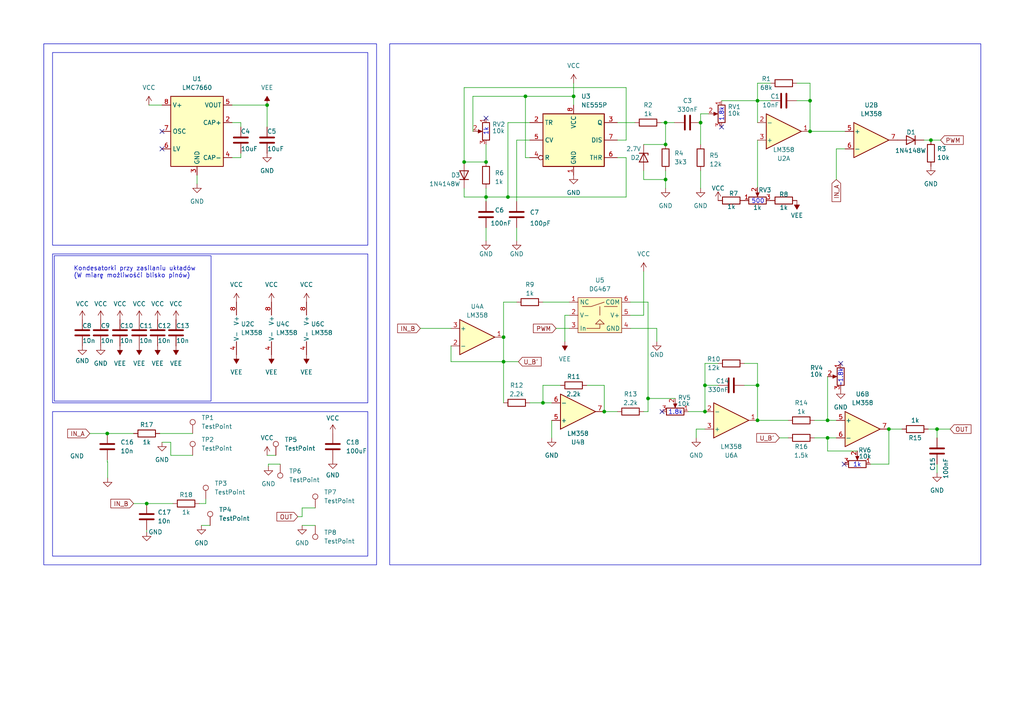
<source format=kicad_sch>
(kicad_sch (version 20230121) (generator eeschema)

  (uuid 5c8f9326-fa7f-4f44-aca3-84c90cbbecc2)

  (paper "A4")

  (lib_symbols
    (symbol "Amplifier_Operational:LM358" (pin_names (offset 0.127)) (in_bom yes) (on_board yes)
      (property "Reference" "U" (at 0 5.08 0)
        (effects (font (size 1.27 1.27)) (justify left))
      )
      (property "Value" "LM358" (at 0 -5.08 0)
        (effects (font (size 1.27 1.27)) (justify left))
      )
      (property "Footprint" "" (at 0 0 0)
        (effects (font (size 1.27 1.27)) hide)
      )
      (property "Datasheet" "http://www.ti.com/lit/ds/symlink/lm2904-n.pdf" (at 0 0 0)
        (effects (font (size 1.27 1.27)) hide)
      )
      (property "ki_locked" "" (at 0 0 0)
        (effects (font (size 1.27 1.27)))
      )
      (property "ki_keywords" "dual opamp" (at 0 0 0)
        (effects (font (size 1.27 1.27)) hide)
      )
      (property "ki_description" "Low-Power, Dual Operational Amplifiers, DIP-8/SOIC-8/TO-99-8" (at 0 0 0)
        (effects (font (size 1.27 1.27)) hide)
      )
      (property "ki_fp_filters" "SOIC*3.9x4.9mm*P1.27mm* DIP*W7.62mm* TO*99* OnSemi*Micro8* TSSOP*3x3mm*P0.65mm* TSSOP*4.4x3mm*P0.65mm* MSOP*3x3mm*P0.65mm* SSOP*3.9x4.9mm*P0.635mm* LFCSP*2x2mm*P0.5mm* *SIP* SOIC*5.3x6.2mm*P1.27mm*" (at 0 0 0)
        (effects (font (size 1.27 1.27)) hide)
      )
      (symbol "LM358_1_1"
        (polyline
          (pts
            (xy -5.08 5.08)
            (xy 5.08 0)
            (xy -5.08 -5.08)
            (xy -5.08 5.08)
          )
          (stroke (width 0.254) (type default))
          (fill (type background))
        )
        (pin output line (at 7.62 0 180) (length 2.54)
          (name "~" (effects (font (size 1.27 1.27))))
          (number "1" (effects (font (size 1.27 1.27))))
        )
        (pin input line (at -7.62 -2.54 0) (length 2.54)
          (name "-" (effects (font (size 1.27 1.27))))
          (number "2" (effects (font (size 1.27 1.27))))
        )
        (pin input line (at -7.62 2.54 0) (length 2.54)
          (name "+" (effects (font (size 1.27 1.27))))
          (number "3" (effects (font (size 1.27 1.27))))
        )
      )
      (symbol "LM358_2_1"
        (polyline
          (pts
            (xy -5.08 5.08)
            (xy 5.08 0)
            (xy -5.08 -5.08)
            (xy -5.08 5.08)
          )
          (stroke (width 0.254) (type default))
          (fill (type background))
        )
        (pin input line (at -7.62 2.54 0) (length 2.54)
          (name "+" (effects (font (size 1.27 1.27))))
          (number "5" (effects (font (size 1.27 1.27))))
        )
        (pin input line (at -7.62 -2.54 0) (length 2.54)
          (name "-" (effects (font (size 1.27 1.27))))
          (number "6" (effects (font (size 1.27 1.27))))
        )
        (pin output line (at 7.62 0 180) (length 2.54)
          (name "~" (effects (font (size 1.27 1.27))))
          (number "7" (effects (font (size 1.27 1.27))))
        )
      )
      (symbol "LM358_3_1"
        (pin power_in line (at -2.54 -7.62 90) (length 3.81)
          (name "V-" (effects (font (size 1.27 1.27))))
          (number "4" (effects (font (size 1.27 1.27))))
        )
        (pin power_in line (at -2.54 7.62 270) (length 3.81)
          (name "V+" (effects (font (size 1.27 1.27))))
          (number "8" (effects (font (size 1.27 1.27))))
        )
      )
    )
    (symbol "AnalogSwitch:DG467" (in_bom yes) (on_board yes)
      (property "Reference" "U" (at 0 3.81 0)
        (effects (font (size 1.27 1.27)))
      )
      (property "Value" "DG467" (at 0 1.27 0)
        (effects (font (size 1.27 1.27)))
      )
      (property "Footprint" "" (at 0 1.27 0)
        (effects (font (size 1.27 1.27)) hide)
      )
      (property "Datasheet" "" (at 0 1.27 0)
        (effects (font (size 1.27 1.27)) hide)
      )
      (symbol "DG467_0_1"
        (polyline
          (pts
            (xy 0 -5.08)
            (xy 0 -2.54)
          )
          (stroke (width 0) (type default))
          (fill (type none))
        )
        (polyline
          (pts
            (xy 1.27 -2.54)
            (xy 5.08 -2.54)
          )
          (stroke (width 0) (type default))
          (fill (type none))
        )
        (polyline
          (pts
            (xy -5.08 -2.54)
            (xy -2.54 -2.54)
            (xy 1.27 -1.27)
          )
          (stroke (width 0) (type default))
          (fill (type none))
        )
        (polyline
          (pts
            (xy -3.81 -8.89)
            (xy 0 -8.89)
            (xy 0 -7.62)
            (xy -1.27 -7.62)
            (xy 0 -6.35)
            (xy 1.27 -7.62)
            (xy 0 -7.62)
          )
          (stroke (width 0) (type default))
          (fill (type none))
        )
      )
      (symbol "DG467_1_1"
        (rectangle (start -6.35 0) (end 6.35 -10.16)
          (stroke (width 0) (type default))
          (fill (type background))
        )
        (pin bidirectional line (at -8.89 -1.27 0) (length 2.54)
          (name "NC" (effects (font (size 1.27 1.27))))
          (number "1" (effects (font (size 1.27 1.27))))
        )
        (pin power_in line (at -8.89 -5.08 0) (length 2.54)
          (name "V-" (effects (font (size 1.27 1.27))))
          (number "2" (effects (font (size 1.27 1.27))))
        )
        (pin input line (at -8.89 -8.89 0) (length 2.54)
          (name "In" (effects (font (size 1.27 1.27))))
          (number "3" (effects (font (size 1.27 1.27))))
        )
        (pin power_in line (at 8.89 -8.89 180) (length 2.54)
          (name "GND" (effects (font (size 1.27 1.27))))
          (number "4" (effects (font (size 1.27 1.27))))
        )
        (pin power_in line (at 8.89 -5.08 180) (length 2.54)
          (name "V+" (effects (font (size 1.27 1.27))))
          (number "5" (effects (font (size 1.27 1.27))))
        )
        (pin bidirectional line (at 8.89 -1.27 180) (length 2.54)
          (name "COM" (effects (font (size 1.27 1.27))))
          (number "6" (effects (font (size 1.27 1.27))))
        )
      )
    )
    (symbol "Connector:TestPoint" (pin_numbers hide) (pin_names (offset 0.762) hide) (in_bom yes) (on_board yes)
      (property "Reference" "TP" (at 0 6.858 0)
        (effects (font (size 1.27 1.27)))
      )
      (property "Value" "TestPoint" (at 0 5.08 0)
        (effects (font (size 1.27 1.27)))
      )
      (property "Footprint" "" (at 5.08 0 0)
        (effects (font (size 1.27 1.27)) hide)
      )
      (property "Datasheet" "~" (at 5.08 0 0)
        (effects (font (size 1.27 1.27)) hide)
      )
      (property "ki_keywords" "test point tp" (at 0 0 0)
        (effects (font (size 1.27 1.27)) hide)
      )
      (property "ki_description" "test point" (at 0 0 0)
        (effects (font (size 1.27 1.27)) hide)
      )
      (property "ki_fp_filters" "Pin* Test*" (at 0 0 0)
        (effects (font (size 1.27 1.27)) hide)
      )
      (symbol "TestPoint_0_1"
        (circle (center 0 3.302) (radius 0.762)
          (stroke (width 0) (type default))
          (fill (type none))
        )
      )
      (symbol "TestPoint_1_1"
        (pin passive line (at 0 0 90) (length 2.54)
          (name "1" (effects (font (size 1.27 1.27))))
          (number "1" (effects (font (size 1.27 1.27))))
        )
      )
    )
    (symbol "Device:C" (pin_numbers hide) (pin_names (offset 0.254)) (in_bom yes) (on_board yes)
      (property "Reference" "C" (at 0.635 2.54 0)
        (effects (font (size 1.27 1.27)) (justify left))
      )
      (property "Value" "C" (at 0.635 -2.54 0)
        (effects (font (size 1.27 1.27)) (justify left))
      )
      (property "Footprint" "" (at 0.9652 -3.81 0)
        (effects (font (size 1.27 1.27)) hide)
      )
      (property "Datasheet" "~" (at 0 0 0)
        (effects (font (size 1.27 1.27)) hide)
      )
      (property "ki_keywords" "cap capacitor" (at 0 0 0)
        (effects (font (size 1.27 1.27)) hide)
      )
      (property "ki_description" "Unpolarized capacitor" (at 0 0 0)
        (effects (font (size 1.27 1.27)) hide)
      )
      (property "ki_fp_filters" "C_*" (at 0 0 0)
        (effects (font (size 1.27 1.27)) hide)
      )
      (symbol "C_0_1"
        (polyline
          (pts
            (xy -2.032 -0.762)
            (xy 2.032 -0.762)
          )
          (stroke (width 0.508) (type default))
          (fill (type none))
        )
        (polyline
          (pts
            (xy -2.032 0.762)
            (xy 2.032 0.762)
          )
          (stroke (width 0.508) (type default))
          (fill (type none))
        )
      )
      (symbol "C_1_1"
        (pin passive line (at 0 3.81 270) (length 2.794)
          (name "~" (effects (font (size 1.27 1.27))))
          (number "1" (effects (font (size 1.27 1.27))))
        )
        (pin passive line (at 0 -3.81 90) (length 2.794)
          (name "~" (effects (font (size 1.27 1.27))))
          (number "2" (effects (font (size 1.27 1.27))))
        )
      )
    )
    (symbol "Device:D_Zener" (pin_numbers hide) (pin_names (offset 1.016) hide) (in_bom yes) (on_board yes)
      (property "Reference" "D" (at 0 2.54 0)
        (effects (font (size 1.27 1.27)))
      )
      (property "Value" "D_Zener" (at 0 -2.54 0)
        (effects (font (size 1.27 1.27)))
      )
      (property "Footprint" "" (at 0 0 0)
        (effects (font (size 1.27 1.27)) hide)
      )
      (property "Datasheet" "~" (at 0 0 0)
        (effects (font (size 1.27 1.27)) hide)
      )
      (property "ki_keywords" "diode" (at 0 0 0)
        (effects (font (size 1.27 1.27)) hide)
      )
      (property "ki_description" "Zener diode" (at 0 0 0)
        (effects (font (size 1.27 1.27)) hide)
      )
      (property "ki_fp_filters" "TO-???* *_Diode_* *SingleDiode* D_*" (at 0 0 0)
        (effects (font (size 1.27 1.27)) hide)
      )
      (symbol "D_Zener_0_1"
        (polyline
          (pts
            (xy 1.27 0)
            (xy -1.27 0)
          )
          (stroke (width 0) (type default))
          (fill (type none))
        )
        (polyline
          (pts
            (xy -1.27 -1.27)
            (xy -1.27 1.27)
            (xy -0.762 1.27)
          )
          (stroke (width 0.254) (type default))
          (fill (type none))
        )
        (polyline
          (pts
            (xy 1.27 -1.27)
            (xy 1.27 1.27)
            (xy -1.27 0)
            (xy 1.27 -1.27)
          )
          (stroke (width 0.254) (type default))
          (fill (type none))
        )
      )
      (symbol "D_Zener_1_1"
        (pin passive line (at -3.81 0 0) (length 2.54)
          (name "K" (effects (font (size 1.27 1.27))))
          (number "1" (effects (font (size 1.27 1.27))))
        )
        (pin passive line (at 3.81 0 180) (length 2.54)
          (name "A" (effects (font (size 1.27 1.27))))
          (number "2" (effects (font (size 1.27 1.27))))
        )
      )
    )
    (symbol "Device:R" (pin_numbers hide) (pin_names (offset 0)) (in_bom yes) (on_board yes)
      (property "Reference" "R" (at 2.032 0 90)
        (effects (font (size 1.27 1.27)))
      )
      (property "Value" "R" (at 0 0 90)
        (effects (font (size 1.27 1.27)))
      )
      (property "Footprint" "" (at -1.778 0 90)
        (effects (font (size 1.27 1.27)) hide)
      )
      (property "Datasheet" "~" (at 0 0 0)
        (effects (font (size 1.27 1.27)) hide)
      )
      (property "ki_keywords" "R res resistor" (at 0 0 0)
        (effects (font (size 1.27 1.27)) hide)
      )
      (property "ki_description" "Resistor" (at 0 0 0)
        (effects (font (size 1.27 1.27)) hide)
      )
      (property "ki_fp_filters" "R_*" (at 0 0 0)
        (effects (font (size 1.27 1.27)) hide)
      )
      (symbol "R_0_1"
        (rectangle (start -1.016 -2.54) (end 1.016 2.54)
          (stroke (width 0.254) (type default))
          (fill (type none))
        )
      )
      (symbol "R_1_1"
        (pin passive line (at 0 3.81 270) (length 1.27)
          (name "~" (effects (font (size 1.27 1.27))))
          (number "1" (effects (font (size 1.27 1.27))))
        )
        (pin passive line (at 0 -3.81 90) (length 1.27)
          (name "~" (effects (font (size 1.27 1.27))))
          (number "2" (effects (font (size 1.27 1.27))))
        )
      )
    )
    (symbol "Device:R_Potentiometer" (pin_names (offset 1.016) hide) (in_bom yes) (on_board yes)
      (property "Reference" "RV" (at -4.445 0 90)
        (effects (font (size 1.27 1.27)))
      )
      (property "Value" "R_Potentiometer" (at -2.54 0 90)
        (effects (font (size 1.27 1.27)))
      )
      (property "Footprint" "" (at 0 0 0)
        (effects (font (size 1.27 1.27)) hide)
      )
      (property "Datasheet" "~" (at 0 0 0)
        (effects (font (size 1.27 1.27)) hide)
      )
      (property "ki_keywords" "resistor variable" (at 0 0 0)
        (effects (font (size 1.27 1.27)) hide)
      )
      (property "ki_description" "Potentiometer" (at 0 0 0)
        (effects (font (size 1.27 1.27)) hide)
      )
      (property "ki_fp_filters" "Potentiometer*" (at 0 0 0)
        (effects (font (size 1.27 1.27)) hide)
      )
      (symbol "R_Potentiometer_0_1"
        (polyline
          (pts
            (xy 2.54 0)
            (xy 1.524 0)
          )
          (stroke (width 0) (type default))
          (fill (type none))
        )
        (polyline
          (pts
            (xy 1.143 0)
            (xy 2.286 0.508)
            (xy 2.286 -0.508)
            (xy 1.143 0)
          )
          (stroke (width 0) (type default))
          (fill (type outline))
        )
        (rectangle (start 1.016 2.54) (end -1.016 -2.54)
          (stroke (width 0.254) (type default))
          (fill (type none))
        )
      )
      (symbol "R_Potentiometer_1_1"
        (pin passive line (at 0 3.81 270) (length 1.27)
          (name "1" (effects (font (size 1.27 1.27))))
          (number "1" (effects (font (size 1.27 1.27))))
        )
        (pin passive line (at 3.81 0 180) (length 1.27)
          (name "2" (effects (font (size 1.27 1.27))))
          (number "2" (effects (font (size 1.27 1.27))))
        )
        (pin passive line (at 0 -3.81 90) (length 1.27)
          (name "3" (effects (font (size 1.27 1.27))))
          (number "3" (effects (font (size 1.27 1.27))))
        )
      )
    )
    (symbol "Diode:1N4148W" (pin_numbers hide) (pin_names hide) (in_bom yes) (on_board yes)
      (property "Reference" "D" (at 0 2.54 0)
        (effects (font (size 1.27 1.27)))
      )
      (property "Value" "1N4148W" (at 0 -2.54 0)
        (effects (font (size 1.27 1.27)))
      )
      (property "Footprint" "Diode_SMD:D_SOD-123" (at 0 -4.445 0)
        (effects (font (size 1.27 1.27)) hide)
      )
      (property "Datasheet" "https://www.vishay.com/docs/85748/1n4148w.pdf" (at 0 0 0)
        (effects (font (size 1.27 1.27)) hide)
      )
      (property "Sim.Device" "D" (at 0 0 0)
        (effects (font (size 1.27 1.27)) hide)
      )
      (property "Sim.Pins" "1=K 2=A" (at 0 0 0)
        (effects (font (size 1.27 1.27)) hide)
      )
      (property "ki_keywords" "diode" (at 0 0 0)
        (effects (font (size 1.27 1.27)) hide)
      )
      (property "ki_description" "75V 0.15A Fast Switching Diode, SOD-123" (at 0 0 0)
        (effects (font (size 1.27 1.27)) hide)
      )
      (property "ki_fp_filters" "D*SOD?123*" (at 0 0 0)
        (effects (font (size 1.27 1.27)) hide)
      )
      (symbol "1N4148W_0_1"
        (polyline
          (pts
            (xy -1.27 1.27)
            (xy -1.27 -1.27)
          )
          (stroke (width 0.254) (type default))
          (fill (type none))
        )
        (polyline
          (pts
            (xy 1.27 0)
            (xy -1.27 0)
          )
          (stroke (width 0) (type default))
          (fill (type none))
        )
        (polyline
          (pts
            (xy 1.27 1.27)
            (xy 1.27 -1.27)
            (xy -1.27 0)
            (xy 1.27 1.27)
          )
          (stroke (width 0.254) (type default))
          (fill (type none))
        )
      )
      (symbol "1N4148W_1_1"
        (pin passive line (at -3.81 0 0) (length 2.54)
          (name "K" (effects (font (size 1.27 1.27))))
          (number "1" (effects (font (size 1.27 1.27))))
        )
        (pin passive line (at 3.81 0 180) (length 2.54)
          (name "A" (effects (font (size 1.27 1.27))))
          (number "2" (effects (font (size 1.27 1.27))))
        )
      )
    )
    (symbol "Regulator_SwitchedCapacitor:LMC7660" (in_bom yes) (on_board yes)
      (property "Reference" "U" (at -6.604 11.43 0)
        (effects (font (size 1.27 1.27)))
      )
      (property "Value" "LMC7660" (at 0 11.43 0)
        (effects (font (size 1.27 1.27)) (justify left))
      )
      (property "Footprint" "" (at -66.04 30.48 0)
        (effects (font (size 1.27 1.27)) hide)
      )
      (property "Datasheet" "http://www.ti.com/lit/ds/symlink/lmc7660.pdf" (at -66.04 30.48 0)
        (effects (font (size 1.27 1.27)) hide)
      )
      (property "ki_keywords" "Voltage converter" (at 0 0 0)
        (effects (font (size 1.27 1.27)) hide)
      )
      (property "ki_description" "Voltage converter from +1.5V to +10V to +1.5V to +10V, SO-8/DIP-8" (at 0 0 0)
        (effects (font (size 1.27 1.27)) hide)
      )
      (property "ki_fp_filters" "SOIC*3.9x4.9mm*P1.27mm* DIP*W7.62mm*" (at 0 0 0)
        (effects (font (size 1.27 1.27)) hide)
      )
      (symbol "LMC7660_0_1"
        (rectangle (start -7.62 10.16) (end 7.62 -10.16)
          (stroke (width 0.254) (type default))
          (fill (type background))
        )
      )
      (symbol "LMC7660_1_1"
        (pin no_connect line (at -7.62 5.08 0) (length 2.54) hide
          (name "NC" (effects (font (size 1.27 1.27))))
          (number "1" (effects (font (size 1.27 1.27))))
        )
        (pin input line (at 10.16 2.54 180) (length 2.54)
          (name "CAP+" (effects (font (size 1.27 1.27))))
          (number "2" (effects (font (size 1.27 1.27))))
        )
        (pin power_in line (at 0 -12.7 90) (length 2.54)
          (name "GND" (effects (font (size 1.27 1.27))))
          (number "3" (effects (font (size 1.27 1.27))))
        )
        (pin input line (at 10.16 -7.62 180) (length 2.54)
          (name "CAP-" (effects (font (size 1.27 1.27))))
          (number "4" (effects (font (size 1.27 1.27))))
        )
        (pin power_out line (at 10.16 7.62 180) (length 2.54)
          (name "VOUT" (effects (font (size 1.27 1.27))))
          (number "5" (effects (font (size 1.27 1.27))))
        )
        (pin input line (at -10.16 -5.08 0) (length 2.54)
          (name "LV" (effects (font (size 1.27 1.27))))
          (number "6" (effects (font (size 1.27 1.27))))
        )
        (pin input line (at -10.16 0 0) (length 2.54)
          (name "OSC" (effects (font (size 1.27 1.27))))
          (number "7" (effects (font (size 1.27 1.27))))
        )
        (pin power_in line (at -10.16 7.62 0) (length 2.54)
          (name "V+" (effects (font (size 1.27 1.27))))
          (number "8" (effects (font (size 1.27 1.27))))
        )
      )
    )
    (symbol "Timer:NE555P" (in_bom yes) (on_board yes)
      (property "Reference" "U" (at -10.16 8.89 0)
        (effects (font (size 1.27 1.27)) (justify left))
      )
      (property "Value" "NE555P" (at 2.54 8.89 0)
        (effects (font (size 1.27 1.27)) (justify left))
      )
      (property "Footprint" "Package_DIP:DIP-8_W7.62mm" (at 16.51 -10.16 0)
        (effects (font (size 1.27 1.27)) hide)
      )
      (property "Datasheet" "http://www.ti.com/lit/ds/symlink/ne555.pdf" (at 21.59 -10.16 0)
        (effects (font (size 1.27 1.27)) hide)
      )
      (property "ki_keywords" "single timer 555" (at 0 0 0)
        (effects (font (size 1.27 1.27)) hide)
      )
      (property "ki_description" "Precision Timers, 555 compatible,  PDIP-8" (at 0 0 0)
        (effects (font (size 1.27 1.27)) hide)
      )
      (property "ki_fp_filters" "DIP*W7.62mm*" (at 0 0 0)
        (effects (font (size 1.27 1.27)) hide)
      )
      (symbol "NE555P_0_0"
        (pin power_in line (at 0 -10.16 90) (length 2.54)
          (name "GND" (effects (font (size 1.27 1.27))))
          (number "1" (effects (font (size 1.27 1.27))))
        )
        (pin power_in line (at 0 10.16 270) (length 2.54)
          (name "VCC" (effects (font (size 1.27 1.27))))
          (number "8" (effects (font (size 1.27 1.27))))
        )
      )
      (symbol "NE555P_0_1"
        (rectangle (start -8.89 -7.62) (end 8.89 7.62)
          (stroke (width 0.254) (type default))
          (fill (type background))
        )
        (rectangle (start -8.89 -7.62) (end 8.89 7.62)
          (stroke (width 0.254) (type default))
          (fill (type background))
        )
      )
      (symbol "NE555P_1_1"
        (pin input line (at -12.7 5.08 0) (length 3.81)
          (name "TR" (effects (font (size 1.27 1.27))))
          (number "2" (effects (font (size 1.27 1.27))))
        )
        (pin output line (at 12.7 5.08 180) (length 3.81)
          (name "Q" (effects (font (size 1.27 1.27))))
          (number "3" (effects (font (size 1.27 1.27))))
        )
        (pin input inverted (at -12.7 -5.08 0) (length 3.81)
          (name "R" (effects (font (size 1.27 1.27))))
          (number "4" (effects (font (size 1.27 1.27))))
        )
        (pin input line (at -12.7 0 0) (length 3.81)
          (name "CV" (effects (font (size 1.27 1.27))))
          (number "5" (effects (font (size 1.27 1.27))))
        )
        (pin input line (at 12.7 -5.08 180) (length 3.81)
          (name "THR" (effects (font (size 1.27 1.27))))
          (number "6" (effects (font (size 1.27 1.27))))
        )
        (pin input line (at 12.7 0 180) (length 3.81)
          (name "DIS" (effects (font (size 1.27 1.27))))
          (number "7" (effects (font (size 1.27 1.27))))
        )
      )
    )
    (symbol "power:GND" (power) (pin_names (offset 0)) (in_bom yes) (on_board yes)
      (property "Reference" "#PWR" (at 0 -6.35 0)
        (effects (font (size 1.27 1.27)) hide)
      )
      (property "Value" "GND" (at 0 -3.81 0)
        (effects (font (size 1.27 1.27)))
      )
      (property "Footprint" "" (at 0 0 0)
        (effects (font (size 1.27 1.27)) hide)
      )
      (property "Datasheet" "" (at 0 0 0)
        (effects (font (size 1.27 1.27)) hide)
      )
      (property "ki_keywords" "global power" (at 0 0 0)
        (effects (font (size 1.27 1.27)) hide)
      )
      (property "ki_description" "Power symbol creates a global label with name \"GND\" , ground" (at 0 0 0)
        (effects (font (size 1.27 1.27)) hide)
      )
      (symbol "GND_0_1"
        (polyline
          (pts
            (xy 0 0)
            (xy 0 -1.27)
            (xy 1.27 -1.27)
            (xy 0 -2.54)
            (xy -1.27 -1.27)
            (xy 0 -1.27)
          )
          (stroke (width 0) (type default))
          (fill (type none))
        )
      )
      (symbol "GND_1_1"
        (pin power_in line (at 0 0 270) (length 0) hide
          (name "GND" (effects (font (size 1.27 1.27))))
          (number "1" (effects (font (size 1.27 1.27))))
        )
      )
    )
    (symbol "power:VCC" (power) (pin_names (offset 0)) (in_bom yes) (on_board yes)
      (property "Reference" "#PWR" (at 0 -3.81 0)
        (effects (font (size 1.27 1.27)) hide)
      )
      (property "Value" "VCC" (at 0 3.81 0)
        (effects (font (size 1.27 1.27)))
      )
      (property "Footprint" "" (at 0 0 0)
        (effects (font (size 1.27 1.27)) hide)
      )
      (property "Datasheet" "" (at 0 0 0)
        (effects (font (size 1.27 1.27)) hide)
      )
      (property "ki_keywords" "global power" (at 0 0 0)
        (effects (font (size 1.27 1.27)) hide)
      )
      (property "ki_description" "Power symbol creates a global label with name \"VCC\"" (at 0 0 0)
        (effects (font (size 1.27 1.27)) hide)
      )
      (symbol "VCC_0_1"
        (polyline
          (pts
            (xy -0.762 1.27)
            (xy 0 2.54)
          )
          (stroke (width 0) (type default))
          (fill (type none))
        )
        (polyline
          (pts
            (xy 0 0)
            (xy 0 2.54)
          )
          (stroke (width 0) (type default))
          (fill (type none))
        )
        (polyline
          (pts
            (xy 0 2.54)
            (xy 0.762 1.27)
          )
          (stroke (width 0) (type default))
          (fill (type none))
        )
      )
      (symbol "VCC_1_1"
        (pin power_in line (at 0 0 90) (length 0) hide
          (name "VCC" (effects (font (size 1.27 1.27))))
          (number "1" (effects (font (size 1.27 1.27))))
        )
      )
    )
    (symbol "power:VEE" (power) (pin_names (offset 0)) (in_bom yes) (on_board yes)
      (property "Reference" "#PWR" (at 0 -3.81 0)
        (effects (font (size 1.27 1.27)) hide)
      )
      (property "Value" "VEE" (at 0 3.81 0)
        (effects (font (size 1.27 1.27)))
      )
      (property "Footprint" "" (at 0 0 0)
        (effects (font (size 1.27 1.27)) hide)
      )
      (property "Datasheet" "" (at 0 0 0)
        (effects (font (size 1.27 1.27)) hide)
      )
      (property "ki_keywords" "global power" (at 0 0 0)
        (effects (font (size 1.27 1.27)) hide)
      )
      (property "ki_description" "Power symbol creates a global label with name \"VEE\"" (at 0 0 0)
        (effects (font (size 1.27 1.27)) hide)
      )
      (symbol "VEE_0_1"
        (polyline
          (pts
            (xy 0 0)
            (xy 0 2.54)
          )
          (stroke (width 0) (type default))
          (fill (type none))
        )
        (polyline
          (pts
            (xy 0.762 1.27)
            (xy -0.762 1.27)
            (xy 0 2.54)
            (xy 0.762 1.27)
          )
          (stroke (width 0) (type default))
          (fill (type outline))
        )
      )
      (symbol "VEE_1_1"
        (pin power_in line (at 0 0 90) (length 0) hide
          (name "VEE" (effects (font (size 1.27 1.27))))
          (number "1" (effects (font (size 1.27 1.27))))
        )
      )
    )
  )

  (junction (at 31.115 125.73) (diameter 0) (color 0 0 0 0)
    (uuid 04a325a4-15e4-4007-b3ba-71ac2535a192)
  )
  (junction (at 152.4 27.94) (diameter 0) (color 0 0 0 0)
    (uuid 0886afb6-8449-4580-a11d-283b93b2a6bf)
  )
  (junction (at 140.97 57.15) (diameter 0) (color 0 0 0 0)
    (uuid 09f71501-21e8-427c-9e19-7b24936eae06)
  )
  (junction (at 146.05 104.902) (diameter 0) (color 0 0 0 0)
    (uuid 0f4ac92b-a701-4610-93d0-bde12a630e02)
  )
  (junction (at 234.95 38.1) (diameter 0) (color 0 0 0 0)
    (uuid 1c9fdfb4-78bc-4c99-bcd3-55c75b803bb7)
  )
  (junction (at 147.32 57.15) (diameter 0) (color 0 0 0 0)
    (uuid 1dffaa37-f527-4cc9-ba81-428cf5a37879)
  )
  (junction (at 219.71 111.76) (diameter 0) (color 0 0 0 0)
    (uuid 28dafbb0-6460-48b7-bd04-1bb01f9d941a)
  )
  (junction (at 271.78 124.46) (diameter 0) (color 0 0 0 0)
    (uuid 3904c679-8f2d-43eb-bdbf-c2a26ca71a02)
  )
  (junction (at 146.05 97.79) (diameter 0) (color 0 0 0 0)
    (uuid 404bed77-1bc4-4c7f-a946-66f27b16ecd9)
  )
  (junction (at 234.95 29.21) (diameter 0) (color 0 0 0 0)
    (uuid 452412f4-31ba-4f10-ae12-9503086d888e)
  )
  (junction (at 240.03 127) (diameter 0) (color 0 0 0 0)
    (uuid 51f68e3e-d304-4fe7-bb64-4602dfa777ba)
  )
  (junction (at 157.48 116.84) (diameter 0) (color 0 0 0 0)
    (uuid 576aae89-aaed-4487-80a5-100f6e74eb72)
  )
  (junction (at 204.47 111.76) (diameter 0) (color 0 0 0 0)
    (uuid 5cde7152-256b-4a61-8fc5-bb25b0e0341d)
  )
  (junction (at 219.71 29.21) (diameter 0) (color 0 0 0 0)
    (uuid 5f5392c5-de19-45c6-9f1e-8872aeae3a05)
  )
  (junction (at 134.62 46.99) (diameter 0) (color 0 0 0 0)
    (uuid 73339ad1-9fce-4689-9e31-3c46897e50bb)
  )
  (junction (at 187.96 115.57) (diameter 0) (color 0 0 0 0)
    (uuid a55e768b-024f-410d-9947-8ce8fc966cd9)
  )
  (junction (at 175.26 119.38) (diameter 0) (color 0 0 0 0)
    (uuid b48556bf-0697-4419-9854-a5e8fd0f1a8c)
  )
  (junction (at 77.47 30.48) (diameter 0) (color 0 0 0 0)
    (uuid b71e0367-7276-4553-b640-56e15e30d2aa)
  )
  (junction (at 270.002 40.64) (diameter 0) (color 0 0 0 0)
    (uuid baf43493-052c-4aa1-9e1d-9cc804b63740)
  )
  (junction (at 140.97 46.99) (diameter 0) (color 0 0 0 0)
    (uuid c4fb9496-eff6-441e-88b6-cd3bcdaa3b64)
  )
  (junction (at 193.04 41.91) (diameter 0) (color 0 0 0 0)
    (uuid c5a92ed7-a5e3-4dc6-a8ba-7b917bf4e964)
  )
  (junction (at 193.04 52.07) (diameter 0) (color 0 0 0 0)
    (uuid cf9d184c-f965-4700-a381-6c352f915861)
  )
  (junction (at 240.03 121.92) (diameter 0) (color 0 0 0 0)
    (uuid d24a4a67-9a78-41ba-a3ac-9b383c7b6e57)
  )
  (junction (at 204.47 119.38) (diameter 0) (color 0 0 0 0)
    (uuid d4f4da77-050f-415d-bcc8-7e9d01d98224)
  )
  (junction (at 219.71 121.92) (diameter 0) (color 0 0 0 0)
    (uuid dbc4b9a0-dd6c-4c2f-a85d-f39fa1842030)
  )
  (junction (at 203.2 35.56) (diameter 0) (color 0 0 0 0)
    (uuid dc57ddb1-d50e-42c5-8453-9c3fcad48439)
  )
  (junction (at 193.04 35.56) (diameter 0) (color 0 0 0 0)
    (uuid e6740dc1-84e4-42bb-9377-3092b90c9a0b)
  )
  (junction (at 42.545 146.05) (diameter 0) (color 0 0 0 0)
    (uuid eb69dfd1-1b8e-4320-b9e6-63e8d31df4c3)
  )
  (junction (at 166.37 27.94) (diameter 0) (color 0 0 0 0)
    (uuid fbf8f1d9-a888-4ff9-b434-f716c4539d9a)
  )
  (junction (at 257.81 124.46) (diameter 0) (color 0 0 0 0)
    (uuid fffa67af-4a16-4d2f-8f5a-98c9fee2c018)
  )

  (no_connect (at 46.99 43.18) (uuid 38567bb9-0a91-48fc-a910-0e89e5a0acef))
  (no_connect (at 209.296 36.83) (uuid 44d57d03-3969-468c-b0bd-a29e10a319c2))
  (no_connect (at 192.024 119.38) (uuid 5bb8bf67-7660-455f-afd7-8ce068362a8b))
  (no_connect (at 46.99 38.1) (uuid 92740425-f29c-40a2-a3a2-02613c1b916e))
  (no_connect (at 244.856 134.62) (uuid a0c1fd76-e2ce-44bd-8d74-891a486fea54))
  (no_connect (at 140.97 34.29) (uuid d7ab5556-ada3-4b0f-814d-3d418a93d4d2))
  (no_connect (at 243.84 105.41) (uuid ec75cda3-119b-46e3-b46e-c1492b1f2556))

  (wire (pts (xy 130.81 100.33) (xy 130.81 104.902))
    (stroke (width 0) (type default))
    (uuid 01528b91-3864-4a06-8f32-aa3ef278a9e1)
  )
  (wire (pts (xy 57.15 53.34) (xy 57.15 50.8))
    (stroke (width 0) (type default))
    (uuid 0180367b-ea61-446c-b006-c4afb1bba229)
  )
  (wire (pts (xy 219.71 121.92) (xy 228.6 121.92))
    (stroke (width 0) (type default))
    (uuid 02b26347-0fb2-41e1-a88a-425980e01a6d)
  )
  (wire (pts (xy 186.69 49.53) (xy 186.69 52.07))
    (stroke (width 0) (type default))
    (uuid 04fb826b-51a3-47ee-95ef-27b6a4c98940)
  )
  (wire (pts (xy 153.67 40.64) (xy 149.86 40.64))
    (stroke (width 0) (type default))
    (uuid 0563b1b8-b093-4470-a73a-d8af918ccbc7)
  )
  (wire (pts (xy 240.03 121.92) (xy 242.57 121.92))
    (stroke (width 0) (type default))
    (uuid 0569ea9c-9245-408f-948e-4580798ef02a)
  )
  (wire (pts (xy 77.47 132.08) (xy 80.01 132.08))
    (stroke (width 0) (type default))
    (uuid 060c6575-d888-4714-8f80-ee947c482995)
  )
  (wire (pts (xy 219.71 105.41) (xy 219.71 111.76))
    (stroke (width 0) (type default))
    (uuid 069881c2-a432-4364-b09f-a69323b60c1e)
  )
  (wire (pts (xy 186.69 41.91) (xy 193.04 41.91))
    (stroke (width 0) (type default))
    (uuid 082be75e-04d2-45fc-8d5c-59d82efeba2a)
  )
  (wire (pts (xy 236.22 127) (xy 240.03 127))
    (stroke (width 0) (type default))
    (uuid 0cf03e84-1bf5-4411-bfbd-e4f83335cc0c)
  )
  (wire (pts (xy 199.644 119.38) (xy 204.47 119.38))
    (stroke (width 0) (type default))
    (uuid 1393b7f2-a990-49e8-859c-7908b5a0172d)
  )
  (wire (pts (xy 152.4 27.94) (xy 152.4 45.72))
    (stroke (width 0) (type default))
    (uuid 173b9781-86fc-48eb-9957-a074208425ea)
  )
  (wire (pts (xy 67.31 30.48) (xy 77.47 30.48))
    (stroke (width 0) (type default))
    (uuid 174b24b6-705d-4487-ac63-804b96fe37b5)
  )
  (wire (pts (xy 267.97 40.64) (xy 270.002 40.64))
    (stroke (width 0) (type default))
    (uuid 17c54cda-e5c5-4905-b1a1-3d154ca3bad8)
  )
  (wire (pts (xy 193.04 35.56) (xy 193.04 41.91))
    (stroke (width 0) (type default))
    (uuid 180a1859-0f44-4f87-923e-7dc4b9f91b52)
  )
  (wire (pts (xy 149.86 87.63) (xy 146.05 87.63))
    (stroke (width 0) (type default))
    (uuid 1c2d8d70-e446-493b-8ffc-a1bc0fe76c3c)
  )
  (wire (pts (xy 153.67 45.72) (xy 152.4 45.72))
    (stroke (width 0) (type default))
    (uuid 1e591190-076c-4a8e-a37a-54a5d90eefc0)
  )
  (wire (pts (xy 140.97 57.15) (xy 140.97 58.42))
    (stroke (width 0) (type default))
    (uuid 1ed01543-11f5-406b-83d9-24a1c9a51f23)
  )
  (wire (pts (xy 191.77 35.56) (xy 193.04 35.56))
    (stroke (width 0) (type default))
    (uuid 1fafa490-f163-4da3-adb8-e2800a3d858c)
  )
  (wire (pts (xy 87.63 147.32) (xy 91.44 147.32))
    (stroke (width 0) (type default))
    (uuid 21048f05-7fdb-4e7e-bbe6-84c83cd8d3b9)
  )
  (wire (pts (xy 42.545 153.67) (xy 42.545 154.305))
    (stroke (width 0) (type default))
    (uuid 28e3c040-17bf-45c9-a444-ff858b198c44)
  )
  (wire (pts (xy 270.002 40.64) (xy 272.796 40.64))
    (stroke (width 0) (type default))
    (uuid 3085a18a-d244-4a6b-a9d5-3265385c4ae7)
  )
  (wire (pts (xy 134.62 57.15) (xy 134.62 54.61))
    (stroke (width 0) (type default))
    (uuid 37d03cb4-5b2e-4a7d-a312-df082b84482b)
  )
  (wire (pts (xy 150.368 104.902) (xy 146.05 104.902))
    (stroke (width 0) (type default))
    (uuid 395eaa57-b526-40d7-b0c1-4ee1d52e785a)
  )
  (wire (pts (xy 140.97 41.91) (xy 140.97 46.99))
    (stroke (width 0) (type default))
    (uuid 3af5fbd7-95f2-404d-b4b6-60b216c43376)
  )
  (wire (pts (xy 215.9 105.41) (xy 219.71 105.41))
    (stroke (width 0) (type default))
    (uuid 3e0ac2f8-d182-4e9d-939e-9b2a94f20ab0)
  )
  (wire (pts (xy 219.71 29.21) (xy 223.52 29.21))
    (stroke (width 0) (type default))
    (uuid 4006d0c1-bc3e-4764-8c89-3e1c8ce1d598)
  )
  (wire (pts (xy 140.97 57.15) (xy 140.97 54.61))
    (stroke (width 0) (type default))
    (uuid 40e9389d-c483-4f43-a7ab-e750fb9e7be9)
  )
  (wire (pts (xy 162.56 111.76) (xy 157.48 111.76))
    (stroke (width 0) (type default))
    (uuid 4717b740-3b74-4e3a-8ef1-4c8164c62855)
  )
  (wire (pts (xy 137.16 27.94) (xy 137.16 38.1))
    (stroke (width 0) (type default))
    (uuid 492f27d0-e770-4a71-a9e3-2df2b3dd62c1)
  )
  (wire (pts (xy 201.93 124.46) (xy 201.93 127))
    (stroke (width 0) (type default))
    (uuid 4b0533eb-a6fb-4818-afba-4a4c614b6474)
  )
  (wire (pts (xy 43.18 30.48) (xy 46.99 30.48))
    (stroke (width 0) (type default))
    (uuid 4dafff46-67d8-4fc2-9aca-0a1b0b33a8b9)
  )
  (wire (pts (xy 226.06 127) (xy 228.6 127))
    (stroke (width 0) (type default))
    (uuid 4fa8f212-c8f0-4009-9d93-85cf3afe7c3d)
  )
  (wire (pts (xy 42.545 146.05) (xy 50.165 146.05))
    (stroke (width 0) (type default))
    (uuid 53ae21ed-cad8-4217-9712-98222cfd6f27)
  )
  (wire (pts (xy 215.9 111.76) (xy 219.71 111.76))
    (stroke (width 0) (type default))
    (uuid 53f9ad12-0ced-4719-ae8b-a6d811320cd9)
  )
  (wire (pts (xy 186.69 52.07) (xy 193.04 52.07))
    (stroke (width 0) (type default))
    (uuid 5748a385-6e64-45f3-8336-30f7e4f0dc40)
  )
  (wire (pts (xy 161.29 95.25) (xy 165.1 95.25))
    (stroke (width 0) (type default))
    (uuid 5ccb57e3-b738-4389-81f6-4f89196024b9)
  )
  (wire (pts (xy 152.4 27.94) (xy 166.37 27.94))
    (stroke (width 0) (type default))
    (uuid 5d307e1a-97e7-4be8-83af-f017d00e2fdb)
  )
  (wire (pts (xy 186.69 91.44) (xy 182.88 91.44))
    (stroke (width 0) (type default))
    (uuid 5e6fd967-6ba0-49f7-9734-b3138684f6d3)
  )
  (wire (pts (xy 59.69 144.78) (xy 59.69 146.05))
    (stroke (width 0) (type default))
    (uuid 5eccd23f-aba2-471a-b167-e8d76b7ce929)
  )
  (wire (pts (xy 157.48 116.84) (xy 160.02 116.84))
    (stroke (width 0) (type default))
    (uuid 5fbdb15f-1dc8-4b37-884e-79920772e99d)
  )
  (wire (pts (xy 203.2 33.02) (xy 205.486 33.02))
    (stroke (width 0) (type default))
    (uuid 5fcd09ac-9435-44fe-bac1-269902882f39)
  )
  (wire (pts (xy 193.04 52.07) (xy 193.04 54.61))
    (stroke (width 0) (type default))
    (uuid 61345b3a-e906-42f6-9617-8b793778ea33)
  )
  (wire (pts (xy 231.14 29.21) (xy 234.95 29.21))
    (stroke (width 0) (type default))
    (uuid 61e2419b-5962-41a1-b428-fb3d33dbff6e)
  )
  (wire (pts (xy 49.53 132.08) (xy 55.88 132.08))
    (stroke (width 0) (type default))
    (uuid 6382b7b7-e267-45c8-ba1b-a79baade4d38)
  )
  (wire (pts (xy 87.63 152.4) (xy 91.44 152.4))
    (stroke (width 0) (type default))
    (uuid 648c65fa-76b5-4604-aee3-af168641a85c)
  )
  (wire (pts (xy 208.28 105.41) (xy 204.47 105.41))
    (stroke (width 0) (type default))
    (uuid 64e63fd7-6069-4972-a4fe-a7691d55b2b7)
  )
  (wire (pts (xy 26.035 125.73) (xy 31.115 125.73))
    (stroke (width 0) (type default))
    (uuid 650919d8-51f1-441e-b27e-d68be5486c33)
  )
  (wire (pts (xy 248.666 130.81) (xy 240.03 130.81))
    (stroke (width 0) (type default))
    (uuid 66f4d89b-40b5-48d4-85b8-b9a9779b6a44)
  )
  (wire (pts (xy 181.61 45.72) (xy 179.07 45.72))
    (stroke (width 0) (type default))
    (uuid 6770f6cd-1fa6-4324-ba1e-04eb05a3df1c)
  )
  (wire (pts (xy 242.57 43.18) (xy 242.57 52.07))
    (stroke (width 0) (type default))
    (uuid 6a63cfcb-70e9-4b7e-be1e-dce77cef116a)
  )
  (wire (pts (xy 81.28 134.62) (xy 77.851 134.62))
    (stroke (width 0) (type default))
    (uuid 6c4aa798-3a74-4e60-b01f-03e4341d6c7b)
  )
  (wire (pts (xy 240.03 130.81) (xy 240.03 127))
    (stroke (width 0) (type default))
    (uuid 6df5cd08-5c8d-42b5-bcc6-19ca32cd3ef0)
  )
  (wire (pts (xy 31.115 133.985) (xy 31.2202 133.985))
    (stroke (width 0) (type default))
    (uuid 6f02ed86-f34a-4af2-9017-f129a7b65149)
  )
  (wire (pts (xy 77.851 134.62) (xy 77.851 135.255))
    (stroke (width 0) (type default))
    (uuid 713350ec-9504-4b69-9efd-7b0f26596a7c)
  )
  (wire (pts (xy 269.24 124.46) (xy 271.78 124.46))
    (stroke (width 0) (type default))
    (uuid 732e8040-1c92-4176-953c-b83fe6aaeded)
  )
  (wire (pts (xy 204.47 105.41) (xy 204.47 111.76))
    (stroke (width 0) (type default))
    (uuid 7371da46-5564-4b07-a46d-c0b370b31ddf)
  )
  (wire (pts (xy 69.85 44.45) (xy 69.85 45.72))
    (stroke (width 0) (type default))
    (uuid 73b47d0e-47ba-45fb-b7a1-54ff0fd29ef6)
  )
  (wire (pts (xy 245.11 43.18) (xy 242.57 43.18))
    (stroke (width 0) (type default))
    (uuid 74bb2bfa-4cf5-484f-b46a-a5bdbc14fc67)
  )
  (wire (pts (xy 130.81 104.902) (xy 146.05 104.902))
    (stroke (width 0) (type default))
    (uuid 75d943c3-a787-4fcd-8d28-6465af8ad8f2)
  )
  (wire (pts (xy 209.296 29.21) (xy 219.71 29.21))
    (stroke (width 0) (type default))
    (uuid 7996d773-77eb-49ee-a317-0dceeb859ff7)
  )
  (wire (pts (xy 175.26 119.38) (xy 179.07 119.38))
    (stroke (width 0) (type default))
    (uuid 79990c7b-58fb-4446-a748-dd39dde47c4b)
  )
  (wire (pts (xy 187.96 115.57) (xy 187.96 119.38))
    (stroke (width 0) (type default))
    (uuid 79a0441d-cb31-4ab7-baa1-92d9b0e66b0c)
  )
  (wire (pts (xy 203.2 33.02) (xy 203.2 35.56))
    (stroke (width 0) (type default))
    (uuid 7a2ad78f-a1db-435e-8292-d49477eae194)
  )
  (wire (pts (xy 190.5 95.25) (xy 190.5 99.06))
    (stroke (width 0) (type default))
    (uuid 7bfc3c24-9e4a-4485-98c2-43f864a89cd8)
  )
  (wire (pts (xy 137.16 27.94) (xy 152.4 27.94))
    (stroke (width 0) (type default))
    (uuid 7ea1ae42-34fd-4490-bb7d-77b5b9fccbf5)
  )
  (wire (pts (xy 58.42 152.4) (xy 60.96 152.4))
    (stroke (width 0) (type default))
    (uuid 7f715d2d-8c45-40a7-97f7-3245f6a84386)
  )
  (wire (pts (xy 57.785 146.05) (xy 59.69 146.05))
    (stroke (width 0) (type default))
    (uuid 7f9e314d-88c0-4d62-95e0-0501da8e979f)
  )
  (wire (pts (xy 38.735 146.05) (xy 42.545 146.05))
    (stroke (width 0) (type default))
    (uuid 7ffdc410-9810-4338-bdfa-6c369da120f6)
  )
  (wire (pts (xy 134.62 57.15) (xy 140.97 57.15))
    (stroke (width 0) (type default))
    (uuid 803f3313-81f5-4135-8524-aad09eb0aa82)
  )
  (wire (pts (xy 271.78 134.62) (xy 271.78 137.16))
    (stroke (width 0) (type default))
    (uuid 821ace2c-133f-4291-963c-03dd18645062)
  )
  (wire (pts (xy 204.47 124.46) (xy 201.93 124.46))
    (stroke (width 0) (type default))
    (uuid 828f411e-b151-40b2-86e9-2af460f05dc0)
  )
  (wire (pts (xy 240.03 109.22) (xy 240.03 121.92))
    (stroke (width 0) (type default))
    (uuid 82929f3d-d0a6-4cf6-95cc-5e7ae92d19e8)
  )
  (wire (pts (xy 204.47 111.76) (xy 208.28 111.76))
    (stroke (width 0) (type default))
    (uuid 8d24d62b-93e1-4975-911a-d7149e7f39e6)
  )
  (wire (pts (xy 69.85 35.56) (xy 69.85 36.83))
    (stroke (width 0) (type default))
    (uuid 8d99b4ba-ef33-4e80-9f07-1b07f9612e5c)
  )
  (wire (pts (xy 149.86 40.64) (xy 149.86 58.42))
    (stroke (width 0) (type default))
    (uuid 8e1af6c0-fa3e-487f-84e1-747ae7b8842a)
  )
  (wire (pts (xy 157.48 116.84) (xy 157.48 111.76))
    (stroke (width 0) (type default))
    (uuid 8e35ae8d-33a0-4d48-b243-cb4f8d087e25)
  )
  (wire (pts (xy 187.96 115.57) (xy 195.834 115.57))
    (stroke (width 0) (type default))
    (uuid 8edd1c14-a952-449a-8d5d-6db4d6415d9c)
  )
  (wire (pts (xy 219.71 24.13) (xy 223.52 24.13))
    (stroke (width 0) (type default))
    (uuid 8f037899-e220-4c74-88ea-e3c39b867e11)
  )
  (wire (pts (xy 271.78 124.46) (xy 271.78 127))
    (stroke (width 0) (type default))
    (uuid 92e96345-c280-438b-ae07-373485d6474f)
  )
  (wire (pts (xy 193.04 35.56) (xy 195.58 35.56))
    (stroke (width 0) (type default))
    (uuid 92f5bd10-eba6-41e2-9635-24be070c8e4e)
  )
  (wire (pts (xy 245.11 38.1) (xy 234.95 38.1))
    (stroke (width 0) (type default))
    (uuid 940a1917-d6bb-4888-8bfa-58025aed044a)
  )
  (wire (pts (xy 146.05 97.79) (xy 146.05 104.902))
    (stroke (width 0) (type default))
    (uuid 961c7b10-ac03-4d73-a15e-e3b6d0cbacb5)
  )
  (wire (pts (xy 166.37 27.94) (xy 166.37 30.48))
    (stroke (width 0) (type default))
    (uuid 9685d5f6-a6c0-4446-b855-f04a48ae13f4)
  )
  (wire (pts (xy 165.1 91.44) (xy 163.83 91.44))
    (stroke (width 0) (type default))
    (uuid 9bb664a2-b166-4884-b335-af2b20f08133)
  )
  (wire (pts (xy 49.53 128.27) (xy 46.99 128.27))
    (stroke (width 0) (type default))
    (uuid 9c0df8f8-a11d-44d9-a313-ec8e24fe562a)
  )
  (wire (pts (xy 252.476 134.62) (xy 257.81 134.62))
    (stroke (width 0) (type default))
    (uuid 9d913d16-de43-4951-9efe-b6e283ef53a1)
  )
  (wire (pts (xy 179.07 40.64) (xy 181.61 40.64))
    (stroke (width 0) (type default))
    (uuid 9eacd608-9ae4-4de1-9bff-ac9fe26115f1)
  )
  (wire (pts (xy 157.48 87.63) (xy 165.1 87.63))
    (stroke (width 0) (type default))
    (uuid a0393e20-a086-4ba6-a8de-c9d610cd8873)
  )
  (wire (pts (xy 257.81 134.62) (xy 257.81 124.46))
    (stroke (width 0) (type default))
    (uuid a193b127-2092-4e59-9c71-0018d3441085)
  )
  (wire (pts (xy 181.61 45.72) (xy 181.61 57.15))
    (stroke (width 0) (type default))
    (uuid a6a80b6b-5b66-492d-9357-43c3d1dc2fe5)
  )
  (wire (pts (xy 240.03 127) (xy 242.57 127))
    (stroke (width 0) (type default))
    (uuid aa1ba867-f4e8-44cd-8194-2f57e5d716d3)
  )
  (wire (pts (xy 187.96 119.38) (xy 186.69 119.38))
    (stroke (width 0) (type default))
    (uuid abad12bb-dd34-42df-9b5c-d79d8ccd934f)
  )
  (wire (pts (xy 46.355 125.73) (xy 55.88 125.73))
    (stroke (width 0) (type default))
    (uuid b05c962b-1085-4538-99c5-e2477adce12d)
  )
  (wire (pts (xy 147.32 35.56) (xy 147.32 57.15))
    (stroke (width 0) (type default))
    (uuid b1293bfc-d480-4f51-aa5c-aa55585e4fc9)
  )
  (wire (pts (xy 182.88 95.25) (xy 190.5 95.25))
    (stroke (width 0) (type default))
    (uuid b1eed4c4-580d-424e-a80a-6cf621799547)
  )
  (wire (pts (xy 219.71 111.76) (xy 219.71 121.92))
    (stroke (width 0) (type default))
    (uuid b3777109-fb21-46a1-b319-3b6331b5b355)
  )
  (wire (pts (xy 147.32 57.15) (xy 181.61 57.15))
    (stroke (width 0) (type default))
    (uuid b3b8eebb-4dc9-4f23-a24d-4d0f9dad3613)
  )
  (wire (pts (xy 261.62 124.46) (xy 257.81 124.46))
    (stroke (width 0) (type default))
    (uuid b3bc1cda-5dd3-4f9c-992a-b82b73211a36)
  )
  (wire (pts (xy 77.47 30.48) (xy 77.47 36.83))
    (stroke (width 0) (type default))
    (uuid b3cc4fc3-f7b6-4d1d-bd94-13ddf423bb6f)
  )
  (wire (pts (xy 149.86 66.04) (xy 149.86 69.85))
    (stroke (width 0) (type default))
    (uuid b6b86d1a-a863-448a-aef4-fbfbbfc6c0f3)
  )
  (wire (pts (xy 49.53 132.08) (xy 49.53 128.27))
    (stroke (width 0) (type default))
    (uuid b8343ee1-60a1-4f65-921e-cd3b68a2ede9)
  )
  (wire (pts (xy 153.67 116.84) (xy 157.48 116.84))
    (stroke (width 0) (type default))
    (uuid b9f3fb05-f98a-4050-8121-09be797d42b5)
  )
  (wire (pts (xy 31.115 133.35) (xy 31.115 133.985))
    (stroke (width 0) (type default))
    (uuid bd751065-54a7-48fd-9c69-ed9011c202b3)
  )
  (wire (pts (xy 231.14 24.13) (xy 234.95 24.13))
    (stroke (width 0) (type default))
    (uuid be3455a5-5612-41b8-9cd2-80695c071b03)
  )
  (wire (pts (xy 193.04 49.53) (xy 193.04 52.07))
    (stroke (width 0) (type default))
    (uuid be6eb623-dc05-48a6-83ad-76c6ee4b336d)
  )
  (wire (pts (xy 181.61 40.64) (xy 181.61 25.4))
    (stroke (width 0) (type default))
    (uuid c3bf11bd-1188-4c5a-8328-aa36ec665727)
  )
  (wire (pts (xy 163.83 91.44) (xy 163.83 99.06))
    (stroke (width 0) (type default))
    (uuid c7f84718-f2cd-49dc-b01e-3fb74e8934b3)
  )
  (wire (pts (xy 203.2 35.56) (xy 203.2 41.91))
    (stroke (width 0) (type default))
    (uuid c816b42d-bee0-4292-b078-5f1545963c90)
  )
  (wire (pts (xy 134.62 25.4) (xy 181.61 25.4))
    (stroke (width 0) (type default))
    (uuid c95aed69-ce96-41fe-90fc-466503a135ee)
  )
  (wire (pts (xy 69.85 45.72) (xy 67.31 45.72))
    (stroke (width 0) (type default))
    (uuid ccbee4df-58cf-43e3-9229-073890c632c4)
  )
  (wire (pts (xy 170.18 111.76) (xy 175.26 111.76))
    (stroke (width 0) (type default))
    (uuid cd3c499d-7f32-4147-ba02-88027afdfbbc)
  )
  (wire (pts (xy 187.96 87.63) (xy 187.96 115.57))
    (stroke (width 0) (type default))
    (uuid cef97b2c-6a78-4630-9e42-d552811465f0)
  )
  (wire (pts (xy 31.2202 133.985) (xy 31.2202 138.6244))
    (stroke (width 0) (type default))
    (uuid d2c734f6-d16f-4629-9b84-862d794d1784)
  )
  (wire (pts (xy 31.115 125.73) (xy 38.735 125.73))
    (stroke (width 0) (type default))
    (uuid d5bb5566-d863-46e6-8c4b-fd258754ecd0)
  )
  (wire (pts (xy 219.71 24.13) (xy 219.71 29.21))
    (stroke (width 0) (type default))
    (uuid d61458ce-fe1f-4a15-a07c-b2dfc3331bef)
  )
  (wire (pts (xy 175.26 119.38) (xy 175.26 111.76))
    (stroke (width 0) (type default))
    (uuid d6fbee51-6a4f-4ab2-b251-1d038f4a3ea9)
  )
  (wire (pts (xy 203.2 49.53) (xy 203.2 54.61))
    (stroke (width 0) (type default))
    (uuid d73967a0-4c44-4166-adb1-b116a91b1976)
  )
  (wire (pts (xy 140.97 57.15) (xy 147.32 57.15))
    (stroke (width 0) (type default))
    (uuid d9a48214-1997-4c44-8035-ca6bf55ba6ef)
  )
  (wire (pts (xy 234.95 29.21) (xy 234.95 24.13))
    (stroke (width 0) (type default))
    (uuid dd4c3d0d-fac5-4b7e-87c5-f736bd4699d6)
  )
  (wire (pts (xy 166.37 24.13) (xy 166.37 27.94))
    (stroke (width 0) (type default))
    (uuid defd6181-8562-4ae4-b59f-8c415c9af914)
  )
  (wire (pts (xy 219.71 35.56) (xy 219.71 29.21))
    (stroke (width 0) (type default))
    (uuid df3e990f-9000-4aff-b0af-018159d9585f)
  )
  (wire (pts (xy 179.07 35.56) (xy 184.15 35.56))
    (stroke (width 0) (type default))
    (uuid e001f0f9-fb41-4097-9b40-82da55a476a7)
  )
  (wire (pts (xy 87.63 149.86) (xy 87.63 147.32))
    (stroke (width 0) (type default))
    (uuid e08eb80e-48b2-48da-89a2-b5f9dd7f3b6b)
  )
  (wire (pts (xy 186.69 78.74) (xy 186.69 91.44))
    (stroke (width 0) (type default))
    (uuid e48eb79b-c072-4670-b0ed-91dfa545f1a7)
  )
  (wire (pts (xy 160.02 121.92) (xy 160.02 127))
    (stroke (width 0) (type default))
    (uuid e5080edd-434c-410f-b2c6-cf015b50c80a)
  )
  (wire (pts (xy 236.22 121.92) (xy 240.03 121.92))
    (stroke (width 0) (type default))
    (uuid e7318b63-eb01-426d-8d54-74cbeb6b3b06)
  )
  (wire (pts (xy 134.62 46.99) (xy 134.62 25.4))
    (stroke (width 0) (type default))
    (uuid e80e48dd-fd26-442b-b550-4d023f99fba4)
  )
  (wire (pts (xy 67.31 35.56) (xy 69.85 35.56))
    (stroke (width 0) (type default))
    (uuid e8fcc89a-4c74-4f0e-8030-9755b0c5d09e)
  )
  (wire (pts (xy 134.62 46.99) (xy 140.97 46.99))
    (stroke (width 0) (type default))
    (uuid eb332616-f850-4384-ac2c-0526692eb80a)
  )
  (wire (pts (xy 271.78 124.46) (xy 275.59 124.46))
    (stroke (width 0) (type default))
    (uuid ebc2bfcd-d1f7-4080-a9be-7c329b2ba84d)
  )
  (wire (pts (xy 187.96 87.63) (xy 182.88 87.63))
    (stroke (width 0) (type default))
    (uuid ecc900a8-b94d-461d-b1e4-73dbf98907da)
  )
  (wire (pts (xy 121.92 95.25) (xy 130.81 95.25))
    (stroke (width 0) (type default))
    (uuid eccc2202-c1a8-4f3f-93ce-75aa5873cf34)
  )
  (wire (pts (xy 140.97 66.04) (xy 140.97 69.85))
    (stroke (width 0) (type default))
    (uuid eeec0c95-819e-4ead-b667-d2b8bdd82f4f)
  )
  (wire (pts (xy 146.05 87.63) (xy 146.05 97.79))
    (stroke (width 0) (type default))
    (uuid eef07712-9a59-496b-b571-32584e3553b7)
  )
  (wire (pts (xy 86.36 149.86) (xy 87.63 149.86))
    (stroke (width 0) (type default))
    (uuid f12614cd-e2de-4fc3-b5b4-d284624033cf)
  )
  (wire (pts (xy 219.71 54.356) (xy 219.71 40.64))
    (stroke (width 0) (type default))
    (uuid f1e5c5ba-5e5d-408d-81dc-1333265e8ee2)
  )
  (wire (pts (xy 146.05 104.902) (xy 146.05 116.84))
    (stroke (width 0) (type default))
    (uuid f29292ff-cb23-46c9-9a9b-9e3475477e2d)
  )
  (wire (pts (xy 153.67 35.56) (xy 147.32 35.56))
    (stroke (width 0) (type default))
    (uuid f304dea9-646f-49aa-ad04-642d1836c614)
  )
  (wire (pts (xy 204.47 119.38) (xy 204.47 111.76))
    (stroke (width 0) (type default))
    (uuid f5eba236-0c50-49c8-b2a7-22db7a4c5ba6)
  )
  (wire (pts (xy 234.95 29.21) (xy 234.95 38.1))
    (stroke (width 0) (type default))
    (uuid f62e3817-648f-4321-b7ee-6d88b8656e09)
  )

  (rectangle (start 15.24 15.24) (end 106.68 71.12)
    (stroke (width 0) (type default))
    (fill (type none))
    (uuid 16348924-6cc9-4d4f-97ab-b8ac148fc763)
  )
  (rectangle (start 15.748 74.168) (end 61.214 116.332)
    (stroke (width 0) (type default))
    (fill (type none))
    (uuid 4794d267-b3da-401b-b606-231fce9c5038)
  )
  (rectangle (start 12.7 12.7) (end 109.22 163.83)
    (stroke (width 0) (type default))
    (fill (type none))
    (uuid 4b9d7e54-71ab-41aa-952a-43f45c7c100a)
  )
  (rectangle (start 15.24 119.38) (end 106.68 161.29)
    (stroke (width 0) (type default))
    (fill (type none))
    (uuid a67f5d36-5bc5-49a9-9d0d-55edcc034eb8)
  )
  (rectangle (start 113.03 12.7) (end 284.48 163.83)
    (stroke (width 0) (type default))
    (fill (type none))
    (uuid abdd9fb5-ef4d-4b0c-b1f6-c1a284786e99)
  )
  (rectangle (start 15.24 73.66) (end 106.68 116.84)
    (stroke (width 0) (type default))
    (fill (type none))
    (uuid ba4b2e09-c704-42fd-a099-e8ac5419e996)
  )

  (text "1k" (at 247.396 135.636 0)
    (effects (font (size 1.27 1.27)) (justify left bottom))
    (uuid 05815a0b-d2a7-433a-a3b6-a3667160296e)
  )
  (text "~1.8k" (at 244.602 112.014 90)
    (effects (font (face "KiCad Font") (size 1.27 1.27)) (justify left bottom))
    (uuid 2cc421a2-1423-4181-80e9-b075d004d7ff)
  )
  (text "Kondesatorki przy zasilaniu układów\n(W miarę możliwośći blisko pinów)"
    (at 21.336 80.772 0)
    (effects (font (size 1.27 1.27)) (justify left bottom))
    (uuid 74b1cf90-0ef7-437e-b67a-a8d68f64c4d4)
  )
  (text "1k" (at 141.732 39.37 90)
    (effects (font (size 1.27 1.27)) (justify left bottom))
    (uuid b3e3c4d8-c427-411b-822a-6fff3857cdba)
  )
  (text "1.8k" (at 210.058 35.306 90)
    (effects (font (size 1.27 1.27)) (justify left bottom))
    (uuid c9bfaae0-f349-46cc-8b54-507b6a13fc65)
  )
  (text "1.8k" (at 193.802 120.396 0)
    (effects (font (size 1.27 1.27)) (justify left bottom))
    (uuid d7174141-1316-4cf7-b201-fc94adfbb3ac)
  )
  (text "500" (at 217.932 59.182 0)
    (effects (font (size 1.27 1.27)) (justify left bottom))
    (uuid f09ce7fb-f047-4a0e-b8ed-e630da81bd28)
  )

  (global_label "PWM" (shape input) (at 161.29 95.25 180) (fields_autoplaced)
    (effects (font (size 1.27 1.27)) (justify right))
    (uuid 0005d840-8ecb-4f71-af8d-935919ea2a34)
    (property "Intersheetrefs" "${INTERSHEET_REFS}" (at 154.2114 95.25 0)
      (effects (font (size 1.27 1.27)) (justify right) hide)
    )
  )
  (global_label "OUT" (shape input) (at 86.36 149.86 180) (fields_autoplaced)
    (effects (font (size 1.27 1.27)) (justify right))
    (uuid 3c796a09-89d9-44bf-b37e-1a1edba2b0b8)
    (property "Intersheetrefs" "${INTERSHEET_REFS}" (at 79.7462 149.86 0)
      (effects (font (size 1.27 1.27)) (justify right) hide)
    )
  )
  (global_label "IN_A" (shape input) (at 242.57 52.07 270) (fields_autoplaced)
    (effects (font (size 1.27 1.27)) (justify right))
    (uuid 78dbbfbe-5b48-4bc4-9dc4-6a14c6b93297)
    (property "Intersheetrefs" "${INTERSHEET_REFS}" (at 242.57 58.9673 90)
      (effects (font (size 1.27 1.27)) (justify right) hide)
    )
  )
  (global_label "IN_A" (shape input) (at 26.035 125.73 180) (fields_autoplaced)
    (effects (font (size 1.27 1.27)) (justify right))
    (uuid 92827dcb-a026-4134-8746-6546f4249f59)
    (property "Intersheetrefs" "${INTERSHEET_REFS}" (at 19.0583 125.73 0)
      (effects (font (size 1.27 1.27)) (justify right) hide)
    )
  )
  (global_label "IN_B" (shape input) (at 38.735 146.05 180) (fields_autoplaced)
    (effects (font (size 1.27 1.27)) (justify right))
    (uuid 947d5387-bb3c-4ebb-8fbd-04cbb367bd52)
    (property "Intersheetrefs" "${INTERSHEET_REFS}" (at 31.5769 146.05 0)
      (effects (font (size 1.27 1.27)) (justify right) hide)
    )
  )
  (global_label "U_B'" (shape input) (at 150.368 104.902 0) (fields_autoplaced)
    (effects (font (size 1.27 1.27)) (justify left))
    (uuid 9ad6977d-dc69-4be1-b6d2-634ac574a4cc)
    (property "Intersheetrefs" "${INTERSHEET_REFS}" (at 157.5261 104.902 0)
      (effects (font (size 1.27 1.27)) (justify left) hide)
    )
  )
  (global_label "U_B'" (shape input) (at 226.06 127 180) (fields_autoplaced)
    (effects (font (size 1.27 1.27)) (justify right))
    (uuid a25ebca1-f5c1-4c1d-bd57-8a413962275e)
    (property "Intersheetrefs" "${INTERSHEET_REFS}" (at 218.9019 127 0)
      (effects (font (size 1.27 1.27)) (justify right) hide)
    )
  )
  (global_label "OUT" (shape input) (at 275.59 124.46 0) (fields_autoplaced)
    (effects (font (size 1.27 1.27)) (justify left))
    (uuid a559f735-87c8-4e41-8e62-00d3cec8fc37)
    (property "Intersheetrefs" "${INTERSHEET_REFS}" (at 282.2038 124.46 0)
      (effects (font (size 1.27 1.27)) (justify left) hide)
    )
  )
  (global_label "PWM" (shape input) (at 272.796 40.64 0) (fields_autoplaced)
    (effects (font (size 1.27 1.27)) (justify left))
    (uuid adc853d3-93e0-4190-bb00-72b4a2479f30)
    (property "Intersheetrefs" "${INTERSHEET_REFS}" (at 279.8746 40.64 0)
      (effects (font (size 1.27 1.27)) (justify left) hide)
    )
  )
  (global_label "IN_B" (shape input) (at 121.92 95.25 180) (fields_autoplaced)
    (effects (font (size 1.27 1.27)) (justify right))
    (uuid f01b8f6d-a0fe-42ba-9da0-c18ddebde4a2)
    (property "Intersheetrefs" "${INTERSHEET_REFS}" (at 114.7619 95.25 0)
      (effects (font (size 1.27 1.27)) (justify right) hide)
    )
  )

  (symbol (lib_id "Amplifier_Operational:LM358") (at 71.12 95.25 0) (unit 3)
    (in_bom yes) (on_board yes) (dnp no) (fields_autoplaced)
    (uuid 000c2306-ff98-4373-8cee-a6fb0e9e824b)
    (property "Reference" "U2" (at 69.85 93.98 0)
      (effects (font (size 1.27 1.27)) (justify left))
    )
    (property "Value" "LM358" (at 69.85 96.52 0)
      (effects (font (size 1.27 1.27)) (justify left))
    )
    (property "Footprint" "Package_SO:SO-8_3.9x4.9mm_P1.27mm" (at 71.12 95.25 0)
      (effects (font (size 1.27 1.27)) hide)
    )
    (property "Datasheet" "http://www.ti.com/lit/ds/symlink/lm2904-n.pdf" (at 71.12 95.25 0)
      (effects (font (size 1.27 1.27)) hide)
    )
    (pin "1" (uuid f52782a2-d6ac-4d75-acfb-ae97e7b251be))
    (pin "2" (uuid abaf7fae-5bf4-4d64-b41c-7697665812e1))
    (pin "3" (uuid 8f3e8288-2d67-4b0c-b26d-7149b278665d))
    (pin "5" (uuid d40c9471-da3f-40d4-84c5-a0b02410875c))
    (pin "6" (uuid 0dce5207-c9aa-4f72-acbe-de20d9488836))
    (pin "7" (uuid e410aa92-53ea-429f-a723-8afbfe0951ca))
    (pin "4" (uuid 0beac39d-008e-4f16-8e97-02dbf430179a))
    (pin "8" (uuid fb7b386d-0688-42a4-a8f7-a9757b7baaf6))
    (instances
      (project "AnalogMul"
        (path "/5c8f9326-fa7f-4f44-aca3-84c90cbbecc2"
          (reference "U2") (unit 3)
        )
      )
    )
  )

  (symbol (lib_id "power:VEE") (at 163.83 99.06 180) (unit 1)
    (in_bom yes) (on_board yes) (dnp no) (fields_autoplaced)
    (uuid 03b3101f-eb5d-4fa1-a486-59f40bc8c0eb)
    (property "Reference" "#PWR024" (at 163.83 95.25 0)
      (effects (font (size 1.27 1.27)) hide)
    )
    (property "Value" "VEE" (at 163.83 104.14 0)
      (effects (font (size 1.27 1.27)))
    )
    (property "Footprint" "" (at 163.83 99.06 0)
      (effects (font (size 1.27 1.27)) hide)
    )
    (property "Datasheet" "" (at 163.83 99.06 0)
      (effects (font (size 1.27 1.27)) hide)
    )
    (pin "1" (uuid 38c36e9b-29c9-4a32-8be3-29eb2d41bf4c))
    (instances
      (project "AnalogMul"
        (path "/5c8f9326-fa7f-4f44-aca3-84c90cbbecc2"
          (reference "#PWR024") (unit 1)
        )
      )
    )
  )

  (symbol (lib_id "power:GND") (at 203.2 54.61 0) (unit 1)
    (in_bom yes) (on_board yes) (dnp no) (fields_autoplaced)
    (uuid 0499566b-b009-475c-844d-4f3cce9fd01f)
    (property "Reference" "#PWR09" (at 203.2 60.96 0)
      (effects (font (size 1.27 1.27)) hide)
    )
    (property "Value" "GND" (at 203.2 59.69 0)
      (effects (font (size 1.27 1.27)))
    )
    (property "Footprint" "" (at 203.2 54.61 0)
      (effects (font (size 1.27 1.27)) hide)
    )
    (property "Datasheet" "" (at 203.2 54.61 0)
      (effects (font (size 1.27 1.27)) hide)
    )
    (pin "1" (uuid 9f6f21b1-aa75-4b62-9bc2-bc0551738803))
    (instances
      (project "AnalogMul"
        (path "/5c8f9326-fa7f-4f44-aca3-84c90cbbecc2"
          (reference "#PWR09") (unit 1)
        )
      )
    )
  )

  (symbol (lib_id "Device:R") (at 166.37 111.76 270) (mirror x) (unit 1)
    (in_bom yes) (on_board yes) (dnp no)
    (uuid 050a0ad2-b801-420b-83e8-eab82a8f7c63)
    (property "Reference" "R11" (at 166.37 109.22 90)
      (effects (font (size 1.27 1.27)))
    )
    (property "Value" "2.2k" (at 166.37 114.3 90)
      (effects (font (size 1.27 1.27)))
    )
    (property "Footprint" "Resistor_SMD:R_0805_2012Metric_Pad1.20x1.40mm_HandSolder" (at 166.37 113.538 90)
      (effects (font (size 1.27 1.27)) hide)
    )
    (property "Datasheet" "~" (at 166.37 111.76 0)
      (effects (font (size 1.27 1.27)) hide)
    )
    (pin "1" (uuid f9a8b32c-93a2-418b-bacd-454314c9d3be))
    (pin "2" (uuid c25fd10e-4a8d-4769-9f64-35c41b92e5e1))
    (instances
      (project "AnalogMul"
        (path "/5c8f9326-fa7f-4f44-aca3-84c90cbbecc2"
          (reference "R11") (unit 1)
        )
      )
    )
  )

  (symbol (lib_id "Device:R") (at 182.88 119.38 270) (mirror x) (unit 1)
    (in_bom yes) (on_board yes) (dnp no) (fields_autoplaced)
    (uuid 0748a6a6-2c04-41f8-aca0-078e6d7167b8)
    (property "Reference" "R13" (at 182.88 114.3 90)
      (effects (font (size 1.27 1.27)))
    )
    (property "Value" "2.2k" (at 182.88 116.84 90)
      (effects (font (size 1.27 1.27)))
    )
    (property "Footprint" "Resistor_SMD:R_0805_2012Metric_Pad1.20x1.40mm_HandSolder" (at 182.88 121.158 90)
      (effects (font (size 1.27 1.27)) hide)
    )
    (property "Datasheet" "~" (at 182.88 119.38 0)
      (effects (font (size 1.27 1.27)) hide)
    )
    (pin "1" (uuid 933948bc-d7f7-4ec6-a767-2514529405c8))
    (pin "2" (uuid 8319b40a-bb7f-442b-945c-97a51455ac0d))
    (instances
      (project "AnalogMul"
        (path "/5c8f9326-fa7f-4f44-aca3-84c90cbbecc2"
          (reference "R13") (unit 1)
        )
      )
    )
  )

  (symbol (lib_id "Device:C") (at 77.47 40.64 180) (unit 1)
    (in_bom yes) (on_board yes) (dnp no)
    (uuid 07e73ef4-c46b-4f7a-905f-815eb39571e4)
    (property "Reference" "C5" (at 77.47 38.1 0)
      (effects (font (size 1.27 1.27)) (justify right))
    )
    (property "Value" "10uF" (at 77.47 43.18 0)
      (effects (font (size 1.27 1.27)) (justify right))
    )
    (property "Footprint" "Capacitor_SMD:C_1206_3216Metric" (at 76.5048 36.83 0)
      (effects (font (size 1.27 1.27)) hide)
    )
    (property "Datasheet" "~" (at 77.47 40.64 0)
      (effects (font (size 1.27 1.27)) hide)
    )
    (pin "1" (uuid 1f5c7cf3-1f0b-4b97-91cf-bfcbdd88d396))
    (pin "2" (uuid 4a9b97f9-313d-44ac-bea4-e7a3fd54c6d8))
    (instances
      (project "AnalogMul"
        (path "/5c8f9326-fa7f-4f44-aca3-84c90cbbecc2"
          (reference "C5") (unit 1)
        )
      )
    )
  )

  (symbol (lib_id "Device:C") (at 140.97 62.23 0) (unit 1)
    (in_bom yes) (on_board yes) (dnp no)
    (uuid 0962c7de-24c5-44d1-80a8-2b26f211db8d)
    (property "Reference" "C6" (at 143.51 60.96 0)
      (effects (font (size 1.27 1.27)) (justify left))
    )
    (property "Value" "100nF" (at 142.24 64.77 0)
      (effects (font (size 1.27 1.27)) (justify left))
    )
    (property "Footprint" "Capacitor_SMD:C_0805_2012Metric_Pad1.18x1.45mm_HandSolder" (at 141.9352 66.04 0)
      (effects (font (size 1.27 1.27)) hide)
    )
    (property "Datasheet" "~" (at 140.97 62.23 0)
      (effects (font (size 1.27 1.27)) hide)
    )
    (pin "1" (uuid 8ae57bc5-ae21-488d-b346-2f423d7c6413))
    (pin "2" (uuid 0af28628-631e-447b-a1e1-f7c271ce59c0))
    (instances
      (project "AnalogMul"
        (path "/5c8f9326-fa7f-4f44-aca3-84c90cbbecc2"
          (reference "C6") (unit 1)
        )
      )
    )
  )

  (symbol (lib_id "power:VCC") (at 166.37 24.13 0) (unit 1)
    (in_bom yes) (on_board yes) (dnp no) (fields_autoplaced)
    (uuid 0fd1f846-35d2-4c19-af9c-d64f3eb78ac5)
    (property "Reference" "#PWR01" (at 166.37 27.94 0)
      (effects (font (size 1.27 1.27)) hide)
    )
    (property "Value" "VCC" (at 166.37 19.05 0)
      (effects (font (size 1.27 1.27)))
    )
    (property "Footprint" "" (at 166.37 24.13 0)
      (effects (font (size 1.27 1.27)) hide)
    )
    (property "Datasheet" "" (at 166.37 24.13 0)
      (effects (font (size 1.27 1.27)) hide)
    )
    (pin "1" (uuid 9ad51004-8640-42e1-aede-f18e3300f1a7))
    (instances
      (project "AnalogMul"
        (path "/5c8f9326-fa7f-4f44-aca3-84c90cbbecc2"
          (reference "#PWR01") (unit 1)
        )
      )
    )
  )

  (symbol (lib_id "Device:R_Potentiometer") (at 243.84 109.22 0) (mirror y) (unit 1)
    (in_bom yes) (on_board yes) (dnp no)
    (uuid 104099bd-5298-45ad-9604-b2e1b295830d)
    (property "Reference" "RV4" (at 234.95 106.68 0)
      (effects (font (size 1.27 1.27)) (justify right))
    )
    (property "Value" "10k" (at 234.95 108.585 0)
      (effects (font (size 1.27 1.27)) (justify right))
    )
    (property "Footprint" "Potentiometer_THT:Potentiometer_Runtron_RM-063_Horizontal" (at 243.84 109.22 0)
      (effects (font (size 1.27 1.27)) hide)
    )
    (property "Datasheet" "~" (at 243.84 109.22 0)
      (effects (font (size 1.27 1.27)) hide)
    )
    (pin "1" (uuid e16453be-b774-48d2-97b9-0a87da9daf2c))
    (pin "2" (uuid 16f137fd-d419-40f6-86b9-ce13e9f661fd))
    (pin "3" (uuid df6145f5-6570-441a-9000-e143539ad727))
    (instances
      (project "AnalogMul"
        (path "/5c8f9326-fa7f-4f44-aca3-84c90cbbecc2"
          (reference "RV4") (unit 1)
        )
      )
    )
  )

  (symbol (lib_id "power:VEE") (at 51.054 100.33 180) (unit 1)
    (in_bom yes) (on_board yes) (dnp no) (fields_autoplaced)
    (uuid 10e446cf-a0c6-4c3d-9a40-183a54bcc887)
    (property "Reference" "#PWR031" (at 51.054 96.52 0)
      (effects (font (size 1.27 1.27)) hide)
    )
    (property "Value" "VEE" (at 51.054 105.41 0)
      (effects (font (size 1.27 1.27)))
    )
    (property "Footprint" "" (at 51.054 100.33 0)
      (effects (font (size 1.27 1.27)) hide)
    )
    (property "Datasheet" "" (at 51.054 100.33 0)
      (effects (font (size 1.27 1.27)) hide)
    )
    (pin "1" (uuid d5303081-79a7-4b88-9159-39dbb71b6b2a))
    (instances
      (project "AnalogMul"
        (path "/5c8f9326-fa7f-4f44-aca3-84c90cbbecc2"
          (reference "#PWR031") (unit 1)
        )
      )
    )
  )

  (symbol (lib_id "Device:R") (at 212.09 105.41 270) (mirror x) (unit 1)
    (in_bom yes) (on_board yes) (dnp no)
    (uuid 11ce6e2f-068a-4644-a500-35d72c1630fa)
    (property "Reference" "R10" (at 207.01 104.14 90)
      (effects (font (size 1.27 1.27)))
    )
    (property "Value" "12k" (at 207.01 106.68 90)
      (effects (font (size 1.27 1.27)))
    )
    (property "Footprint" "Resistor_SMD:R_0805_2012Metric_Pad1.20x1.40mm_HandSolder" (at 212.09 107.188 90)
      (effects (font (size 1.27 1.27)) hide)
    )
    (property "Datasheet" "~" (at 212.09 105.41 0)
      (effects (font (size 1.27 1.27)) hide)
    )
    (pin "1" (uuid 92b76f2b-01ff-4462-b1bd-777c0662c8a3))
    (pin "2" (uuid 0e815d53-0615-4e8c-9cb2-587ceef9b678))
    (instances
      (project "AnalogMul"
        (path "/5c8f9326-fa7f-4f44-aca3-84c90cbbecc2"
          (reference "R10") (unit 1)
        )
      )
    )
  )

  (symbol (lib_id "power:GND") (at 87.63 152.4 0) (unit 1)
    (in_bom yes) (on_board yes) (dnp no) (fields_autoplaced)
    (uuid 177acca4-81c7-431d-b1a4-3983269fc940)
    (property "Reference" "#PWR043" (at 87.63 158.75 0)
      (effects (font (size 1.27 1.27)) hide)
    )
    (property "Value" "GND" (at 87.63 157.48 0)
      (effects (font (size 1.27 1.27)))
    )
    (property "Footprint" "" (at 87.63 152.4 0)
      (effects (font (size 1.27 1.27)) hide)
    )
    (property "Datasheet" "" (at 87.63 152.4 0)
      (effects (font (size 1.27 1.27)) hide)
    )
    (pin "1" (uuid 2e1f759e-1308-4b15-9302-9984c61ea09b))
    (instances
      (project "AnalogMul"
        (path "/5c8f9326-fa7f-4f44-aca3-84c90cbbecc2"
          (reference "#PWR043") (unit 1)
        )
      )
    )
  )

  (symbol (lib_id "power:VEE") (at 78.74 102.87 180) (unit 1)
    (in_bom yes) (on_board yes) (dnp no) (fields_autoplaced)
    (uuid 18c00973-368d-4a05-9331-2cf6957834fc)
    (property "Reference" "#PWR033" (at 78.74 99.06 0)
      (effects (font (size 1.27 1.27)) hide)
    )
    (property "Value" "VEE" (at 78.74 107.95 0)
      (effects (font (size 1.27 1.27)))
    )
    (property "Footprint" "" (at 78.74 102.87 0)
      (effects (font (size 1.27 1.27)) hide)
    )
    (property "Datasheet" "" (at 78.74 102.87 0)
      (effects (font (size 1.27 1.27)) hide)
    )
    (pin "1" (uuid ced2b481-4c13-438a-b735-4c5ee9c30d0b))
    (instances
      (project "AnalogMul"
        (path "/5c8f9326-fa7f-4f44-aca3-84c90cbbecc2"
          (reference "#PWR033") (unit 1)
        )
      )
    )
  )

  (symbol (lib_id "power:GND") (at 77.47 44.45 0) (unit 1)
    (in_bom yes) (on_board yes) (dnp no) (fields_autoplaced)
    (uuid 1aa89f73-1edd-46eb-bd4a-11285fbe51cd)
    (property "Reference" "#PWR04" (at 77.47 50.8 0)
      (effects (font (size 1.27 1.27)) hide)
    )
    (property "Value" "GND" (at 77.47 49.53 0)
      (effects (font (size 1.27 1.27)))
    )
    (property "Footprint" "" (at 77.47 44.45 0)
      (effects (font (size 1.27 1.27)) hide)
    )
    (property "Datasheet" "" (at 77.47 44.45 0)
      (effects (font (size 1.27 1.27)) hide)
    )
    (pin "1" (uuid dc07c3dd-724f-4be2-8968-db62186500b9))
    (instances
      (project "AnalogMul"
        (path "/5c8f9326-fa7f-4f44-aca3-84c90cbbecc2"
          (reference "#PWR04") (unit 1)
        )
      )
    )
  )

  (symbol (lib_id "power:VCC") (at 34.798 92.71 0) (unit 1)
    (in_bom yes) (on_board yes) (dnp no) (fields_autoplaced)
    (uuid 1e7329dd-de8c-4290-8fc4-6811342ebdac)
    (property "Reference" "#PWR020" (at 34.798 96.52 0)
      (effects (font (size 1.27 1.27)) hide)
    )
    (property "Value" "VCC" (at 34.798 88.138 0)
      (effects (font (size 1.27 1.27)))
    )
    (property "Footprint" "" (at 34.798 92.71 0)
      (effects (font (size 1.27 1.27)) hide)
    )
    (property "Datasheet" "" (at 34.798 92.71 0)
      (effects (font (size 1.27 1.27)) hide)
    )
    (pin "1" (uuid 1caa4626-7eb7-4899-80c2-ea4ab083368c))
    (instances
      (project "AnalogMul"
        (path "/5c8f9326-fa7f-4f44-aca3-84c90cbbecc2"
          (reference "#PWR020") (unit 1)
        )
      )
    )
  )

  (symbol (lib_id "power:VCC") (at 45.72 92.71 0) (unit 1)
    (in_bom yes) (on_board yes) (dnp no) (fields_autoplaced)
    (uuid 20d39fc3-cb5a-497b-a983-594ec8d58e02)
    (property "Reference" "#PWR022" (at 45.72 96.52 0)
      (effects (font (size 1.27 1.27)) hide)
    )
    (property "Value" "VCC" (at 45.72 88.138 0)
      (effects (font (size 1.27 1.27)))
    )
    (property "Footprint" "" (at 45.72 92.71 0)
      (effects (font (size 1.27 1.27)) hide)
    )
    (property "Datasheet" "" (at 45.72 92.71 0)
      (effects (font (size 1.27 1.27)) hide)
    )
    (pin "1" (uuid f6885338-fab4-42c8-b027-86cb90c3076e))
    (instances
      (project "AnalogMul"
        (path "/5c8f9326-fa7f-4f44-aca3-84c90cbbecc2"
          (reference "#PWR022") (unit 1)
        )
      )
    )
  )

  (symbol (lib_id "Diode:1N4148W") (at 264.16 40.64 180) (unit 1)
    (in_bom yes) (on_board yes) (dnp no)
    (uuid 259bbfa9-ecda-406c-83ca-3cf6b7a3f712)
    (property "Reference" "D1" (at 262.89 38.354 0)
      (effects (font (size 1.27 1.27)) (justify right))
    )
    (property "Value" "1N4148W" (at 259.588 43.688 0)
      (effects (font (size 1.27 1.27)) (justify right))
    )
    (property "Footprint" "Diode_SMD:D_SOD-523" (at 264.16 36.195 0)
      (effects (font (size 1.27 1.27)) hide)
    )
    (property "Datasheet" "https://www.vishay.com/docs/85748/1n4148w.pdf" (at 264.16 40.64 0)
      (effects (font (size 1.27 1.27)) hide)
    )
    (property "Sim.Device" "D" (at 264.16 40.64 0)
      (effects (font (size 1.27 1.27)) hide)
    )
    (property "Sim.Pins" "1=K 2=A" (at 264.16 40.64 0)
      (effects (font (size 1.27 1.27)) hide)
    )
    (pin "1" (uuid 7d899d58-804e-4a4e-900e-f348b6829f85))
    (pin "2" (uuid 2d54597b-203d-4178-a769-9d9635c4c4b7))
    (instances
      (project "AnalogMul"
        (path "/5c8f9326-fa7f-4f44-aca3-84c90cbbecc2"
          (reference "D1") (unit 1)
        )
      )
    )
  )

  (symbol (lib_id "power:GND") (at 160.02 127 0) (unit 1)
    (in_bom yes) (on_board yes) (dnp no)
    (uuid 25d7d73a-975b-4fa2-ab6a-3b332cb9d577)
    (property "Reference" "#PWR036" (at 160.02 133.35 0)
      (effects (font (size 1.27 1.27)) hide)
    )
    (property "Value" "GND" (at 160.02 132.08 0)
      (effects (font (size 1.27 1.27)))
    )
    (property "Footprint" "" (at 160.02 127 0)
      (effects (font (size 1.27 1.27)) hide)
    )
    (property "Datasheet" "" (at 160.02 127 0)
      (effects (font (size 1.27 1.27)) hide)
    )
    (pin "1" (uuid 80383a87-e916-4122-b8ef-68bf96cae40b))
    (instances
      (project "AnalogMul"
        (path "/5c8f9326-fa7f-4f44-aca3-84c90cbbecc2"
          (reference "#PWR036") (unit 1)
        )
      )
    )
  )

  (symbol (lib_id "power:GND") (at 149.86 69.85 0) (unit 1)
    (in_bom yes) (on_board yes) (dnp no)
    (uuid 267eaca0-5447-4f6b-8262-4445c99acf8f)
    (property "Reference" "#PWR013" (at 149.86 76.2 0)
      (effects (font (size 1.27 1.27)) hide)
    )
    (property "Value" "GND" (at 149.86 73.66 0)
      (effects (font (size 1.27 1.27)))
    )
    (property "Footprint" "" (at 149.86 69.85 0)
      (effects (font (size 1.27 1.27)) hide)
    )
    (property "Datasheet" "" (at 149.86 69.85 0)
      (effects (font (size 1.27 1.27)) hide)
    )
    (pin "1" (uuid 196d8ecc-b1c1-41b7-baa4-c2612da2c870))
    (instances
      (project "AnalogMul"
        (path "/5c8f9326-fa7f-4f44-aca3-84c90cbbecc2"
          (reference "#PWR013") (unit 1)
        )
      )
    )
  )

  (symbol (lib_id "power:VEE") (at 68.58 102.87 180) (unit 1)
    (in_bom yes) (on_board yes) (dnp no) (fields_autoplaced)
    (uuid 26accea0-e7f5-462c-a0d7-189c9a4b3573)
    (property "Reference" "#PWR032" (at 68.58 99.06 0)
      (effects (font (size 1.27 1.27)) hide)
    )
    (property "Value" "VEE" (at 68.58 107.95 0)
      (effects (font (size 1.27 1.27)))
    )
    (property "Footprint" "" (at 68.58 102.87 0)
      (effects (font (size 1.27 1.27)) hide)
    )
    (property "Datasheet" "" (at 68.58 102.87 0)
      (effects (font (size 1.27 1.27)) hide)
    )
    (pin "1" (uuid 4ee173d5-2c92-4e60-a56e-1453927a1932))
    (instances
      (project "AnalogMul"
        (path "/5c8f9326-fa7f-4f44-aca3-84c90cbbecc2"
          (reference "#PWR032") (unit 1)
        )
      )
    )
  )

  (symbol (lib_id "power:VCC") (at 78.74 87.63 0) (unit 1)
    (in_bom yes) (on_board yes) (dnp no) (fields_autoplaced)
    (uuid 27e153fb-fc08-4448-ac3f-4d73439e4933)
    (property "Reference" "#PWR016" (at 78.74 91.44 0)
      (effects (font (size 1.27 1.27)) hide)
    )
    (property "Value" "VCC" (at 78.74 82.55 0)
      (effects (font (size 1.27 1.27)))
    )
    (property "Footprint" "" (at 78.74 87.63 0)
      (effects (font (size 1.27 1.27)) hide)
    )
    (property "Datasheet" "" (at 78.74 87.63 0)
      (effects (font (size 1.27 1.27)) hide)
    )
    (pin "1" (uuid cb5bdf84-9459-408a-95c0-97a73e46e202))
    (instances
      (project "AnalogMul"
        (path "/5c8f9326-fa7f-4f44-aca3-84c90cbbecc2"
          (reference "#PWR016") (unit 1)
        )
      )
    )
  )

  (symbol (lib_id "Device:C") (at 149.86 62.23 0) (unit 1)
    (in_bom yes) (on_board yes) (dnp no)
    (uuid 295dd123-1a4e-4fd5-8b0d-1df50ce6398f)
    (property "Reference" "C7" (at 153.67 61.595 0)
      (effects (font (size 1.27 1.27)) (justify left))
    )
    (property "Value" "100pF" (at 153.67 64.77 0)
      (effects (font (size 1.27 1.27)) (justify left))
    )
    (property "Footprint" "Capacitor_SMD:C_0805_2012Metric_Pad1.18x1.45mm_HandSolder" (at 150.8252 66.04 0)
      (effects (font (size 1.27 1.27)) hide)
    )
    (property "Datasheet" "~" (at 149.86 62.23 0)
      (effects (font (size 1.27 1.27)) hide)
    )
    (pin "1" (uuid 6855b85e-3557-4390-96c5-ebf03d0ce6c2))
    (pin "2" (uuid 7ad37b97-e50a-42bb-898b-e30eaed95d5e))
    (instances
      (project "AnalogMul"
        (path "/5c8f9326-fa7f-4f44-aca3-84c90cbbecc2"
          (reference "C7") (unit 1)
        )
      )
    )
  )

  (symbol (lib_id "power:VCC") (at 88.9 87.63 0) (unit 1)
    (in_bom yes) (on_board yes) (dnp no) (fields_autoplaced)
    (uuid 2e64254a-63e2-4b4b-bd33-4de6226ebf92)
    (property "Reference" "#PWR017" (at 88.9 91.44 0)
      (effects (font (size 1.27 1.27)) hide)
    )
    (property "Value" "VCC" (at 88.9 82.55 0)
      (effects (font (size 1.27 1.27)))
    )
    (property "Footprint" "" (at 88.9 87.63 0)
      (effects (font (size 1.27 1.27)) hide)
    )
    (property "Datasheet" "" (at 88.9 87.63 0)
      (effects (font (size 1.27 1.27)) hide)
    )
    (pin "1" (uuid 8caa2c12-caf9-4d55-97ae-384b54960d35))
    (instances
      (project "AnalogMul"
        (path "/5c8f9326-fa7f-4f44-aca3-84c90cbbecc2"
          (reference "#PWR017") (unit 1)
        )
      )
    )
  )

  (symbol (lib_id "Device:C") (at 69.85 40.64 0) (unit 1)
    (in_bom yes) (on_board yes) (dnp no)
    (uuid 2e73f2c1-2f42-45af-9237-5f27e3e35b9e)
    (property "Reference" "C4" (at 69.85 38.1 0)
      (effects (font (size 1.27 1.27)) (justify left))
    )
    (property "Value" "10uF" (at 69.85 43.18 0)
      (effects (font (size 1.27 1.27)) (justify left))
    )
    (property "Footprint" "Capacitor_SMD:C_1206_3216Metric" (at 70.8152 44.45 0)
      (effects (font (size 1.27 1.27)) hide)
    )
    (property "Datasheet" "~" (at 69.85 40.64 0)
      (effects (font (size 1.27 1.27)) hide)
    )
    (pin "1" (uuid b187ed58-c3b6-4a29-9fca-e66401b8368b))
    (pin "2" (uuid 7815d089-2f18-44b5-8dbb-f575c978d252))
    (instances
      (project "AnalogMul"
        (path "/5c8f9326-fa7f-4f44-aca3-84c90cbbecc2"
          (reference "C4") (unit 1)
        )
      )
    )
  )

  (symbol (lib_id "Device:R") (at 53.975 146.05 90) (unit 1)
    (in_bom yes) (on_board yes) (dnp no)
    (uuid 2ebf9085-a707-45c4-891c-3f2c7dccca3b)
    (property "Reference" "R18" (at 53.975 143.51 90)
      (effects (font (size 1.27 1.27)))
    )
    (property "Value" "1k" (at 53.975 148.59 90)
      (effects (font (size 1.27 1.27)))
    )
    (property "Footprint" "Resistor_SMD:R_0805_2012Metric_Pad1.20x1.40mm_HandSolder" (at 53.975 147.828 90)
      (effects (font (size 1.27 1.27)) hide)
    )
    (property "Datasheet" "~" (at 53.975 146.05 0)
      (effects (font (size 1.27 1.27)) hide)
    )
    (pin "1" (uuid ca7e7f27-0834-4b5e-9f32-b07f5a9e5f09))
    (pin "2" (uuid 6c83fe90-c401-4b20-b122-fe20c7eac078))
    (instances
      (project "AnalogMul"
        (path "/5c8f9326-fa7f-4f44-aca3-84c90cbbecc2"
          (reference "R18") (unit 1)
        )
      )
    )
  )

  (symbol (lib_id "Connector:TestPoint") (at 81.28 134.62 180) (unit 1)
    (in_bom yes) (on_board yes) (dnp no) (fields_autoplaced)
    (uuid 33186357-2858-42d8-bbb1-4a41d3994ccb)
    (property "Reference" "TP6" (at 83.82 136.652 0)
      (effects (font (size 1.27 1.27)) (justify right))
    )
    (property "Value" "TestPoint" (at 83.82 139.192 0)
      (effects (font (size 1.27 1.27)) (justify right))
    )
    (property "Footprint" "TestPoint:TestPoint_Loop_D1.80mm_Drill1.0mm_Beaded" (at 76.2 134.62 0)
      (effects (font (size 1.27 1.27)) hide)
    )
    (property "Datasheet" "~" (at 76.2 134.62 0)
      (effects (font (size 1.27 1.27)) hide)
    )
    (pin "1" (uuid 7b88638c-9c1c-4d7f-ad0e-d6834fdeadc0))
    (instances
      (project "AnalogMul"
        (path "/5c8f9326-fa7f-4f44-aca3-84c90cbbecc2"
          (reference "TP6") (unit 1)
        )
      )
    )
  )

  (symbol (lib_id "power:VEE") (at 40.386 100.33 180) (unit 1)
    (in_bom yes) (on_board yes) (dnp no) (fields_autoplaced)
    (uuid 34ec3a2f-a10c-4b57-805f-409538f626e1)
    (property "Reference" "#PWR029" (at 40.386 96.52 0)
      (effects (font (size 1.27 1.27)) hide)
    )
    (property "Value" "VEE" (at 40.386 105.41 0)
      (effects (font (size 1.27 1.27)))
    )
    (property "Footprint" "" (at 40.386 100.33 0)
      (effects (font (size 1.27 1.27)) hide)
    )
    (property "Datasheet" "" (at 40.386 100.33 0)
      (effects (font (size 1.27 1.27)) hide)
    )
    (pin "1" (uuid 16c127dd-8a73-4c87-9ba4-7b4ea9388f9e))
    (instances
      (project "AnalogMul"
        (path "/5c8f9326-fa7f-4f44-aca3-84c90cbbecc2"
          (reference "#PWR029") (unit 1)
        )
      )
    )
  )

  (symbol (lib_id "Device:C") (at 23.876 96.52 0) (unit 1)
    (in_bom yes) (on_board yes) (dnp no)
    (uuid 3601d2b0-2737-47cf-8b61-b973f7867e20)
    (property "Reference" "C8" (at 23.876 94.488 0)
      (effects (font (size 1.27 1.27)) (justify left))
    )
    (property "Value" "10n" (at 23.876 98.806 0)
      (effects (font (size 1.27 1.27)) (justify left))
    )
    (property "Footprint" "Capacitor_SMD:C_0805_2012Metric_Pad1.18x1.45mm_HandSolder" (at 24.8412 100.33 0)
      (effects (font (size 1.27 1.27)) hide)
    )
    (property "Datasheet" "~" (at 23.876 96.52 0)
      (effects (font (size 1.27 1.27)) hide)
    )
    (pin "1" (uuid d972765e-ef66-4973-9bb2-99313a0eb998))
    (pin "2" (uuid cacb1568-40f0-4a6a-a24d-61f1a3d09d27))
    (instances
      (project "AnalogMul"
        (path "/5c8f9326-fa7f-4f44-aca3-84c90cbbecc2"
          (reference "C8") (unit 1)
        )
      )
    )
  )

  (symbol (lib_id "power:VEE") (at 77.47 30.48 0) (unit 1)
    (in_bom yes) (on_board yes) (dnp no) (fields_autoplaced)
    (uuid 395e154d-dfed-420c-9112-c559fc46b387)
    (property "Reference" "#PWR03" (at 77.47 34.29 0)
      (effects (font (size 1.27 1.27)) hide)
    )
    (property "Value" "VEE" (at 77.47 25.4 0)
      (effects (font (size 1.27 1.27)))
    )
    (property "Footprint" "" (at 77.47 30.48 0)
      (effects (font (size 1.27 1.27)) hide)
    )
    (property "Datasheet" "" (at 77.47 30.48 0)
      (effects (font (size 1.27 1.27)) hide)
    )
    (pin "1" (uuid 64ebedfb-3a5d-424a-b157-f8be267cb67c))
    (instances
      (project "AnalogMul"
        (path "/5c8f9326-fa7f-4f44-aca3-84c90cbbecc2"
          (reference "#PWR03") (unit 1)
        )
      )
    )
  )

  (symbol (lib_id "Amplifier_Operational:LM358") (at 167.64 119.38 0) (mirror x) (unit 2)
    (in_bom yes) (on_board yes) (dnp no)
    (uuid 3a374913-80ab-4c0e-ad29-949ed5875ccd)
    (property "Reference" "U4" (at 167.64 128.27 0)
      (effects (font (size 1.27 1.27)))
    )
    (property "Value" "LM358" (at 167.64 125.73 0)
      (effects (font (size 1.27 1.27)))
    )
    (property "Footprint" "Package_SO:SO-8_3.9x4.9mm_P1.27mm" (at 167.64 119.38 0)
      (effects (font (size 1.27 1.27)) hide)
    )
    (property "Datasheet" "http://www.ti.com/lit/ds/symlink/lm2904-n.pdf" (at 167.64 119.38 0)
      (effects (font (size 1.27 1.27)) hide)
    )
    (pin "1" (uuid 5f1a5b5b-e8dc-4dee-a1f9-dbe1cfe0c84a))
    (pin "2" (uuid 87f3ea31-f3d2-44b3-b81b-032062afde8f))
    (pin "3" (uuid 2085d594-f072-43ad-845b-e8dedd2f83a5))
    (pin "5" (uuid f5bcc5d3-b6ed-4688-a876-9e02b009266d))
    (pin "6" (uuid 9468389e-df9d-45ec-97ae-f54dc0011cc9))
    (pin "7" (uuid 70bdb0aa-3de1-44cb-b09a-4ffe7ea89f60))
    (pin "4" (uuid 0eacb688-064a-44d6-a30b-6cea164c8ab2))
    (pin "8" (uuid a789d83a-34fe-41e6-acc4-3d486a75aa18))
    (instances
      (project "AnalogMul"
        (path "/5c8f9326-fa7f-4f44-aca3-84c90cbbecc2"
          (reference "U4") (unit 2)
        )
      )
    )
  )

  (symbol (lib_id "power:VCC") (at 208.28 58.166 0) (unit 1)
    (in_bom yes) (on_board yes) (dnp no)
    (uuid 3b4b0921-28ad-48d7-9210-b1f043bb9217)
    (property "Reference" "#PWR010" (at 208.28 61.976 0)
      (effects (font (size 1.27 1.27)) hide)
    )
    (property "Value" "VCC" (at 208.28 54.61 0)
      (effects (font (size 1.27 1.27)))
    )
    (property "Footprint" "" (at 208.28 58.166 0)
      (effects (font (size 1.27 1.27)) hide)
    )
    (property "Datasheet" "" (at 208.28 58.166 0)
      (effects (font (size 1.27 1.27)) hide)
    )
    (pin "1" (uuid a08f31d5-4937-45f7-a3c8-fa7e07c98fd3))
    (instances
      (project "AnalogMul"
        (path "/5c8f9326-fa7f-4f44-aca3-84c90cbbecc2"
          (reference "#PWR010") (unit 1)
        )
      )
    )
  )

  (symbol (lib_id "Device:C") (at 42.545 149.86 180) (unit 1)
    (in_bom yes) (on_board yes) (dnp no) (fields_autoplaced)
    (uuid 3fc72053-34d9-41e0-840c-bbde5607aa69)
    (property "Reference" "C17" (at 45.72 148.59 0)
      (effects (font (size 1.27 1.27)) (justify right))
    )
    (property "Value" "10n" (at 45.72 151.13 0)
      (effects (font (size 1.27 1.27)) (justify right))
    )
    (property "Footprint" "Capacitor_SMD:C_0805_2012Metric_Pad1.18x1.45mm_HandSolder" (at 41.5798 146.05 0)
      (effects (font (size 1.27 1.27)) hide)
    )
    (property "Datasheet" "~" (at 42.545 149.86 0)
      (effects (font (size 1.27 1.27)) hide)
    )
    (pin "1" (uuid 1b6ea8d3-dc56-48df-8735-fcddd2f35b46))
    (pin "2" (uuid c743d12a-6c4a-449d-aeed-05c6200f7624))
    (instances
      (project "AnalogMul"
        (path "/5c8f9326-fa7f-4f44-aca3-84c90cbbecc2"
          (reference "C17") (unit 1)
        )
      )
    )
  )

  (symbol (lib_id "power:VCC") (at 96.52 125.73 0) (unit 1)
    (in_bom yes) (on_board yes) (dnp no) (fields_autoplaced)
    (uuid 47f73f14-e368-40d5-bcb8-0b22d8f633b9)
    (property "Reference" "#PWR046" (at 96.52 129.54 0)
      (effects (font (size 1.27 1.27)) hide)
    )
    (property "Value" "VCC" (at 96.52 121.285 0)
      (effects (font (size 1.27 1.27)))
    )
    (property "Footprint" "" (at 96.52 125.73 0)
      (effects (font (size 1.27 1.27)) hide)
    )
    (property "Datasheet" "" (at 96.52 125.73 0)
      (effects (font (size 1.27 1.27)) hide)
    )
    (pin "1" (uuid cec7f296-4a5b-41d6-abd0-6b5e64a2ee53))
    (instances
      (project "AnalogMul"
        (path "/5c8f9326-fa7f-4f44-aca3-84c90cbbecc2"
          (reference "#PWR046") (unit 1)
        )
      )
    )
  )

  (symbol (lib_id "power:VEE") (at 45.72 100.33 180) (unit 1)
    (in_bom yes) (on_board yes) (dnp no) (fields_autoplaced)
    (uuid 484bb236-ca8d-42ec-80a1-028b9ff391f7)
    (property "Reference" "#PWR030" (at 45.72 96.52 0)
      (effects (font (size 1.27 1.27)) hide)
    )
    (property "Value" "VEE" (at 45.72 105.41 0)
      (effects (font (size 1.27 1.27)))
    )
    (property "Footprint" "" (at 45.72 100.33 0)
      (effects (font (size 1.27 1.27)) hide)
    )
    (property "Datasheet" "" (at 45.72 100.33 0)
      (effects (font (size 1.27 1.27)) hide)
    )
    (pin "1" (uuid 1dbb38a7-d892-4eea-94db-47b7421e6d71))
    (instances
      (project "AnalogMul"
        (path "/5c8f9326-fa7f-4f44-aca3-84c90cbbecc2"
          (reference "#PWR030") (unit 1)
        )
      )
    )
  )

  (symbol (lib_id "Device:R") (at 42.545 125.73 90) (unit 1)
    (in_bom yes) (on_board yes) (dnp no)
    (uuid 48d1ecb1-2fc9-4391-9c2b-6327eb10fbf3)
    (property "Reference" "R17" (at 42.545 123.19 90)
      (effects (font (size 1.27 1.27)))
    )
    (property "Value" "1k" (at 42.545 128.27 90)
      (effects (font (size 1.27 1.27)))
    )
    (property "Footprint" "Resistor_SMD:R_0805_2012Metric_Pad1.20x1.40mm_HandSolder" (at 42.545 127.508 90)
      (effects (font (size 1.27 1.27)) hide)
    )
    (property "Datasheet" "~" (at 42.545 125.73 0)
      (effects (font (size 1.27 1.27)) hide)
    )
    (pin "1" (uuid 1a727e67-4bf5-47b1-99b0-6e0262095736))
    (pin "2" (uuid 5cf60462-53f5-4db7-9eb6-302599526c1b))
    (instances
      (project "AnalogMul"
        (path "/5c8f9326-fa7f-4f44-aca3-84c90cbbecc2"
          (reference "R17") (unit 1)
        )
      )
    )
  )

  (symbol (lib_id "Device:C") (at 199.39 35.56 90) (unit 1)
    (in_bom yes) (on_board yes) (dnp no) (fields_autoplaced)
    (uuid 4f64ca71-218e-4f93-9f75-9b2871680e75)
    (property "Reference" "C3" (at 199.39 29.21 90)
      (effects (font (size 1.27 1.27)))
    )
    (property "Value" "330nF" (at 199.39 31.75 90)
      (effects (font (size 1.27 1.27)))
    )
    (property "Footprint" "Capacitor_SMD:C_0805_2012Metric_Pad1.18x1.45mm_HandSolder" (at 203.2 34.5948 0)
      (effects (font (size 1.27 1.27)) hide)
    )
    (property "Datasheet" "~" (at 199.39 35.56 0)
      (effects (font (size 1.27 1.27)) hide)
    )
    (pin "1" (uuid 5c5d2509-c792-4f87-bb0e-2ed1918b1187))
    (pin "2" (uuid 6aee3e96-1767-4e7e-a8cc-18a370e4db02))
    (instances
      (project "AnalogMul"
        (path "/5c8f9326-fa7f-4f44-aca3-84c90cbbecc2"
          (reference "C3") (unit 1)
        )
      )
    )
  )

  (symbol (lib_id "Device:R") (at 232.41 127 270) (unit 1)
    (in_bom yes) (on_board yes) (dnp no)
    (uuid 4fe77035-e4a2-4b3b-ad45-c79c96feddf3)
    (property "Reference" "R16" (at 232.41 129.54 90)
      (effects (font (size 1.27 1.27)))
    )
    (property "Value" "1.5k" (at 232.41 132.08 90)
      (effects (font (size 1.27 1.27)))
    )
    (property "Footprint" "Resistor_SMD:R_0805_2012Metric_Pad1.20x1.40mm_HandSolder" (at 232.41 125.222 90)
      (effects (font (size 1.27 1.27)) hide)
    )
    (property "Datasheet" "~" (at 232.41 127 0)
      (effects (font (size 1.27 1.27)) hide)
    )
    (pin "1" (uuid 6bc8070a-0f37-4eed-85af-498f20c06ee0))
    (pin "2" (uuid bd0fc30a-d582-49ee-8452-d337565885f1))
    (instances
      (project "AnalogMul"
        (path "/5c8f9326-fa7f-4f44-aca3-84c90cbbecc2"
          (reference "R16") (unit 1)
        )
      )
    )
  )

  (symbol (lib_id "Device:R_Potentiometer") (at 209.296 33.02 0) (mirror y) (unit 1)
    (in_bom yes) (on_board yes) (dnp no)
    (uuid 55412a1f-2528-4e43-85de-c3117588fd57)
    (property "Reference" "RV1" (at 211.074 30.988 0)
      (effects (font (size 1.27 1.27)) (justify right))
    )
    (property "Value" "10k" (at 211.074 32.893 0)
      (effects (font (size 1.27 1.27)) (justify right))
    )
    (property "Footprint" "Potentiometer_THT:Potentiometer_Runtron_RM-063_Horizontal" (at 209.296 33.02 0)
      (effects (font (size 1.27 1.27)) hide)
    )
    (property "Datasheet" "~" (at 209.296 33.02 0)
      (effects (font (size 1.27 1.27)) hide)
    )
    (pin "1" (uuid 4d5316e2-5c9e-451c-ba0e-5db0505127e5))
    (pin "2" (uuid 1efd4f67-b6ad-4e8b-859b-ed8671eb6161))
    (pin "3" (uuid ff214161-f78f-4c8b-be11-c689449f7ee1))
    (instances
      (project "AnalogMul"
        (path "/5c8f9326-fa7f-4f44-aca3-84c90cbbecc2"
          (reference "RV1") (unit 1)
        )
      )
    )
  )

  (symbol (lib_id "power:VEE") (at 34.798 100.33 180) (unit 1)
    (in_bom yes) (on_board yes) (dnp no) (fields_autoplaced)
    (uuid 57be4e55-a684-4963-b6d6-e68701cfaaf0)
    (property "Reference" "#PWR028" (at 34.798 96.52 0)
      (effects (font (size 1.27 1.27)) hide)
    )
    (property "Value" "VEE" (at 34.798 105.41 0)
      (effects (font (size 1.27 1.27)))
    )
    (property "Footprint" "" (at 34.798 100.33 0)
      (effects (font (size 1.27 1.27)) hide)
    )
    (property "Datasheet" "" (at 34.798 100.33 0)
      (effects (font (size 1.27 1.27)) hide)
    )
    (pin "1" (uuid 4ebb4e01-3f28-47d6-ac3d-301c9a3cc105))
    (instances
      (project "AnalogMul"
        (path "/5c8f9326-fa7f-4f44-aca3-84c90cbbecc2"
          (reference "#PWR028") (unit 1)
        )
      )
    )
  )

  (symbol (lib_id "power:GND") (at 270.002 48.26 0) (unit 1)
    (in_bom yes) (on_board yes) (dnp no) (fields_autoplaced)
    (uuid 58a33bdc-4190-480b-ac1b-14d245144129)
    (property "Reference" "#PWR05" (at 270.002 54.61 0)
      (effects (font (size 1.27 1.27)) hide)
    )
    (property "Value" "GND" (at 270.002 53.34 0)
      (effects (font (size 1.27 1.27)))
    )
    (property "Footprint" "" (at 270.002 48.26 0)
      (effects (font (size 1.27 1.27)) hide)
    )
    (property "Datasheet" "" (at 270.002 48.26 0)
      (effects (font (size 1.27 1.27)) hide)
    )
    (pin "1" (uuid e68d1b98-359a-4ad1-8fda-2ab03dc1feee))
    (instances
      (project "AnalogMul"
        (path "/5c8f9326-fa7f-4f44-aca3-84c90cbbecc2"
          (reference "#PWR05") (unit 1)
        )
      )
    )
  )

  (symbol (lib_id "power:GND") (at 166.37 50.8 0) (unit 1)
    (in_bom yes) (on_board yes) (dnp no) (fields_autoplaced)
    (uuid 5a60caa1-200b-4405-ac39-d63b0c8d04e4)
    (property "Reference" "#PWR06" (at 166.37 57.15 0)
      (effects (font (size 1.27 1.27)) hide)
    )
    (property "Value" "GND" (at 166.37 55.88 0)
      (effects (font (size 1.27 1.27)))
    )
    (property "Footprint" "" (at 166.37 50.8 0)
      (effects (font (size 1.27 1.27)) hide)
    )
    (property "Datasheet" "" (at 166.37 50.8 0)
      (effects (font (size 1.27 1.27)) hide)
    )
    (pin "1" (uuid 311fafa0-c23b-4241-9fe5-51d533b3c44c))
    (instances
      (project "AnalogMul"
        (path "/5c8f9326-fa7f-4f44-aca3-84c90cbbecc2"
          (reference "#PWR06") (unit 1)
        )
      )
    )
  )

  (symbol (lib_id "Timer:NE555P") (at 166.37 40.64 0) (unit 1)
    (in_bom yes) (on_board yes) (dnp no)
    (uuid 5b87d509-068d-4a71-a7b2-2fd993425c37)
    (property "Reference" "U3" (at 168.5641 27.94 0)
      (effects (font (size 1.27 1.27)) (justify left))
    )
    (property "Value" "NE555P" (at 168.5641 30.48 0)
      (effects (font (size 1.27 1.27)) (justify left))
    )
    (property "Footprint" "Package_SO:SO-8_3.9x4.9mm_P1.27mm" (at 182.88 50.8 0)
      (effects (font (size 1.27 1.27)) hide)
    )
    (property "Datasheet" "http://www.ti.com/lit/ds/symlink/ne555.pdf" (at 187.96 50.8 0)
      (effects (font (size 1.27 1.27)) hide)
    )
    (pin "1" (uuid c0a0daab-912c-4961-ac8f-d5cf1a33093c))
    (pin "8" (uuid e9db97e3-be8e-4c8a-9ceb-e01995bda13b))
    (pin "2" (uuid 29de6797-e5b1-4e13-b9a0-27b191fef49a))
    (pin "3" (uuid 33681e61-3238-4f7a-8fae-d56199fbdbff))
    (pin "4" (uuid e0145764-0a8f-4cdd-b541-52da13d863a4))
    (pin "5" (uuid e04cf3f4-6a80-4d65-b583-ca2b42f45255))
    (pin "6" (uuid 98e983ef-6d0f-41b1-9154-e538962a6c45))
    (pin "7" (uuid 25fca87c-d6c0-44bd-9dc1-096a38dafd6f))
    (instances
      (project "AnalogMul"
        (path "/5c8f9326-fa7f-4f44-aca3-84c90cbbecc2"
          (reference "U3") (unit 1)
        )
      )
    )
  )

  (symbol (lib_id "Device:C") (at 31.115 129.54 0) (unit 1)
    (in_bom yes) (on_board yes) (dnp no) (fields_autoplaced)
    (uuid 5be00d03-a728-4ef8-8b51-d18593de6f01)
    (property "Reference" "C16" (at 34.925 128.27 0)
      (effects (font (size 1.27 1.27)) (justify left))
    )
    (property "Value" "10n" (at 34.925 130.81 0)
      (effects (font (size 1.27 1.27)) (justify left))
    )
    (property "Footprint" "Capacitor_SMD:C_0805_2012Metric_Pad1.18x1.45mm_HandSolder" (at 32.0802 133.35 0)
      (effects (font (size 1.27 1.27)) hide)
    )
    (property "Datasheet" "~" (at 31.115 129.54 0)
      (effects (font (size 1.27 1.27)) hide)
    )
    (pin "1" (uuid b777584e-e804-4622-bff1-bc3290f97d2f))
    (pin "2" (uuid 3cd655a2-d3a6-4af1-9cf2-a1c488b2c54b))
    (instances
      (project "AnalogMul"
        (path "/5c8f9326-fa7f-4f44-aca3-84c90cbbecc2"
          (reference "C16") (unit 1)
        )
      )
    )
  )

  (symbol (lib_id "power:VCC") (at 40.386 92.71 0) (unit 1)
    (in_bom yes) (on_board yes) (dnp no) (fields_autoplaced)
    (uuid 603db52e-5913-4d69-a0f3-9c82b5681eba)
    (property "Reference" "#PWR021" (at 40.386 96.52 0)
      (effects (font (size 1.27 1.27)) hide)
    )
    (property "Value" "VCC" (at 40.386 88.138 0)
      (effects (font (size 1.27 1.27)))
    )
    (property "Footprint" "" (at 40.386 92.71 0)
      (effects (font (size 1.27 1.27)) hide)
    )
    (property "Datasheet" "" (at 40.386 92.71 0)
      (effects (font (size 1.27 1.27)) hide)
    )
    (pin "1" (uuid 4aabe80a-daa6-4402-82ce-8d06c7962276))
    (instances
      (project "AnalogMul"
        (path "/5c8f9326-fa7f-4f44-aca3-84c90cbbecc2"
          (reference "#PWR021") (unit 1)
        )
      )
    )
  )

  (symbol (lib_id "Device:R_Potentiometer") (at 219.71 58.166 90) (unit 1)
    (in_bom yes) (on_board yes) (dnp no)
    (uuid 64ae6cb5-c52c-49bb-9436-ec5444384946)
    (property "Reference" "RV3" (at 219.964 55.118 90)
      (effects (font (size 1.27 1.27)) (justify right))
    )
    (property "Value" "1k" (at 218.44 60.198 90)
      (effects (font (size 1.27 1.27)) (justify right))
    )
    (property "Footprint" "Potentiometer_THT:Potentiometer_Runtron_RM-063_Horizontal" (at 219.71 58.166 0)
      (effects (font (size 1.27 1.27)) hide)
    )
    (property "Datasheet" "~" (at 219.71 58.166 0)
      (effects (font (size 1.27 1.27)) hide)
    )
    (pin "1" (uuid 67335d48-8be9-4b71-9b5c-f5f6e007da9f))
    (pin "2" (uuid 7fee2baf-c706-42e3-b93e-c795394d6a99))
    (pin "3" (uuid 6cd42073-0ec0-498a-bc12-6ceacfc6b2ec))
    (instances
      (project "AnalogMul"
        (path "/5c8f9326-fa7f-4f44-aca3-84c90cbbecc2"
          (reference "RV3") (unit 1)
        )
      )
    )
  )

  (symbol (lib_id "power:GND") (at 140.97 69.85 0) (unit 1)
    (in_bom yes) (on_board yes) (dnp no)
    (uuid 69fe0922-7b93-42be-84a1-6ceb908018ed)
    (property "Reference" "#PWR012" (at 140.97 76.2 0)
      (effects (font (size 1.27 1.27)) hide)
    )
    (property "Value" "GND" (at 140.97 73.66 0)
      (effects (font (size 1.27 1.27)))
    )
    (property "Footprint" "" (at 140.97 69.85 0)
      (effects (font (size 1.27 1.27)) hide)
    )
    (property "Datasheet" "" (at 140.97 69.85 0)
      (effects (font (size 1.27 1.27)) hide)
    )
    (pin "1" (uuid 15b8a715-6beb-4b50-90e4-56b13b1f9f94))
    (instances
      (project "AnalogMul"
        (path "/5c8f9326-fa7f-4f44-aca3-84c90cbbecc2"
          (reference "#PWR012") (unit 1)
        )
      )
    )
  )

  (symbol (lib_id "Device:C") (at 34.798 96.52 0) (unit 1)
    (in_bom yes) (on_board yes) (dnp no)
    (uuid 6ea680e3-62f0-4b85-8c75-695ce49035a3)
    (property "Reference" "C10" (at 34.798 94.488 0)
      (effects (font (size 1.27 1.27)) (justify left))
    )
    (property "Value" "10n" (at 34.798 98.806 0)
      (effects (font (size 1.27 1.27)) (justify left))
    )
    (property "Footprint" "Capacitor_SMD:C_0805_2012Metric_Pad1.18x1.45mm_HandSolder" (at 35.7632 100.33 0)
      (effects (font (size 1.27 1.27)) hide)
    )
    (property "Datasheet" "~" (at 34.798 96.52 0)
      (effects (font (size 1.27 1.27)) hide)
    )
    (pin "1" (uuid b328ba01-29fd-4307-a849-f5723cf2cebe))
    (pin "2" (uuid feffaa61-8586-4c87-93ba-d9b363a5718e))
    (instances
      (project "AnalogMul"
        (path "/5c8f9326-fa7f-4f44-aca3-84c90cbbecc2"
          (reference "C10") (unit 1)
        )
      )
    )
  )

  (symbol (lib_id "Amplifier_Operational:LM358") (at 250.19 124.46 0) (unit 2)
    (in_bom yes) (on_board yes) (dnp no) (fields_autoplaced)
    (uuid 70435be9-63b9-4f7a-a6bb-c01debd4e827)
    (property "Reference" "U6" (at 250.19 114.3 0)
      (effects (font (size 1.27 1.27)))
    )
    (property "Value" "LM358" (at 250.19 116.84 0)
      (effects (font (size 1.27 1.27)))
    )
    (property "Footprint" "Package_SO:SO-8_3.9x4.9mm_P1.27mm" (at 250.19 124.46 0)
      (effects (font (size 1.27 1.27)) hide)
    )
    (property "Datasheet" "http://www.ti.com/lit/ds/symlink/lm2904-n.pdf" (at 250.19 124.46 0)
      (effects (font (size 1.27 1.27)) hide)
    )
    (pin "1" (uuid 2b9751f3-2ae9-4135-be4f-6d5235a3c597))
    (pin "2" (uuid b8320b0a-4cfb-4e45-814c-61477c17d710))
    (pin "3" (uuid 835aa03b-bf52-4e90-8dc2-69173137e000))
    (pin "5" (uuid ff37c011-a986-4bd1-9d60-138af71c25a7))
    (pin "6" (uuid 45c557eb-74ae-4f10-814c-f55dfd7ba79c))
    (pin "7" (uuid ba24cc9b-643f-4e35-a408-eddb9526cb83))
    (pin "4" (uuid 75add994-6d7b-4df9-a90e-f4d26af2c690))
    (pin "8" (uuid 61a56491-24b3-4a16-bd98-4123823b21d4))
    (instances
      (project "AnalogMul"
        (path "/5c8f9326-fa7f-4f44-aca3-84c90cbbecc2"
          (reference "U6") (unit 2)
        )
      )
    )
  )

  (symbol (lib_id "Device:R") (at 227.33 24.13 90) (unit 1)
    (in_bom yes) (on_board yes) (dnp no)
    (uuid 72d8c1fe-9d50-46be-90da-1c407e38b9ef)
    (property "Reference" "R1" (at 222.25 22.86 90)
      (effects (font (size 1.27 1.27)))
    )
    (property "Value" "68k" (at 222.25 25.4 90)
      (effects (font (size 1.27 1.27)))
    )
    (property "Footprint" "Resistor_SMD:R_0805_2012Metric_Pad1.20x1.40mm_HandSolder" (at 227.33 25.908 90)
      (effects (font (size 1.27 1.27)) hide)
    )
    (property "Datasheet" "~" (at 227.33 24.13 0)
      (effects (font (size 1.27 1.27)) hide)
    )
    (pin "1" (uuid 164ae8d0-0cc5-4cc4-aff1-54c7413baf29))
    (pin "2" (uuid 62d4e09e-ee5b-420c-aaf3-e603203d8227))
    (instances
      (project "AnalogMul"
        (path "/5c8f9326-fa7f-4f44-aca3-84c90cbbecc2"
          (reference "R1") (unit 1)
        )
      )
    )
  )

  (symbol (lib_id "power:GND") (at 42.545 154.305 0) (unit 1)
    (in_bom yes) (on_board yes) (dnp no)
    (uuid 77a5a747-234e-42c6-9dcf-8b7125d4d78d)
    (property "Reference" "#PWR045" (at 42.545 160.655 0)
      (effects (font (size 1.27 1.27)) hide)
    )
    (property "Value" "GND" (at 45.085 154.305 0)
      (effects (font (size 1.27 1.27)))
    )
    (property "Footprint" "" (at 42.545 154.305 0)
      (effects (font (size 1.27 1.27)) hide)
    )
    (property "Datasheet" "" (at 42.545 154.305 0)
      (effects (font (size 1.27 1.27)) hide)
    )
    (pin "1" (uuid 19946761-8a43-4b6d-a687-cbab48108c06))
    (instances
      (project "AnalogMul"
        (path "/5c8f9326-fa7f-4f44-aca3-84c90cbbecc2"
          (reference "#PWR045") (unit 1)
        )
      )
    )
  )

  (symbol (lib_id "Amplifier_Operational:LM358") (at 252.73 40.64 0) (unit 2)
    (in_bom yes) (on_board yes) (dnp no) (fields_autoplaced)
    (uuid 783b0122-4f4d-4eed-809a-fd5d4b4a7c8f)
    (property "Reference" "U2" (at 252.73 30.48 0)
      (effects (font (size 1.27 1.27)))
    )
    (property "Value" "LM358" (at 252.73 33.02 0)
      (effects (font (size 1.27 1.27)))
    )
    (property "Footprint" "Package_SO:SO-8_3.9x4.9mm_P1.27mm" (at 252.73 40.64 0)
      (effects (font (size 1.27 1.27)) hide)
    )
    (property "Datasheet" "http://www.ti.com/lit/ds/symlink/lm2904-n.pdf" (at 252.73 40.64 0)
      (effects (font (size 1.27 1.27)) hide)
    )
    (pin "1" (uuid a4108911-6a93-44c8-bbc4-0f0461546d9a))
    (pin "2" (uuid 45edd736-6e45-4bfb-a29a-98e8a58f5477))
    (pin "3" (uuid 006af752-fefb-487e-b0fd-070572b1e30f))
    (pin "5" (uuid 7e6d1996-9ae2-4cf6-9ef7-542d351c056e))
    (pin "6" (uuid 8dba0d22-f20c-4277-834d-bb1fb9fed073))
    (pin "7" (uuid ff6506b0-9b50-4c76-b09d-72218c79948b))
    (pin "4" (uuid 1d177df9-1f1c-4c54-a037-9cd84d4462ac))
    (pin "8" (uuid 354f1900-5c9f-495f-bb5d-8f42ab5380c2))
    (instances
      (project "AnalogMul"
        (path "/5c8f9326-fa7f-4f44-aca3-84c90cbbecc2"
          (reference "U2") (unit 2)
        )
      )
    )
  )

  (symbol (lib_id "Connector:TestPoint") (at 80.01 132.08 0) (unit 1)
    (in_bom yes) (on_board yes) (dnp no) (fields_autoplaced)
    (uuid 79fb13b6-b6fb-4303-a39c-79ad9d17eb0b)
    (property "Reference" "TP5" (at 82.55 127.508 0)
      (effects (font (size 1.27 1.27)) (justify left))
    )
    (property "Value" "TestPoint" (at 82.55 130.048 0)
      (effects (font (size 1.27 1.27)) (justify left))
    )
    (property "Footprint" "TestPoint:TestPoint_Loop_D1.80mm_Drill1.0mm_Beaded" (at 85.09 132.08 0)
      (effects (font (size 1.27 1.27)) hide)
    )
    (property "Datasheet" "~" (at 85.09 132.08 0)
      (effects (font (size 1.27 1.27)) hide)
    )
    (pin "1" (uuid d38f7694-dba9-4497-8a24-6912169d5e81))
    (instances
      (project "AnalogMul"
        (path "/5c8f9326-fa7f-4f44-aca3-84c90cbbecc2"
          (reference "TP5") (unit 1)
        )
      )
    )
  )

  (symbol (lib_id "Device:R_Potentiometer") (at 248.666 134.62 270) (mirror x) (unit 1)
    (in_bom yes) (on_board yes) (dnp no)
    (uuid 7b3ad80c-2688-413f-9526-1f2909b7c0ff)
    (property "Reference" "RV6" (at 252.73 130.556 90)
      (effects (font (size 1.27 1.27)) (justify right))
    )
    (property "Value" "10k" (at 252.73 132.334 90)
      (effects (font (size 1.27 1.27)) (justify right))
    )
    (property "Footprint" "Potentiometer_THT:Potentiometer_Runtron_RM-063_Horizontal" (at 248.666 134.62 0)
      (effects (font (size 1.27 1.27)) hide)
    )
    (property "Datasheet" "~" (at 248.666 134.62 0)
      (effects (font (size 1.27 1.27)) hide)
    )
    (pin "1" (uuid 754d92c2-dc40-49bc-9930-c201c826f882))
    (pin "2" (uuid 7e3412df-3590-4c9b-a23e-ffe11ba58e9f))
    (pin "3" (uuid 6da41433-c3b1-429d-a379-2338875ec796))
    (instances
      (project "AnalogMul"
        (path "/5c8f9326-fa7f-4f44-aca3-84c90cbbecc2"
          (reference "RV6") (unit 1)
        )
      )
    )
  )

  (symbol (lib_id "Regulator_SwitchedCapacitor:LMC7660") (at 57.15 38.1 0) (unit 1)
    (in_bom yes) (on_board yes) (dnp no) (fields_autoplaced)
    (uuid 80dfb754-5374-4ba3-8221-dac8827ad524)
    (property "Reference" "U1" (at 57.15 22.86 0)
      (effects (font (size 1.27 1.27)))
    )
    (property "Value" "LMC7660" (at 57.15 25.4 0)
      (effects (font (size 1.27 1.27)))
    )
    (property "Footprint" "Package_SO:SO-8_3.9x4.9mm_P1.27mm" (at -8.89 7.62 0)
      (effects (font (size 1.27 1.27)) hide)
    )
    (property "Datasheet" "http://www.ti.com/lit/ds/symlink/lmc7660.pdf" (at -8.89 7.62 0)
      (effects (font (size 1.27 1.27)) hide)
    )
    (pin "1" (uuid f1f90b43-bc4e-4612-9025-f20af7596155))
    (pin "2" (uuid b0978999-032c-4c89-b5d0-dae8e7ed39e3))
    (pin "3" (uuid 18dc7e37-8f82-44af-9bd5-81e855610137))
    (pin "4" (uuid 5bfd89f9-2405-4794-8603-7622d66256b4))
    (pin "5" (uuid a909d996-2d47-4e2e-b1ca-06784d96e505))
    (pin "6" (uuid 7f542602-14fc-4089-8b69-b50de2eb0eb9))
    (pin "7" (uuid 9b70c08c-e1c7-44fc-885c-803c4ee50350))
    (pin "8" (uuid 75f8ac94-b280-4b15-aa82-b54ba4330566))
    (instances
      (project "AnalogMul"
        (path "/5c8f9326-fa7f-4f44-aca3-84c90cbbecc2"
          (reference "U1") (unit 1)
        )
      )
    )
  )

  (symbol (lib_id "power:VCC") (at 51.054 92.71 0) (unit 1)
    (in_bom yes) (on_board yes) (dnp no) (fields_autoplaced)
    (uuid 80ee47c9-4ad3-4849-a700-f79ff004cec9)
    (property "Reference" "#PWR023" (at 51.054 96.52 0)
      (effects (font (size 1.27 1.27)) hide)
    )
    (property "Value" "VCC" (at 51.054 88.138 0)
      (effects (font (size 1.27 1.27)))
    )
    (property "Footprint" "" (at 51.054 92.71 0)
      (effects (font (size 1.27 1.27)) hide)
    )
    (property "Datasheet" "" (at 51.054 92.71 0)
      (effects (font (size 1.27 1.27)) hide)
    )
    (pin "1" (uuid 9cb2c8a4-55d6-4a9b-8d73-7bcb89467fbd))
    (instances
      (project "AnalogMul"
        (path "/5c8f9326-fa7f-4f44-aca3-84c90cbbecc2"
          (reference "#PWR023") (unit 1)
        )
      )
    )
  )

  (symbol (lib_id "power:VCC") (at 77.47 132.08 0) (unit 1)
    (in_bom yes) (on_board yes) (dnp no) (fields_autoplaced)
    (uuid 817ca375-36ab-45ac-ac15-419612c64b27)
    (property "Reference" "#PWR038" (at 77.47 135.89 0)
      (effects (font (size 1.27 1.27)) hide)
    )
    (property "Value" "VCC" (at 77.47 127 0)
      (effects (font (size 1.27 1.27)))
    )
    (property "Footprint" "" (at 77.47 132.08 0)
      (effects (font (size 1.27 1.27)) hide)
    )
    (property "Datasheet" "" (at 77.47 132.08 0)
      (effects (font (size 1.27 1.27)) hide)
    )
    (pin "1" (uuid 2aa26d95-ee2f-42bd-974e-6a660ab8f1e4))
    (instances
      (project "AnalogMul"
        (path "/5c8f9326-fa7f-4f44-aca3-84c90cbbecc2"
          (reference "#PWR038") (unit 1)
        )
      )
    )
  )

  (symbol (lib_id "power:GND") (at 201.93 127 0) (unit 1)
    (in_bom yes) (on_board yes) (dnp no)
    (uuid 85a3fb00-80aa-4ba2-af13-480d456c20b7)
    (property "Reference" "#PWR037" (at 201.93 133.35 0)
      (effects (font (size 1.27 1.27)) hide)
    )
    (property "Value" "GND" (at 201.93 132.08 0)
      (effects (font (size 1.27 1.27)))
    )
    (property "Footprint" "" (at 201.93 127 0)
      (effects (font (size 1.27 1.27)) hide)
    )
    (property "Datasheet" "" (at 201.93 127 0)
      (effects (font (size 1.27 1.27)) hide)
    )
    (pin "1" (uuid 8c371920-363c-42fc-8526-6f121226b6ad))
    (instances
      (project "AnalogMul"
        (path "/5c8f9326-fa7f-4f44-aca3-84c90cbbecc2"
          (reference "#PWR037") (unit 1)
        )
      )
    )
  )

  (symbol (lib_id "power:GND") (at 46.99 128.27 0) (unit 1)
    (in_bom yes) (on_board yes) (dnp no)
    (uuid 86519e41-2545-4f97-94f5-7878ce91d0b7)
    (property "Reference" "#PWR039" (at 46.99 134.62 0)
      (effects (font (size 1.27 1.27)) hide)
    )
    (property "Value" "GND" (at 46.99 133.35 0)
      (effects (font (size 1.27 1.27)))
    )
    (property "Footprint" "" (at 46.99 128.27 0)
      (effects (font (size 1.27 1.27)) hide)
    )
    (property "Datasheet" "" (at 46.99 128.27 0)
      (effects (font (size 1.27 1.27)) hide)
    )
    (pin "1" (uuid 236284d5-3880-45b1-994b-d74519268059))
    (instances
      (project "AnalogMul"
        (path "/5c8f9326-fa7f-4f44-aca3-84c90cbbecc2"
          (reference "#PWR039") (unit 1)
        )
      )
    )
  )

  (symbol (lib_id "Device:R") (at 203.2 45.72 0) (unit 1)
    (in_bom yes) (on_board yes) (dnp no) (fields_autoplaced)
    (uuid 86da4989-6dbc-4cd1-a949-bf231f7e32d1)
    (property "Reference" "R5" (at 205.74 45.085 0)
      (effects (font (size 1.27 1.27)) (justify left))
    )
    (property "Value" "12k" (at 205.74 47.625 0)
      (effects (font (size 1.27 1.27)) (justify left))
    )
    (property "Footprint" "Resistor_SMD:R_0805_2012Metric_Pad1.20x1.40mm_HandSolder" (at 201.422 45.72 90)
      (effects (font (size 1.27 1.27)) hide)
    )
    (property "Datasheet" "~" (at 203.2 45.72 0)
      (effects (font (size 1.27 1.27)) hide)
    )
    (pin "1" (uuid a8eb7a28-6058-412b-b88d-bc98ed375a89))
    (pin "2" (uuid b5119173-4a53-41e4-872c-0fe8afbcf5fa))
    (instances
      (project "AnalogMul"
        (path "/5c8f9326-fa7f-4f44-aca3-84c90cbbecc2"
          (reference "R5") (unit 1)
        )
      )
    )
  )

  (symbol (lib_id "power:VEE") (at 88.9 102.87 180) (unit 1)
    (in_bom yes) (on_board yes) (dnp no) (fields_autoplaced)
    (uuid 8875b799-41e8-4981-8f4d-9e9371c6928e)
    (property "Reference" "#PWR034" (at 88.9 99.06 0)
      (effects (font (size 1.27 1.27)) hide)
    )
    (property "Value" "VEE" (at 88.9 107.95 0)
      (effects (font (size 1.27 1.27)))
    )
    (property "Footprint" "" (at 88.9 102.87 0)
      (effects (font (size 1.27 1.27)) hide)
    )
    (property "Datasheet" "" (at 88.9 102.87 0)
      (effects (font (size 1.27 1.27)) hide)
    )
    (pin "1" (uuid 5882f484-aaec-4911-a773-9dfdf183d524))
    (instances
      (project "AnalogMul"
        (path "/5c8f9326-fa7f-4f44-aca3-84c90cbbecc2"
          (reference "#PWR034") (unit 1)
        )
      )
    )
  )

  (symbol (lib_id "Diode:1N4148W") (at 134.62 50.8 90) (unit 1)
    (in_bom yes) (on_board yes) (dnp no)
    (uuid 90070a56-a29a-4b06-97fb-1322488a1ec1)
    (property "Reference" "D3" (at 130.81 50.8 90)
      (effects (font (size 1.27 1.27)) (justify right))
    )
    (property "Value" "1N4148W" (at 124.46 53.34 90)
      (effects (font (size 1.27 1.27)) (justify right))
    )
    (property "Footprint" "Diode_SMD:D_SOD-523" (at 139.065 50.8 0)
      (effects (font (size 1.27 1.27)) hide)
    )
    (property "Datasheet" "https://www.vishay.com/docs/85748/1n4148w.pdf" (at 134.62 50.8 0)
      (effects (font (size 1.27 1.27)) hide)
    )
    (property "Sim.Device" "D" (at 134.62 50.8 0)
      (effects (font (size 1.27 1.27)) hide)
    )
    (property "Sim.Pins" "1=K 2=A" (at 134.62 50.8 0)
      (effects (font (size 1.27 1.27)) hide)
    )
    (pin "1" (uuid 40cdf837-7ae6-47d0-af56-41b2feacdd63))
    (pin "2" (uuid 69fa3db7-5082-4de6-927e-0a4bbde3059c))
    (instances
      (project "AnalogMul"
        (path "/5c8f9326-fa7f-4f44-aca3-84c90cbbecc2"
          (reference "D3") (unit 1)
        )
      )
    )
  )

  (symbol (lib_id "Device:D_Zener") (at 186.69 45.72 270) (unit 1)
    (in_bom yes) (on_board yes) (dnp no)
    (uuid 90ce6b55-9cf1-4833-b634-263828b08a57)
    (property "Reference" "D2" (at 182.88 45.72 90)
      (effects (font (size 1.27 1.27)) (justify left))
    )
    (property "Value" "2.7V" (at 181.61 43.18 90)
      (effects (font (size 1.27 1.27)) (justify left))
    )
    (property "Footprint" "Diode_SMD:D_SOD-523" (at 186.69 45.72 0)
      (effects (font (size 1.27 1.27)) hide)
    )
    (property "Datasheet" "~" (at 186.69 45.72 0)
      (effects (font (size 1.27 1.27)) hide)
    )
    (pin "1" (uuid 4eb3ac7b-04a8-47a2-8982-f68d60d2fd6a))
    (pin "2" (uuid 6ba3bd79-12ee-46c8-8b53-caecffe632ab))
    (instances
      (project "AnalogMul"
        (path "/5c8f9326-fa7f-4f44-aca3-84c90cbbecc2"
          (reference "D2") (unit 1)
        )
      )
    )
  )

  (symbol (lib_id "power:GND") (at 29.21 100.33 0) (unit 1)
    (in_bom yes) (on_board yes) (dnp no) (fields_autoplaced)
    (uuid 94b64bb6-a2d3-43ac-ac43-5671fb805392)
    (property "Reference" "#PWR027" (at 29.21 106.68 0)
      (effects (font (size 1.27 1.27)) hide)
    )
    (property "Value" "GND" (at 29.21 105.41 0)
      (effects (font (size 1.27 1.27)))
    )
    (property "Footprint" "" (at 29.21 100.33 0)
      (effects (font (size 1.27 1.27)) hide)
    )
    (property "Datasheet" "" (at 29.21 100.33 0)
      (effects (font (size 1.27 1.27)) hide)
    )
    (pin "1" (uuid 77d85f39-6d35-4bba-84c2-c237a87e4fd7))
    (instances
      (project "AnalogMul"
        (path "/5c8f9326-fa7f-4f44-aca3-84c90cbbecc2"
          (reference "#PWR027") (unit 1)
        )
      )
    )
  )

  (symbol (lib_id "Device:R") (at 149.86 116.84 270) (mirror x) (unit 1)
    (in_bom yes) (on_board yes) (dnp no) (fields_autoplaced)
    (uuid 97276def-eaf2-4b21-a23c-e6914ba97f39)
    (property "Reference" "R12" (at 149.86 111.76 90)
      (effects (font (size 1.27 1.27)))
    )
    (property "Value" "2.2k" (at 149.86 114.3 90)
      (effects (font (size 1.27 1.27)))
    )
    (property "Footprint" "Resistor_SMD:R_0805_2012Metric_Pad1.20x1.40mm_HandSolder" (at 149.86 118.618 90)
      (effects (font (size 1.27 1.27)) hide)
    )
    (property "Datasheet" "~" (at 149.86 116.84 0)
      (effects (font (size 1.27 1.27)) hide)
    )
    (pin "1" (uuid 66cfbdb4-2d37-472a-ad9a-86ec0c2fb761))
    (pin "2" (uuid 775c4860-50e0-4f68-90d9-1a5470b95923))
    (instances
      (project "AnalogMul"
        (path "/5c8f9326-fa7f-4f44-aca3-84c90cbbecc2"
          (reference "R12") (unit 1)
        )
      )
    )
  )

  (symbol (lib_id "power:GND") (at 31.2202 138.6244 0) (unit 1)
    (in_bom yes) (on_board yes) (dnp no)
    (uuid 9903ec9c-5371-4baa-8df2-d3269f9ebbfe)
    (property "Reference" "#PWR042" (at 31.2202 144.9744 0)
      (effects (font (size 1.27 1.27)) hide)
    )
    (property "Value" "GND" (at 22.3302 132.2744 0)
      (effects (font (size 1.27 1.27)))
    )
    (property "Footprint" "" (at 31.2202 138.6244 0)
      (effects (font (size 1.27 1.27)) hide)
    )
    (property "Datasheet" "" (at 31.2202 138.6244 0)
      (effects (font (size 1.27 1.27)) hide)
    )
    (pin "1" (uuid e51af281-3fa7-4ecf-a371-ac0c7d8e60e6))
    (instances
      (project "AnalogMul"
        (path "/5c8f9326-fa7f-4f44-aca3-84c90cbbecc2"
          (reference "#PWR042") (unit 1)
        )
      )
    )
  )

  (symbol (lib_id "Device:R") (at 193.04 45.72 180) (unit 1)
    (in_bom yes) (on_board yes) (dnp no)
    (uuid 9b7d5a21-f8b4-4890-a9a0-26e0f55bd955)
    (property "Reference" "R4" (at 195.58 44.45 0)
      (effects (font (size 1.27 1.27)) (justify right))
    )
    (property "Value" "3k3" (at 195.58 46.99 0)
      (effects (font (size 1.27 1.27)) (justify right))
    )
    (property "Footprint" "Resistor_SMD:R_0805_2012Metric_Pad1.20x1.40mm_HandSolder" (at 194.818 45.72 90)
      (effects (font (size 1.27 1.27)) hide)
    )
    (property "Datasheet" "~" (at 193.04 45.72 0)
      (effects (font (size 1.27 1.27)) hide)
    )
    (pin "1" (uuid 12ab06a2-a232-46e0-ac37-8c1d2e386151))
    (pin "2" (uuid 179dbe34-cfe8-4496-9318-c85b3ca8dc38))
    (instances
      (project "AnalogMul"
        (path "/5c8f9326-fa7f-4f44-aca3-84c90cbbecc2"
          (reference "R4") (unit 1)
        )
      )
    )
  )

  (symbol (lib_id "Connector:TestPoint") (at 60.96 152.4 0) (unit 1)
    (in_bom yes) (on_board yes) (dnp no) (fields_autoplaced)
    (uuid 9c1308fa-afb6-4e17-b2d2-22d5745da077)
    (property "Reference" "TP4" (at 63.5 147.828 0)
      (effects (font (size 1.27 1.27)) (justify left))
    )
    (property "Value" "TestPoint" (at 63.5 150.368 0)
      (effects (font (size 1.27 1.27)) (justify left))
    )
    (property "Footprint" "TestPoint:TestPoint_Loop_D1.80mm_Drill1.0mm_Beaded" (at 66.04 152.4 0)
      (effects (font (size 1.27 1.27)) hide)
    )
    (property "Datasheet" "~" (at 66.04 152.4 0)
      (effects (font (size 1.27 1.27)) hide)
    )
    (pin "1" (uuid 289c8271-d3a3-4d43-bdd8-6e6b39bfd70f))
    (instances
      (project "AnalogMul"
        (path "/5c8f9326-fa7f-4f44-aca3-84c90cbbecc2"
          (reference "TP4") (unit 1)
        )
      )
    )
  )

  (symbol (lib_id "Device:R") (at 212.09 58.166 90) (unit 1)
    (in_bom yes) (on_board yes) (dnp no)
    (uuid 9c7170fd-d2b4-4140-afd2-58fffe9f8a1d)
    (property "Reference" "R7" (at 214.122 56.134 90)
      (effects (font (size 1.27 1.27)) (justify left))
    )
    (property "Value" "1k" (at 213.36 59.944 90)
      (effects (font (size 1.27 1.27)) (justify left))
    )
    (property "Footprint" "Resistor_SMD:R_0805_2012Metric_Pad1.20x1.40mm_HandSolder" (at 212.09 59.944 90)
      (effects (font (size 1.27 1.27)) hide)
    )
    (property "Datasheet" "~" (at 212.09 58.166 0)
      (effects (font (size 1.27 1.27)) hide)
    )
    (pin "1" (uuid 037188e2-dfeb-493d-89a7-2cefae651a84))
    (pin "2" (uuid f70a38d8-a0c6-4e28-97bc-e9e8948b4e27))
    (instances
      (project "AnalogMul"
        (path "/5c8f9326-fa7f-4f44-aca3-84c90cbbecc2"
          (reference "R7") (unit 1)
        )
      )
    )
  )

  (symbol (lib_id "power:GND") (at 23.876 100.33 0) (unit 1)
    (in_bom yes) (on_board yes) (dnp no) (fields_autoplaced)
    (uuid 9e41b9c8-1385-4ce7-9cf9-123d6af66405)
    (property "Reference" "#PWR026" (at 23.876 106.68 0)
      (effects (font (size 1.27 1.27)) hide)
    )
    (property "Value" "GND" (at 23.876 104.648 0)
      (effects (font (size 1.27 1.27)))
    )
    (property "Footprint" "" (at 23.876 100.33 0)
      (effects (font (size 1.27 1.27)) hide)
    )
    (property "Datasheet" "" (at 23.876 100.33 0)
      (effects (font (size 1.27 1.27)) hide)
    )
    (pin "1" (uuid 65ba91b6-6ba4-4a82-8469-0e100517d071))
    (instances
      (project "AnalogMul"
        (path "/5c8f9326-fa7f-4f44-aca3-84c90cbbecc2"
          (reference "#PWR026") (unit 1)
        )
      )
    )
  )

  (symbol (lib_id "Connector:TestPoint") (at 55.88 132.08 0) (unit 1)
    (in_bom yes) (on_board yes) (dnp no) (fields_autoplaced)
    (uuid 9ee2cb42-2548-4ef9-bcf1-b320d2021006)
    (property "Reference" "TP2" (at 58.42 127.508 0)
      (effects (font (size 1.27 1.27)) (justify left))
    )
    (property "Value" "TestPoint" (at 58.42 130.048 0)
      (effects (font (size 1.27 1.27)) (justify left))
    )
    (property "Footprint" "TestPoint:TestPoint_Loop_D1.80mm_Drill1.0mm_Beaded" (at 60.96 132.08 0)
      (effects (font (size 1.27 1.27)) hide)
    )
    (property "Datasheet" "~" (at 60.96 132.08 0)
      (effects (font (size 1.27 1.27)) hide)
    )
    (pin "1" (uuid 1e57f8e3-8a44-4d78-889e-ff420bfc8186))
    (instances
      (project "AnalogMul"
        (path "/5c8f9326-fa7f-4f44-aca3-84c90cbbecc2"
          (reference "TP2") (unit 1)
        )
      )
    )
  )

  (symbol (lib_id "power:VCC") (at 186.69 78.74 0) (unit 1)
    (in_bom yes) (on_board yes) (dnp no)
    (uuid a0aee096-9af7-4581-a38b-e07057e46638)
    (property "Reference" "#PWR014" (at 186.69 82.55 0)
      (effects (font (size 1.27 1.27)) hide)
    )
    (property "Value" "VCC" (at 186.69 73.66 0)
      (effects (font (size 1.27 1.27)))
    )
    (property "Footprint" "" (at 186.69 78.74 0)
      (effects (font (size 1.27 1.27)) hide)
    )
    (property "Datasheet" "" (at 186.69 78.74 0)
      (effects (font (size 1.27 1.27)) hide)
    )
    (pin "1" (uuid b8c8f79a-be99-45b8-9287-5099f8127601))
    (instances
      (project "AnalogMul"
        (path "/5c8f9326-fa7f-4f44-aca3-84c90cbbecc2"
          (reference "#PWR014") (unit 1)
        )
      )
    )
  )

  (symbol (lib_id "power:VCC") (at 68.58 87.63 0) (unit 1)
    (in_bom yes) (on_board yes) (dnp no) (fields_autoplaced)
    (uuid a0fa6975-e059-4733-94b0-4a687cdef354)
    (property "Reference" "#PWR015" (at 68.58 91.44 0)
      (effects (font (size 1.27 1.27)) hide)
    )
    (property "Value" "VCC" (at 68.58 82.55 0)
      (effects (font (size 1.27 1.27)))
    )
    (property "Footprint" "" (at 68.58 87.63 0)
      (effects (font (size 1.27 1.27)) hide)
    )
    (property "Datasheet" "" (at 68.58 87.63 0)
      (effects (font (size 1.27 1.27)) hide)
    )
    (pin "1" (uuid c2fffd9d-f156-4cfb-8cc9-a0cbeac09205))
    (instances
      (project "AnalogMul"
        (path "/5c8f9326-fa7f-4f44-aca3-84c90cbbecc2"
          (reference "#PWR015") (unit 1)
        )
      )
    )
  )

  (symbol (lib_id "Amplifier_Operational:LM358") (at 212.09 121.92 0) (mirror x) (unit 1)
    (in_bom yes) (on_board yes) (dnp no)
    (uuid a1319460-744f-4f4f-9404-a43040b41659)
    (property "Reference" "U6" (at 212.09 132.08 0)
      (effects (font (size 1.27 1.27)))
    )
    (property "Value" "LM358" (at 212.09 129.54 0)
      (effects (font (size 1.27 1.27)))
    )
    (property "Footprint" "Package_SO:SO-8_3.9x4.9mm_P1.27mm" (at 212.09 121.92 0)
      (effects (font (size 1.27 1.27)) hide)
    )
    (property "Datasheet" "http://www.ti.com/lit/ds/symlink/lm2904-n.pdf" (at 212.09 121.92 0)
      (effects (font (size 1.27 1.27)) hide)
    )
    (pin "1" (uuid cc033ac2-4d72-42d3-92e1-d45a8149954c))
    (pin "2" (uuid 2dbf209d-3ee4-49c5-a112-a285e0eb2e61))
    (pin "3" (uuid 2de45f81-8ed2-40a1-add3-75d6cc29263c))
    (pin "5" (uuid 8d7c4af7-5a3c-4342-a145-a0cbe6554079))
    (pin "6" (uuid dfaea48c-4a35-4223-9b4b-e3f78c0b6bc0))
    (pin "7" (uuid 256a6edd-556d-4bcc-92d9-6d32911030cd))
    (pin "4" (uuid 39ff7bbb-7ec7-436e-9381-8f39eed775b7))
    (pin "8" (uuid ae1335ea-d33a-48cb-98e5-f761498785a8))
    (instances
      (project "AnalogMul"
        (path "/5c8f9326-fa7f-4f44-aca3-84c90cbbecc2"
          (reference "U6") (unit 1)
        )
      )
    )
  )

  (symbol (lib_id "Amplifier_Operational:LM358") (at 138.43 97.79 0) (unit 1)
    (in_bom yes) (on_board yes) (dnp no)
    (uuid a4c10fb4-2197-484d-a201-164616c2c5ee)
    (property "Reference" "U4" (at 138.43 88.9 0)
      (effects (font (size 1.27 1.27)))
    )
    (property "Value" "LM358" (at 138.43 91.44 0)
      (effects (font (size 1.27 1.27)))
    )
    (property "Footprint" "Package_SO:SO-8_3.9x4.9mm_P1.27mm" (at 138.43 97.79 0)
      (effects (font (size 1.27 1.27)) hide)
    )
    (property "Datasheet" "http://www.ti.com/lit/ds/symlink/lm2904-n.pdf" (at 138.43 97.79 0)
      (effects (font (size 1.27 1.27)) hide)
    )
    (pin "1" (uuid 8fc7a1c7-6afe-465c-980a-59d19c6787db))
    (pin "2" (uuid f1e6daf7-2d87-4290-874b-641d663a82b9))
    (pin "3" (uuid 796ef7bc-cad9-48b7-9cbe-43d0782ea211))
    (pin "5" (uuid fa6c2a3b-bdf9-41eb-8571-7383475ac778))
    (pin "6" (uuid 7762fb3b-73ef-4e8d-b6d5-5a15a3048b52))
    (pin "7" (uuid 5d92c489-6f70-4747-8b72-e4a0890d40fc))
    (pin "4" (uuid aa97dd6a-4c5e-4b96-9513-537df7303ec5))
    (pin "8" (uuid 4bb00fbc-3a6b-4a79-a974-013388ac3b55))
    (instances
      (project "AnalogMul"
        (path "/5c8f9326-fa7f-4f44-aca3-84c90cbbecc2"
          (reference "U4") (unit 1)
        )
      )
    )
  )

  (symbol (lib_id "Connector:TestPoint") (at 55.88 125.73 0) (unit 1)
    (in_bom yes) (on_board yes) (dnp no) (fields_autoplaced)
    (uuid a86740b7-5232-4936-9a06-da17e6da26ee)
    (property "Reference" "TP1" (at 58.42 121.158 0)
      (effects (font (size 1.27 1.27)) (justify left))
    )
    (property "Value" "TestPoint" (at 58.42 123.698 0)
      (effects (font (size 1.27 1.27)) (justify left))
    )
    (property "Footprint" "TestPoint:TestPoint_Loop_D1.80mm_Drill1.0mm_Beaded" (at 60.96 125.73 0)
      (effects (font (size 1.27 1.27)) hide)
    )
    (property "Datasheet" "~" (at 60.96 125.73 0)
      (effects (font (size 1.27 1.27)) hide)
    )
    (pin "1" (uuid 821df1c8-77b5-4d3c-ae1b-23bd9b2a77e7))
    (instances
      (project "AnalogMul"
        (path "/5c8f9326-fa7f-4f44-aca3-84c90cbbecc2"
          (reference "TP1") (unit 1)
        )
      )
    )
  )

  (symbol (lib_id "power:VCC") (at 23.876 92.71 0) (unit 1)
    (in_bom yes) (on_board yes) (dnp no) (fields_autoplaced)
    (uuid aa64269e-ecbe-4178-babf-291a679b4540)
    (property "Reference" "#PWR018" (at 23.876 96.52 0)
      (effects (font (size 1.27 1.27)) hide)
    )
    (property "Value" "VCC" (at 23.876 88.138 0)
      (effects (font (size 1.27 1.27)))
    )
    (property "Footprint" "" (at 23.876 92.71 0)
      (effects (font (size 1.27 1.27)) hide)
    )
    (property "Datasheet" "" (at 23.876 92.71 0)
      (effects (font (size 1.27 1.27)) hide)
    )
    (pin "1" (uuid 5efaaacb-3cff-4f92-a043-2ba15ce9401a))
    (instances
      (project "AnalogMul"
        (path "/5c8f9326-fa7f-4f44-aca3-84c90cbbecc2"
          (reference "#PWR018") (unit 1)
        )
      )
    )
  )

  (symbol (lib_id "Device:C") (at 271.78 130.81 180) (unit 1)
    (in_bom yes) (on_board yes) (dnp no)
    (uuid aa930b7e-7047-4bc4-ac24-7471c797828f)
    (property "Reference" "C15" (at 270.51 134.62 90)
      (effects (font (size 1.27 1.27)))
    )
    (property "Value" "100nF" (at 274.32 135.89 90)
      (effects (font (size 1.27 1.27)))
    )
    (property "Footprint" "Capacitor_SMD:C_0805_2012Metric_Pad1.18x1.45mm_HandSolder" (at 270.8148 127 0)
      (effects (font (size 1.27 1.27)) hide)
    )
    (property "Datasheet" "~" (at 271.78 130.81 0)
      (effects (font (size 1.27 1.27)) hide)
    )
    (pin "1" (uuid 8e792e28-1fc3-4a5c-9229-5af63d911898))
    (pin "2" (uuid 864945ff-4b5a-4044-993d-dc71f984eddd))
    (instances
      (project "AnalogMul"
        (path "/5c8f9326-fa7f-4f44-aca3-84c90cbbecc2"
          (reference "C15") (unit 1)
        )
      )
    )
  )

  (symbol (lib_id "Connector:TestPoint") (at 91.44 147.32 0) (unit 1)
    (in_bom yes) (on_board yes) (dnp no) (fields_autoplaced)
    (uuid ac56a922-c97c-4149-9dc0-0be9a7c83a82)
    (property "Reference" "TP7" (at 93.98 142.748 0)
      (effects (font (size 1.27 1.27)) (justify left))
    )
    (property "Value" "TestPoint" (at 93.98 145.288 0)
      (effects (font (size 1.27 1.27)) (justify left))
    )
    (property "Footprint" "TestPoint:TestPoint_Loop_D1.80mm_Drill1.0mm_Beaded" (at 96.52 147.32 0)
      (effects (font (size 1.27 1.27)) hide)
    )
    (property "Datasheet" "~" (at 96.52 147.32 0)
      (effects (font (size 1.27 1.27)) hide)
    )
    (pin "1" (uuid 569091f8-30d6-4cda-afa6-fb9bf090604e))
    (instances
      (project "AnalogMul"
        (path "/5c8f9326-fa7f-4f44-aca3-84c90cbbecc2"
          (reference "TP7") (unit 1)
        )
      )
    )
  )

  (symbol (lib_id "power:GND") (at 193.04 54.61 0) (unit 1)
    (in_bom yes) (on_board yes) (dnp no) (fields_autoplaced)
    (uuid ad9555df-cbca-4158-be3b-ff7cb7bd6ff3)
    (property "Reference" "#PWR08" (at 193.04 60.96 0)
      (effects (font (size 1.27 1.27)) hide)
    )
    (property "Value" "GND" (at 193.04 59.69 0)
      (effects (font (size 1.27 1.27)))
    )
    (property "Footprint" "" (at 193.04 54.61 0)
      (effects (font (size 1.27 1.27)) hide)
    )
    (property "Datasheet" "" (at 193.04 54.61 0)
      (effects (font (size 1.27 1.27)) hide)
    )
    (pin "1" (uuid 9e58c30f-1d27-45c8-a616-7292e04225be))
    (instances
      (project "AnalogMul"
        (path "/5c8f9326-fa7f-4f44-aca3-84c90cbbecc2"
          (reference "#PWR08") (unit 1)
        )
      )
    )
  )

  (symbol (lib_id "Device:C") (at 96.52 129.54 0) (unit 1)
    (in_bom yes) (on_board yes) (dnp no) (fields_autoplaced)
    (uuid adb5d679-eb24-4538-985c-dbacc961fbec)
    (property "Reference" "C18" (at 100.33 128.27 0)
      (effects (font (size 1.27 1.27)) (justify left))
    )
    (property "Value" "100uF" (at 100.33 130.81 0)
      (effects (font (size 1.27 1.27)) (justify left))
    )
    (property "Footprint" "Capacitor_SMD:C_1206_3216Metric" (at 97.4852 133.35 0)
      (effects (font (size 1.27 1.27)) hide)
    )
    (property "Datasheet" "~" (at 96.52 129.54 0)
      (effects (font (size 1.27 1.27)) hide)
    )
    (pin "1" (uuid c9e85206-8ed4-4e8d-b718-78c67c78aeb5))
    (pin "2" (uuid 7398bd09-3000-42e1-b47b-d6e6a8607078))
    (instances
      (project "AnalogMul"
        (path "/5c8f9326-fa7f-4f44-aca3-84c90cbbecc2"
          (reference "C18") (unit 1)
        )
      )
    )
  )

  (symbol (lib_id "Device:R") (at 153.67 87.63 270) (unit 1)
    (in_bom yes) (on_board yes) (dnp no) (fields_autoplaced)
    (uuid af6c390f-b5d9-4e5a-a3d1-71c80d8c7c40)
    (property "Reference" "R9" (at 153.67 82.55 90)
      (effects (font (size 1.27 1.27)))
    )
    (property "Value" "1k" (at 153.67 85.09 90)
      (effects (font (size 1.27 1.27)))
    )
    (property "Footprint" "Resistor_SMD:R_0805_2012Metric_Pad1.20x1.40mm_HandSolder" (at 153.67 85.852 90)
      (effects (font (size 1.27 1.27)) hide)
    )
    (property "Datasheet" "~" (at 153.67 87.63 0)
      (effects (font (size 1.27 1.27)) hide)
    )
    (pin "1" (uuid e509466d-58c3-4e4b-8007-441711e9cd57))
    (pin "2" (uuid 80f4acc6-9663-46a9-b147-ed7af75d8e4b))
    (instances
      (project "AnalogMul"
        (path "/5c8f9326-fa7f-4f44-aca3-84c90cbbecc2"
          (reference "R9") (unit 1)
        )
      )
    )
  )

  (symbol (lib_id "Amplifier_Operational:LM358") (at 227.33 38.1 0) (mirror x) (unit 1)
    (in_bom yes) (on_board yes) (dnp no)
    (uuid b26f2c6b-101c-4007-9705-b0c71d313596)
    (property "Reference" "U2" (at 227.33 45.974 0)
      (effects (font (size 1.27 1.27)))
    )
    (property "Value" "LM358" (at 227.33 43.434 0)
      (effects (font (size 1.27 1.27)))
    )
    (property "Footprint" "Package_SO:SO-8_3.9x4.9mm_P1.27mm" (at 227.33 38.1 0)
      (effects (font (size 1.27 1.27)) hide)
    )
    (property "Datasheet" "http://www.ti.com/lit/ds/symlink/lm2904-n.pdf" (at 227.33 38.1 0)
      (effects (font (size 1.27 1.27)) hide)
    )
    (pin "1" (uuid 756c72a2-418a-44fb-84d7-8a0963cb558b))
    (pin "2" (uuid d3776854-1156-4d16-b300-d87c165260c8))
    (pin "3" (uuid 826f835b-7ad6-44f4-8109-44def1d351f7))
    (pin "5" (uuid c1cb783b-a86d-4587-b4cf-6cbc9f8cd294))
    (pin "6" (uuid 71e3c498-3b30-463e-9fc0-b80de7ce9213))
    (pin "7" (uuid 3e9bb5de-876d-4549-9dec-fe69aa06e9a6))
    (pin "4" (uuid 8d3a8dc4-5f8b-492e-9f9c-f3d7d7942afc))
    (pin "8" (uuid ce928aaa-93ec-4df2-ba12-224072e32a70))
    (instances
      (project "AnalogMul"
        (path "/5c8f9326-fa7f-4f44-aca3-84c90cbbecc2"
          (reference "U2") (unit 1)
        )
      )
    )
  )

  (symbol (lib_id "Amplifier_Operational:LM358") (at 91.44 95.25 0) (unit 3)
    (in_bom yes) (on_board yes) (dnp no) (fields_autoplaced)
    (uuid b29bf8de-e413-4729-a4d2-89348a2ea0cf)
    (property "Reference" "U6" (at 90.17 93.98 0)
      (effects (font (size 1.27 1.27)) (justify left))
    )
    (property "Value" "LM358" (at 90.17 96.52 0)
      (effects (font (size 1.27 1.27)) (justify left))
    )
    (property "Footprint" "Package_SO:SO-8_3.9x4.9mm_P1.27mm" (at 91.44 95.25 0)
      (effects (font (size 1.27 1.27)) hide)
    )
    (property "Datasheet" "http://www.ti.com/lit/ds/symlink/lm2904-n.pdf" (at 91.44 95.25 0)
      (effects (font (size 1.27 1.27)) hide)
    )
    (pin "1" (uuid 21b0b69b-99b6-4b29-9cb0-172296237799))
    (pin "2" (uuid 39f7f41a-52a7-4ba7-b374-bf50faba11ae))
    (pin "3" (uuid e5606a79-4293-4909-9974-e350fae26de0))
    (pin "5" (uuid 07f79371-82c4-472c-9026-b1b8ad7ab3a2))
    (pin "6" (uuid 8be3a4fa-be68-40ef-9fd2-9e23dac92973))
    (pin "7" (uuid e7636a6b-1bd5-402a-87fa-8b1c18e785c8))
    (pin "4" (uuid f6666999-c276-45f4-bfbe-6c6bfaf7e685))
    (pin "8" (uuid c1b5060b-c62f-4cef-98b2-00740cabca85))
    (instances
      (project "AnalogMul"
        (path "/5c8f9326-fa7f-4f44-aca3-84c90cbbecc2"
          (reference "U6") (unit 3)
        )
      )
    )
  )

  (symbol (lib_id "Device:C") (at 45.72 96.52 0) (unit 1)
    (in_bom yes) (on_board yes) (dnp no)
    (uuid b325b51f-d032-41a3-8c73-c6d40d5af29b)
    (property "Reference" "C12" (at 45.72 94.488 0)
      (effects (font (size 1.27 1.27)) (justify left))
    )
    (property "Value" "10n" (at 45.72 98.806 0)
      (effects (font (size 1.27 1.27)) (justify left))
    )
    (property "Footprint" "Capacitor_SMD:C_0805_2012Metric_Pad1.18x1.45mm_HandSolder" (at 46.6852 100.33 0)
      (effects (font (size 1.27 1.27)) hide)
    )
    (property "Datasheet" "~" (at 45.72 96.52 0)
      (effects (font (size 1.27 1.27)) hide)
    )
    (pin "1" (uuid fa6cc769-959d-4970-831b-a15e04a81475))
    (pin "2" (uuid dbc48d7a-6515-4fc3-804e-feb963c9df74))
    (instances
      (project "AnalogMul"
        (path "/5c8f9326-fa7f-4f44-aca3-84c90cbbecc2"
          (reference "C12") (unit 1)
        )
      )
    )
  )

  (symbol (lib_id "power:GND") (at 271.78 137.16 0) (unit 1)
    (in_bom yes) (on_board yes) (dnp no)
    (uuid b437dd1a-0ff5-4d9d-99e4-b48a6e0227e6)
    (property "Reference" "#PWR041" (at 271.78 143.51 0)
      (effects (font (size 1.27 1.27)) hide)
    )
    (property "Value" "GND" (at 271.78 142.24 0)
      (effects (font (size 1.27 1.27)))
    )
    (property "Footprint" "" (at 271.78 137.16 0)
      (effects (font (size 1.27 1.27)) hide)
    )
    (property "Datasheet" "" (at 271.78 137.16 0)
      (effects (font (size 1.27 1.27)) hide)
    )
    (pin "1" (uuid 339c4f22-b14d-4559-8f59-760526a0938c))
    (instances
      (project "AnalogMul"
        (path "/5c8f9326-fa7f-4f44-aca3-84c90cbbecc2"
          (reference "#PWR041") (unit 1)
        )
      )
    )
  )

  (symbol (lib_id "power:GND") (at 243.84 113.03 0) (unit 1)
    (in_bom yes) (on_board yes) (dnp no)
    (uuid b4b57863-d07f-46fd-868a-ae97ffd86554)
    (property "Reference" "#PWR035" (at 243.84 119.38 0)
      (effects (font (size 1.27 1.27)) hide)
    )
    (property "Value" "GND" (at 243.84 118.11 0)
      (effects (font (size 1.27 1.27)))
    )
    (property "Footprint" "" (at 243.84 113.03 0)
      (effects (font (size 1.27 1.27)) hide)
    )
    (property "Datasheet" "" (at 243.84 113.03 0)
      (effects (font (size 1.27 1.27)) hide)
    )
    (pin "1" (uuid 5a819df5-8325-4345-840d-8ef19304d6a0))
    (instances
      (project "AnalogMul"
        (path "/5c8f9326-fa7f-4f44-aca3-84c90cbbecc2"
          (reference "#PWR035") (unit 1)
        )
      )
    )
  )

  (symbol (lib_id "Connector:TestPoint") (at 91.44 152.4 180) (unit 1)
    (in_bom yes) (on_board yes) (dnp no) (fields_autoplaced)
    (uuid b92011e7-ee52-45db-a372-a12249efaf85)
    (property "Reference" "TP8" (at 93.98 154.432 0)
      (effects (font (size 1.27 1.27)) (justify right))
    )
    (property "Value" "TestPoint" (at 93.98 156.972 0)
      (effects (font (size 1.27 1.27)) (justify right))
    )
    (property "Footprint" "TestPoint:TestPoint_Loop_D1.80mm_Drill1.0mm_Beaded" (at 86.36 152.4 0)
      (effects (font (size 1.27 1.27)) hide)
    )
    (property "Datasheet" "~" (at 86.36 152.4 0)
      (effects (font (size 1.27 1.27)) hide)
    )
    (pin "1" (uuid 6b0c98a1-8304-4713-8c28-98fb4df76b34))
    (instances
      (project "AnalogMul"
        (path "/5c8f9326-fa7f-4f44-aca3-84c90cbbecc2"
          (reference "TP8") (unit 1)
        )
      )
    )
  )

  (symbol (lib_id "Device:R_Potentiometer") (at 140.97 38.1 0) (mirror y) (unit 1)
    (in_bom yes) (on_board yes) (dnp no)
    (uuid bc6afd03-3d2c-4cad-aefa-383273836387)
    (property "Reference" "RV2" (at 142.748 36.068 0)
      (effects (font (size 1.27 1.27)) (justify right))
    )
    (property "Value" "10k" (at 142.748 37.973 0)
      (effects (font (size 1.27 1.27)) (justify right))
    )
    (property "Footprint" "Potentiometer_THT:Potentiometer_Runtron_RM-063_Horizontal" (at 140.97 38.1 0)
      (effects (font (size 1.27 1.27)) hide)
    )
    (property "Datasheet" "~" (at 140.97 38.1 0)
      (effects (font (size 1.27 1.27)) hide)
    )
    (pin "1" (uuid 5340fd8c-62e9-4370-94ee-e779223f6d5d))
    (pin "2" (uuid d5f574db-b966-4c1d-984c-f48bc03dd24b))
    (pin "3" (uuid 81f5f03e-fe52-4121-ba8f-12a37300a3ec))
    (instances
      (project "AnalogMul"
        (path "/5c8f9326-fa7f-4f44-aca3-84c90cbbecc2"
          (reference "RV2") (unit 1)
        )
      )
    )
  )

  (symbol (lib_id "Device:R") (at 187.96 35.56 90) (unit 1)
    (in_bom yes) (on_board yes) (dnp no) (fields_autoplaced)
    (uuid bf547969-7091-454f-9aba-6cbf77f10700)
    (property "Reference" "R2" (at 187.96 30.48 90)
      (effects (font (size 1.27 1.27)))
    )
    (property "Value" "1k" (at 187.96 33.02 90)
      (effects (font (size 1.27 1.27)))
    )
    (property "Footprint" "Resistor_SMD:R_0805_2012Metric_Pad1.20x1.40mm_HandSolder" (at 187.96 37.338 90)
      (effects (font (size 1.27 1.27)) hide)
    )
    (property "Datasheet" "~" (at 187.96 35.56 0)
      (effects (font (size 1.27 1.27)) hide)
    )
    (pin "1" (uuid 432a17a4-f364-4e66-9269-f945c724205d))
    (pin "2" (uuid 8721b348-896b-4961-9ba1-8fad76beb1c2))
    (instances
      (project "AnalogMul"
        (path "/5c8f9326-fa7f-4f44-aca3-84c90cbbecc2"
          (reference "R2") (unit 1)
        )
      )
    )
  )

  (symbol (lib_id "Device:R") (at 140.97 50.8 0) (unit 1)
    (in_bom yes) (on_board yes) (dnp no) (fields_autoplaced)
    (uuid bfa07972-9e51-4cea-a9f3-6a48c5aa8f02)
    (property "Reference" "R6" (at 143.51 50.165 0)
      (effects (font (size 1.27 1.27)) (justify left))
    )
    (property "Value" "1k" (at 143.51 52.705 0)
      (effects (font (size 1.27 1.27)) (justify left))
    )
    (property "Footprint" "Resistor_SMD:R_0805_2012Metric_Pad1.20x1.40mm_HandSolder" (at 139.192 50.8 90)
      (effects (font (size 1.27 1.27)) hide)
    )
    (property "Datasheet" "~" (at 140.97 50.8 0)
      (effects (font (size 1.27 1.27)) hide)
    )
    (pin "1" (uuid 92f0b7dc-c93f-4863-9f00-6253b03e38de))
    (pin "2" (uuid bdc2090f-f3fd-4b06-af79-31a450465bd7))
    (instances
      (project "AnalogMul"
        (path "/5c8f9326-fa7f-4f44-aca3-84c90cbbecc2"
          (reference "R6") (unit 1)
        )
      )
    )
  )

  (symbol (lib_id "AnalogSwitch:DG467") (at 173.99 86.36 0) (unit 1)
    (in_bom yes) (on_board yes) (dnp no) (fields_autoplaced)
    (uuid c57f4cdf-b2de-43ac-b2d2-e22ce1a36ca0)
    (property "Reference" "U5" (at 173.99 81.28 0)
      (effects (font (size 1.27 1.27)))
    )
    (property "Value" "DG467" (at 173.99 83.82 0)
      (effects (font (size 1.27 1.27)))
    )
    (property "Footprint" "Package_TO_SOT_SMD:SOT-23-6" (at 173.99 85.09 0)
      (effects (font (size 1.27 1.27)) hide)
    )
    (property "Datasheet" "" (at 173.99 85.09 0)
      (effects (font (size 1.27 1.27)) hide)
    )
    (pin "1" (uuid 6c38ffc6-9010-4dfb-8646-873a017aa0e1))
    (pin "2" (uuid 032d0431-fb0d-4f53-a528-a879d70b48a2))
    (pin "3" (uuid e2d1f754-9116-4d98-86c1-b3acd7bf32b8))
    (pin "4" (uuid 3513633b-e7d5-4329-a118-e07fe33f7377))
    (pin "5" (uuid dd5102e4-7177-4e33-a67c-d45c5c2d63d9))
    (pin "6" (uuid d0cb39a2-f16d-42a1-86c1-9ef33f11875e))
    (instances
      (project "AnalogMul"
        (path "/5c8f9326-fa7f-4f44-aca3-84c90cbbecc2"
          (reference "U5") (unit 1)
        )
      )
    )
  )

  (symbol (lib_id "Device:C") (at 40.386 96.52 0) (unit 1)
    (in_bom yes) (on_board yes) (dnp no)
    (uuid c6a66825-1a8b-402e-8926-339272e3c2ae)
    (property "Reference" "C11" (at 40.386 94.488 0)
      (effects (font (size 1.27 1.27)) (justify left))
    )
    (property "Value" "10n" (at 40.386 98.806 0)
      (effects (font (size 1.27 1.27)) (justify left))
    )
    (property "Footprint" "Capacitor_SMD:C_0805_2012Metric_Pad1.18x1.45mm_HandSolder" (at 41.3512 100.33 0)
      (effects (font (size 1.27 1.27)) hide)
    )
    (property "Datasheet" "~" (at 40.386 96.52 0)
      (effects (font (size 1.27 1.27)) hide)
    )
    (pin "1" (uuid abaca33c-669f-4f43-9377-ccc271dee945))
    (pin "2" (uuid be322eba-69da-4c04-b22e-36956bf4789f))
    (instances
      (project "AnalogMul"
        (path "/5c8f9326-fa7f-4f44-aca3-84c90cbbecc2"
          (reference "C11") (unit 1)
        )
      )
    )
  )

  (symbol (lib_id "Device:R") (at 232.41 121.92 270) (unit 1)
    (in_bom yes) (on_board yes) (dnp no)
    (uuid c7beb8b4-35f2-419e-a58b-7aac41c2e18c)
    (property "Reference" "R14" (at 232.41 116.84 90)
      (effects (font (size 1.27 1.27)))
    )
    (property "Value" "1k" (at 232.41 119.38 90)
      (effects (font (size 1.27 1.27)))
    )
    (property "Footprint" "Resistor_SMD:R_0805_2012Metric_Pad1.20x1.40mm_HandSolder" (at 232.41 120.142 90)
      (effects (font (size 1.27 1.27)) hide)
    )
    (property "Datasheet" "~" (at 232.41 121.92 0)
      (effects (font (size 1.27 1.27)) hide)
    )
    (pin "1" (uuid 0a4dd5ec-6026-41ea-b5fb-f1764df610fb))
    (pin "2" (uuid 864f735f-d088-4de1-af61-69f1d77c1a2e))
    (instances
      (project "AnalogMul"
        (path "/5c8f9326-fa7f-4f44-aca3-84c90cbbecc2"
          (reference "R14") (unit 1)
        )
      )
    )
  )

  (symbol (lib_id "power:GND") (at 58.42 152.4 0) (unit 1)
    (in_bom yes) (on_board yes) (dnp no) (fields_autoplaced)
    (uuid c977cac7-8920-431b-9ec3-b7235d1bc2ed)
    (property "Reference" "#PWR044" (at 58.42 158.75 0)
      (effects (font (size 1.27 1.27)) hide)
    )
    (property "Value" "GND" (at 58.42 157.48 0)
      (effects (font (size 1.27 1.27)))
    )
    (property "Footprint" "" (at 58.42 152.4 0)
      (effects (font (size 1.27 1.27)) hide)
    )
    (property "Datasheet" "" (at 58.42 152.4 0)
      (effects (font (size 1.27 1.27)) hide)
    )
    (pin "1" (uuid 39cddf99-9553-4722-92c2-bfd9468a2f1c))
    (instances
      (project "AnalogMul"
        (path "/5c8f9326-fa7f-4f44-aca3-84c90cbbecc2"
          (reference "#PWR044") (unit 1)
        )
      )
    )
  )

  (symbol (lib_id "power:GND") (at 96.52 133.35 0) (unit 1)
    (in_bom yes) (on_board yes) (dnp no) (fields_autoplaced)
    (uuid cc06fd22-b200-4645-ac27-4d07879ca442)
    (property "Reference" "#PWR047" (at 96.52 139.7 0)
      (effects (font (size 1.27 1.27)) hide)
    )
    (property "Value" "GND" (at 96.52 137.795 0)
      (effects (font (size 1.27 1.27)))
    )
    (property "Footprint" "" (at 96.52 133.35 0)
      (effects (font (size 1.27 1.27)) hide)
    )
    (property "Datasheet" "" (at 96.52 133.35 0)
      (effects (font (size 1.27 1.27)) hide)
    )
    (pin "1" (uuid 57f8415d-4224-41f4-9159-5a0aea282e79))
    (instances
      (project "AnalogMul"
        (path "/5c8f9326-fa7f-4f44-aca3-84c90cbbecc2"
          (reference "#PWR047") (unit 1)
        )
      )
    )
  )

  (symbol (lib_id "power:VCC") (at 29.21 92.71 0) (unit 1)
    (in_bom yes) (on_board yes) (dnp no) (fields_autoplaced)
    (uuid d7742a7c-1c81-45cf-806e-c1c448dea32a)
    (property "Reference" "#PWR019" (at 29.21 96.52 0)
      (effects (font (size 1.27 1.27)) hide)
    )
    (property "Value" "VCC" (at 29.21 88.138 0)
      (effects (font (size 1.27 1.27)))
    )
    (property "Footprint" "" (at 29.21 92.71 0)
      (effects (font (size 1.27 1.27)) hide)
    )
    (property "Datasheet" "" (at 29.21 92.71 0)
      (effects (font (size 1.27 1.27)) hide)
    )
    (pin "1" (uuid f6627018-c92f-48e5-a0b4-9f56dcd63f98))
    (instances
      (project "AnalogMul"
        (path "/5c8f9326-fa7f-4f44-aca3-84c90cbbecc2"
          (reference "#PWR019") (unit 1)
        )
      )
    )
  )

  (symbol (lib_id "power:VEE") (at 231.14 58.166 180) (unit 1)
    (in_bom yes) (on_board yes) (dnp no) (fields_autoplaced)
    (uuid d83e23af-c065-4454-871d-a6d4233b74af)
    (property "Reference" "#PWR011" (at 231.14 54.356 0)
      (effects (font (size 1.27 1.27)) hide)
    )
    (property "Value" "VEE" (at 231.14 62.484 0)
      (effects (font (size 1.27 1.27)))
    )
    (property "Footprint" "" (at 231.14 58.166 0)
      (effects (font (size 1.27 1.27)) hide)
    )
    (property "Datasheet" "" (at 231.14 58.166 0)
      (effects (font (size 1.27 1.27)) hide)
    )
    (pin "1" (uuid 2b6219b3-261b-40fd-828c-a88bf751cce5))
    (instances
      (project "AnalogMul"
        (path "/5c8f9326-fa7f-4f44-aca3-84c90cbbecc2"
          (reference "#PWR011") (unit 1)
        )
      )
    )
  )

  (symbol (lib_id "Device:C") (at 227.33 29.21 90) (unit 1)
    (in_bom yes) (on_board yes) (dnp no)
    (uuid d96942e3-cf07-4c00-8a83-a2f5291a13ce)
    (property "Reference" "C1" (at 224.79 27.94 90)
      (effects (font (size 1.27 1.27)))
    )
    (property "Value" "10nF" (at 223.52 30.48 90)
      (effects (font (size 1.27 1.27)))
    )
    (property "Footprint" "Capacitor_SMD:C_0805_2012Metric_Pad1.18x1.45mm_HandSolder" (at 231.14 28.2448 0)
      (effects (font (size 1.27 1.27)) hide)
    )
    (property "Datasheet" "~" (at 227.33 29.21 0)
      (effects (font (size 1.27 1.27)) hide)
    )
    (pin "1" (uuid 930535a9-bfe0-451e-85e8-5976da619b17))
    (pin "2" (uuid 111945ef-34da-4cab-8c20-4fc59477d18e))
    (instances
      (project "AnalogMul"
        (path "/5c8f9326-fa7f-4f44-aca3-84c90cbbecc2"
          (reference "C1") (unit 1)
        )
      )
    )
  )

  (symbol (lib_id "Connector:TestPoint") (at 59.69 144.78 0) (unit 1)
    (in_bom yes) (on_board yes) (dnp no) (fields_autoplaced)
    (uuid dfa2d91d-d943-48dc-9277-e6809c51a912)
    (property "Reference" "TP3" (at 62.23 140.208 0)
      (effects (font (size 1.27 1.27)) (justify left))
    )
    (property "Value" "TestPoint" (at 62.23 142.748 0)
      (effects (font (size 1.27 1.27)) (justify left))
    )
    (property "Footprint" "TestPoint:TestPoint_Loop_D1.80mm_Drill1.0mm_Beaded" (at 64.77 144.78 0)
      (effects (font (size 1.27 1.27)) hide)
    )
    (property "Datasheet" "~" (at 64.77 144.78 0)
      (effects (font (size 1.27 1.27)) hide)
    )
    (pin "1" (uuid f49662ec-87a5-41e5-8efd-54f1b7069df6))
    (instances
      (project "AnalogMul"
        (path "/5c8f9326-fa7f-4f44-aca3-84c90cbbecc2"
          (reference "TP3") (unit 1)
        )
      )
    )
  )

  (symbol (lib_id "power:VCC") (at 43.18 30.48 0) (unit 1)
    (in_bom yes) (on_board yes) (dnp no) (fields_autoplaced)
    (uuid e2275b92-42d1-49a1-8814-e18424eacf37)
    (property "Reference" "#PWR02" (at 43.18 34.29 0)
      (effects (font (size 1.27 1.27)) hide)
    )
    (property "Value" "VCC" (at 43.18 25.4 0)
      (effects (font (size 1.27 1.27)))
    )
    (property "Footprint" "" (at 43.18 30.48 0)
      (effects (font (size 1.27 1.27)) hide)
    )
    (property "Datasheet" "" (at 43.18 30.48 0)
      (effects (font (size 1.27 1.27)) hide)
    )
    (pin "1" (uuid 866da27a-cf71-475f-b3bc-ad6dabb7641a))
    (instances
      (project "AnalogMul"
        (path "/5c8f9326-fa7f-4f44-aca3-84c90cbbecc2"
          (reference "#PWR02") (unit 1)
        )
      )
    )
  )

  (symbol (lib_id "Device:C") (at 51.054 96.52 0) (unit 1)
    (in_bom yes) (on_board yes) (dnp no)
    (uuid e3a9c01a-0814-4964-9700-cd0a6909139c)
    (property "Reference" "C13" (at 51.054 94.488 0)
      (effects (font (size 1.27 1.27)) (justify left))
    )
    (property "Value" "10n" (at 51.054 98.806 0)
      (effects (font (size 1.27 1.27)) (justify left))
    )
    (property "Footprint" "Capacitor_SMD:C_0805_2012Metric_Pad1.18x1.45mm_HandSolder" (at 52.0192 100.33 0)
      (effects (font (size 1.27 1.27)) hide)
    )
    (property "Datasheet" "~" (at 51.054 96.52 0)
      (effects (font (size 1.27 1.27)) hide)
    )
    (pin "1" (uuid 1bdfe0e8-94b1-4251-a6d9-0bc7e9f78ea6))
    (pin "2" (uuid 62872f19-e12a-4aa3-ad0d-dae6b37d7a18))
    (instances
      (project "AnalogMul"
        (path "/5c8f9326-fa7f-4f44-aca3-84c90cbbecc2"
          (reference "C13") (unit 1)
        )
      )
    )
  )

  (symbol (lib_id "power:GND") (at 77.851 135.255 0) (unit 1)
    (in_bom yes) (on_board yes) (dnp no) (fields_autoplaced)
    (uuid e8938720-348f-48d1-9f02-cf658c179789)
    (property "Reference" "#PWR040" (at 77.851 141.605 0)
      (effects (font (size 1.27 1.27)) hide)
    )
    (property "Value" "GND" (at 77.851 140.335 0)
      (effects (font (size 1.27 1.27)))
    )
    (property "Footprint" "" (at 77.851 135.255 0)
      (effects (font (size 1.27 1.27)) hide)
    )
    (property "Datasheet" "" (at 77.851 135.255 0)
      (effects (font (size 1.27 1.27)) hide)
    )
    (pin "1" (uuid ff86d40e-7425-40f2-8fcc-6b7d5acc04f0))
    (instances
      (project "AnalogMul"
        (path "/5c8f9326-fa7f-4f44-aca3-84c90cbbecc2"
          (reference "#PWR040") (unit 1)
        )
      )
    )
  )

  (symbol (lib_id "Device:R_Potentiometer") (at 195.834 119.38 270) (mirror x) (unit 1)
    (in_bom yes) (on_board yes) (dnp no)
    (uuid ed7dd253-e83d-4cdd-afb6-6f9082af50b4)
    (property "Reference" "RV5" (at 200.406 115.316 90)
      (effects (font (size 1.27 1.27)) (justify right))
    )
    (property "Value" "10k" (at 200.152 117.094 90)
      (effects (font (size 1.27 1.27)) (justify right))
    )
    (property "Footprint" "Potentiometer_THT:Potentiometer_Runtron_RM-063_Horizontal" (at 195.834 119.38 0)
      (effects (font (size 1.27 1.27)) hide)
    )
    (property "Datasheet" "~" (at 195.834 119.38 0)
      (effects (font (size 1.27 1.27)) hide)
    )
    (pin "1" (uuid 49dc3439-4de8-4bf4-b67f-9a97e6478473))
    (pin "2" (uuid 0936de59-745c-4081-851e-07fd1f1f2a81))
    (pin "3" (uuid a0cfa5b4-91d1-48ef-a5b2-43dda8155d4d))
    (instances
      (project "AnalogMul"
        (path "/5c8f9326-fa7f-4f44-aca3-84c90cbbecc2"
          (reference "RV5") (unit 1)
        )
      )
    )
  )

  (symbol (lib_id "Amplifier_Operational:LM358") (at 81.28 95.25 0) (unit 3)
    (in_bom yes) (on_board yes) (dnp no) (fields_autoplaced)
    (uuid f0b7e983-5385-4816-aa99-0590ff4807ef)
    (property "Reference" "U4" (at 80.01 93.98 0)
      (effects (font (size 1.27 1.27)) (justify left))
    )
    (property "Value" "LM358" (at 80.01 96.52 0)
      (effects (font (size 1.27 1.27)) (justify left))
    )
    (property "Footprint" "Package_SO:SO-8_3.9x4.9mm_P1.27mm" (at 81.28 95.25 0)
      (effects (font (size 1.27 1.27)) hide)
    )
    (property "Datasheet" "http://www.ti.com/lit/ds/symlink/lm2904-n.pdf" (at 81.28 95.25 0)
      (effects (font (size 1.27 1.27)) hide)
    )
    (pin "1" (uuid 45af79bd-4124-4e0b-9e06-6993905745c7))
    (pin "2" (uuid 78eca3bf-fab9-4be4-8fbe-14502c124eaa))
    (pin "3" (uuid 890ab46d-b1a5-4748-bc06-663898c38c4e))
    (pin "5" (uuid 6af0cabb-e097-459c-8c32-ea52bf723cdd))
    (pin "6" (uuid fd501926-8736-4625-aec8-099d48817a1c))
    (pin "7" (uuid 74801816-3174-4751-8921-d2406ff7dc6c))
    (pin "4" (uuid 4760b7f9-98eb-4338-86e6-c6a750c716e3))
    (pin "8" (uuid 883f798c-4d48-4fa0-91cc-7670f9b215b7))
    (instances
      (project "AnalogMul"
        (path "/5c8f9326-fa7f-4f44-aca3-84c90cbbecc2"
          (reference "U4") (unit 3)
        )
      )
    )
  )

  (symbol (lib_id "Device:C") (at 212.09 111.76 90) (unit 1)
    (in_bom yes) (on_board yes) (dnp no)
    (uuid f22906e5-d098-4b6b-b55c-cc2aa59a319c)
    (property "Reference" "C14" (at 209.55 110.49 90)
      (effects (font (size 1.27 1.27)))
    )
    (property "Value" "330nF" (at 208.28 113.03 90)
      (effects (font (size 1.27 1.27)))
    )
    (property "Footprint" "Capacitor_SMD:C_0805_2012Metric_Pad1.18x1.45mm_HandSolder" (at 215.9 110.7948 0)
      (effects (font (size 1.27 1.27)) hide)
    )
    (property "Datasheet" "~" (at 212.09 111.76 0)
      (effects (font (size 1.27 1.27)) hide)
    )
    (pin "1" (uuid 9ed49f3f-6b1d-48c8-a138-aec29ca46a6f))
    (pin "2" (uuid 90cc8f3e-bebb-4cc2-bfe2-da5e8ffe6046))
    (instances
      (project "AnalogMul"
        (path "/5c8f9326-fa7f-4f44-aca3-84c90cbbecc2"
          (reference "C14") (unit 1)
        )
      )
    )
  )

  (symbol (lib_id "power:GND") (at 190.5 99.06 0) (unit 1)
    (in_bom yes) (on_board yes) (dnp no)
    (uuid f3403ef6-cc33-4d88-ae00-dd1c59faf5cf)
    (property "Reference" "#PWR025" (at 190.5 105.41 0)
      (effects (font (size 1.27 1.27)) hide)
    )
    (property "Value" "GND" (at 190.5 102.87 0)
      (effects (font (size 1.27 1.27)))
    )
    (property "Footprint" "" (at 190.5 99.06 0)
      (effects (font (size 1.27 1.27)) hide)
    )
    (property "Datasheet" "" (at 190.5 99.06 0)
      (effects (font (size 1.27 1.27)) hide)
    )
    (pin "1" (uuid ba1e555a-6319-48b7-823b-792d27cf1570))
    (instances
      (project "AnalogMul"
        (path "/5c8f9326-fa7f-4f44-aca3-84c90cbbecc2"
          (reference "#PWR025") (unit 1)
        )
      )
    )
  )

  (symbol (lib_id "Device:R") (at 265.43 124.46 270) (unit 1)
    (in_bom yes) (on_board yes) (dnp no)
    (uuid f7a96602-109d-4874-8ab2-f776bb843a5c)
    (property "Reference" "R15" (at 265.43 127 90)
      (effects (font (size 1.27 1.27)))
    )
    (property "Value" "1k" (at 265.43 121.92 90)
      (effects (font (size 1.27 1.27)))
    )
    (property "Footprint" "Resistor_SMD:R_0805_2012Metric_Pad1.20x1.40mm_HandSolder" (at 265.43 122.682 90)
      (effects (font (size 1.27 1.27)) hide)
    )
    (property "Datasheet" "~" (at 265.43 124.46 0)
      (effects (font (size 1.27 1.27)) hide)
    )
    (pin "1" (uuid 840f3f16-6f87-461b-a595-9176ee0aa43d))
    (pin "2" (uuid 28b31a2e-e9f9-4a37-b9f9-8a4f4cd93c18))
    (instances
      (project "AnalogMul"
        (path "/5c8f9326-fa7f-4f44-aca3-84c90cbbecc2"
          (reference "R15") (unit 1)
        )
      )
    )
  )

  (symbol (lib_id "Device:R") (at 270.002 44.45 0) (unit 1)
    (in_bom yes) (on_board yes) (dnp no) (fields_autoplaced)
    (uuid fa49662f-89b3-4ea6-83c7-7faf0b91b9b6)
    (property "Reference" "R3" (at 271.78 43.18 0)
      (effects (font (size 1.27 1.27)) (justify left))
    )
    (property "Value" "10k" (at 271.78 45.72 0)
      (effects (font (size 1.27 1.27)) (justify left))
    )
    (property "Footprint" "Resistor_SMD:R_0805_2012Metric_Pad1.20x1.40mm_HandSolder" (at 268.224 44.45 90)
      (effects (font (size 1.27 1.27)) hide)
    )
    (property "Datasheet" "~" (at 270.002 44.45 0)
      (effects (font (size 1.27 1.27)) hide)
    )
    (pin "1" (uuid 9d7153b4-e0c9-4f46-b157-e16452479455))
    (pin "2" (uuid 25135503-ac56-4bf2-a6e2-49010cbb8272))
    (instances
      (project "AnalogMul"
        (path "/5c8f9326-fa7f-4f44-aca3-84c90cbbecc2"
          (reference "R3") (unit 1)
        )
      )
    )
  )

  (symbol (lib_id "Device:C") (at 29.21 96.52 0) (unit 1)
    (in_bom yes) (on_board yes) (dnp no)
    (uuid fb5a4d28-2070-4ce9-914c-9c478f5a86b9)
    (property "Reference" "C9" (at 29.21 94.488 0)
      (effects (font (size 1.27 1.27)) (justify left))
    )
    (property "Value" "10n" (at 29.21 98.806 0)
      (effects (font (size 1.27 1.27)) (justify left))
    )
    (property "Footprint" "Capacitor_SMD:C_0805_2012Metric_Pad1.18x1.45mm_HandSolder" (at 30.1752 100.33 0)
      (effects (font (size 1.27 1.27)) hide)
    )
    (property "Datasheet" "~" (at 29.21 96.52 0)
      (effects (font (size 1.27 1.27)) hide)
    )
    (pin "1" (uuid 2f33f99b-e053-4681-bf9e-ff8cfb4b22da))
    (pin "2" (uuid 9377a1f5-0f86-45d6-baf2-57ea0683fd2b))
    (instances
      (project "AnalogMul"
        (path "/5c8f9326-fa7f-4f44-aca3-84c90cbbecc2"
          (reference "C9") (unit 1)
        )
      )
    )
  )

  (symbol (lib_id "Device:R") (at 227.33 58.166 90) (unit 1)
    (in_bom yes) (on_board yes) (dnp no)
    (uuid fb847feb-b1bb-47d1-b3d1-67d2e6f038b2)
    (property "Reference" "R8" (at 227.33 56.388 90)
      (effects (font (size 1.27 1.27)))
    )
    (property "Value" "1k" (at 227.33 60.198 90)
      (effects (font (size 1.27 1.27)))
    )
    (property "Footprint" "Resistor_SMD:R_0805_2012Metric_Pad1.20x1.40mm_HandSolder" (at 227.33 59.944 90)
      (effects (font (size 1.27 1.27)) hide)
    )
    (property "Datasheet" "~" (at 227.33 58.166 0)
      (effects (font (size 1.27 1.27)) hide)
    )
    (pin "1" (uuid ded789a0-de23-43c0-b1aa-e1c6eaf76b48))
    (pin "2" (uuid cbdc69c9-3d31-4c3e-8d44-bb459e06b0c6))
    (instances
      (project "AnalogMul"
        (path "/5c8f9326-fa7f-4f44-aca3-84c90cbbecc2"
          (reference "R8") (unit 1)
        )
      )
    )
  )

  (symbol (lib_id "power:GND") (at 57.15 53.34 0) (unit 1)
    (in_bom yes) (on_board yes) (dnp no) (fields_autoplaced)
    (uuid fc3d4e69-cc36-4ca2-a780-1cf17a50d322)
    (property "Reference" "#PWR07" (at 57.15 59.69 0)
      (effects (font (size 1.27 1.27)) hide)
    )
    (property "Value" "GND" (at 57.15 58.42 0)
      (effects (font (size 1.27 1.27)))
    )
    (property "Footprint" "" (at 57.15 53.34 0)
      (effects (font (size 1.27 1.27)) hide)
    )
    (property "Datasheet" "" (at 57.15 53.34 0)
      (effects (font (size 1.27 1.27)) hide)
    )
    (pin "1" (uuid 09e34e69-2ed3-40a6-ae3d-3d539045bb44))
    (instances
      (project "AnalogMul"
        (path "/5c8f9326-fa7f-4f44-aca3-84c90cbbecc2"
          (reference "#PWR07") (unit 1)
        )
      )
    )
  )

  (sheet_instances
    (path "/" (page "1"))
  )
)

</source>
